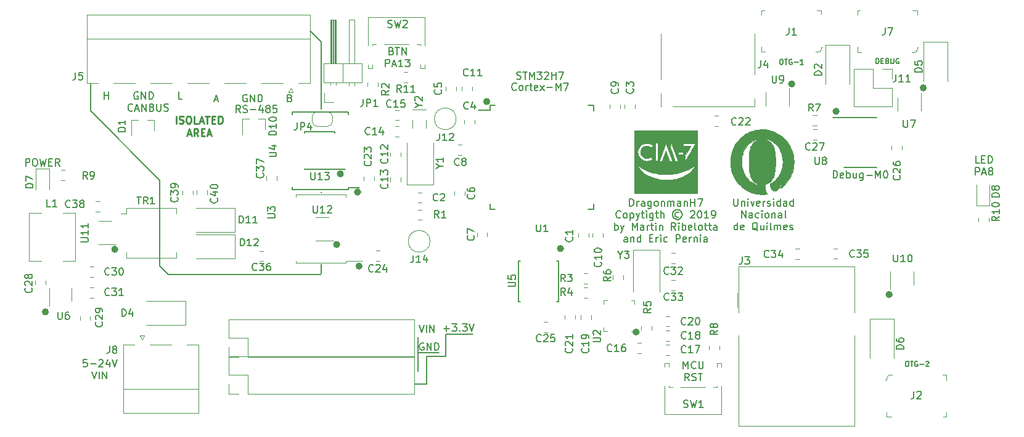
<source format=gbr>
%TF.GenerationSoftware,KiCad,Pcbnew,(5.0.2)-1*%
%TF.CreationDate,2019-05-26T18:44:39-03:00*%
%TF.ProjectId,dragonmanh7,64726167-6f6e-46d6-916e-68372e6b6963,rev?*%
%TF.SameCoordinates,Original*%
%TF.FileFunction,Legend,Top*%
%TF.FilePolarity,Positive*%
%FSLAX46Y46*%
G04 Gerber Fmt 4.6, Leading zero omitted, Abs format (unit mm)*
G04 Created by KiCad (PCBNEW (5.0.2)-1) date 26/05/2019 18:44:39*
%MOMM*%
%LPD*%
G01*
G04 APERTURE LIST*
%ADD10C,0.200000*%
%ADD11C,0.150000*%
%ADD12C,0.500000*%
%ADD13C,0.250000*%
%ADD14C,0.120000*%
%ADD15C,0.010000*%
%ADD16C,0.152400*%
%ADD17C,0.100000*%
G04 APERTURE END LIST*
D10*
X100296980Y-31648400D02*
X98772980Y-30124400D01*
X68580000Y-41148000D02*
X68580000Y-37363400D01*
D11*
X117353080Y-71838820D02*
X121094500Y-71838820D01*
X117353080Y-74879200D02*
X117353080Y-71838820D01*
X114739420Y-74879200D02*
X117353080Y-74879200D01*
X114739420Y-78701900D02*
X114739420Y-74879200D01*
X113101120Y-78701900D02*
X114739420Y-78701900D01*
X113530380Y-74373740D02*
X116415820Y-74373740D01*
X113530380Y-76908660D02*
X113530380Y-72275700D01*
X156922981Y-53202320D02*
X156922981Y-54011844D01*
X156970600Y-54107082D01*
X157018220Y-54154701D01*
X157113458Y-54202320D01*
X157303934Y-54202320D01*
X157399172Y-54154701D01*
X157446791Y-54107082D01*
X157494410Y-54011844D01*
X157494410Y-53202320D01*
X157970600Y-53535654D02*
X157970600Y-54202320D01*
X157970600Y-53630892D02*
X158018220Y-53583273D01*
X158113458Y-53535654D01*
X158256315Y-53535654D01*
X158351553Y-53583273D01*
X158399172Y-53678511D01*
X158399172Y-54202320D01*
X158875362Y-54202320D02*
X158875362Y-53535654D01*
X158875362Y-53202320D02*
X158827743Y-53249940D01*
X158875362Y-53297559D01*
X158922981Y-53249940D01*
X158875362Y-53202320D01*
X158875362Y-53297559D01*
X159256315Y-53535654D02*
X159494410Y-54202320D01*
X159732505Y-53535654D01*
X160494410Y-54154701D02*
X160399172Y-54202320D01*
X160208696Y-54202320D01*
X160113458Y-54154701D01*
X160065839Y-54059463D01*
X160065839Y-53678511D01*
X160113458Y-53583273D01*
X160208696Y-53535654D01*
X160399172Y-53535654D01*
X160494410Y-53583273D01*
X160542029Y-53678511D01*
X160542029Y-53773749D01*
X160065839Y-53868987D01*
X160970600Y-54202320D02*
X160970600Y-53535654D01*
X160970600Y-53726130D02*
X161018220Y-53630892D01*
X161065839Y-53583273D01*
X161161077Y-53535654D01*
X161256315Y-53535654D01*
X161542029Y-54154701D02*
X161637267Y-54202320D01*
X161827743Y-54202320D01*
X161922981Y-54154701D01*
X161970600Y-54059463D01*
X161970600Y-54011844D01*
X161922981Y-53916606D01*
X161827743Y-53868987D01*
X161684886Y-53868987D01*
X161589648Y-53821368D01*
X161542029Y-53726130D01*
X161542029Y-53678511D01*
X161589648Y-53583273D01*
X161684886Y-53535654D01*
X161827743Y-53535654D01*
X161922981Y-53583273D01*
X162399172Y-54202320D02*
X162399172Y-53535654D01*
X162399172Y-53202320D02*
X162351553Y-53249940D01*
X162399172Y-53297559D01*
X162446791Y-53249940D01*
X162399172Y-53202320D01*
X162399172Y-53297559D01*
X163303934Y-54202320D02*
X163303934Y-53202320D01*
X163303934Y-54154701D02*
X163208696Y-54202320D01*
X163018220Y-54202320D01*
X162922981Y-54154701D01*
X162875362Y-54107082D01*
X162827743Y-54011844D01*
X162827743Y-53726130D01*
X162875362Y-53630892D01*
X162922981Y-53583273D01*
X163018220Y-53535654D01*
X163208696Y-53535654D01*
X163303934Y-53583273D01*
X164208696Y-54202320D02*
X164208696Y-53678511D01*
X164161077Y-53583273D01*
X164065839Y-53535654D01*
X163875362Y-53535654D01*
X163780124Y-53583273D01*
X164208696Y-54154701D02*
X164113458Y-54202320D01*
X163875362Y-54202320D01*
X163780124Y-54154701D01*
X163732505Y-54059463D01*
X163732505Y-53964225D01*
X163780124Y-53868987D01*
X163875362Y-53821368D01*
X164113458Y-53821368D01*
X164208696Y-53773749D01*
X165113458Y-54202320D02*
X165113458Y-53202320D01*
X165113458Y-54154701D02*
X165018220Y-54202320D01*
X164827743Y-54202320D01*
X164732505Y-54154701D01*
X164684886Y-54107082D01*
X164637267Y-54011844D01*
X164637267Y-53726130D01*
X164684886Y-53630892D01*
X164732505Y-53583273D01*
X164827743Y-53535654D01*
X165018220Y-53535654D01*
X165113458Y-53583273D01*
X157994410Y-55852320D02*
X157994410Y-54852320D01*
X158565839Y-55852320D01*
X158565839Y-54852320D01*
X159470600Y-55852320D02*
X159470600Y-55328511D01*
X159422981Y-55233273D01*
X159327743Y-55185654D01*
X159137267Y-55185654D01*
X159042029Y-55233273D01*
X159470600Y-55804701D02*
X159375362Y-55852320D01*
X159137267Y-55852320D01*
X159042029Y-55804701D01*
X158994410Y-55709463D01*
X158994410Y-55614225D01*
X159042029Y-55518987D01*
X159137267Y-55471368D01*
X159375362Y-55471368D01*
X159470600Y-55423749D01*
X160375362Y-55804701D02*
X160280124Y-55852320D01*
X160089648Y-55852320D01*
X159994410Y-55804701D01*
X159946791Y-55757082D01*
X159899172Y-55661844D01*
X159899172Y-55376130D01*
X159946791Y-55280892D01*
X159994410Y-55233273D01*
X160089648Y-55185654D01*
X160280124Y-55185654D01*
X160375362Y-55233273D01*
X160803934Y-55852320D02*
X160803934Y-55185654D01*
X160803934Y-54852320D02*
X160756315Y-54899940D01*
X160803934Y-54947559D01*
X160851553Y-54899940D01*
X160803934Y-54852320D01*
X160803934Y-54947559D01*
X161422981Y-55852320D02*
X161327743Y-55804701D01*
X161280124Y-55757082D01*
X161232505Y-55661844D01*
X161232505Y-55376130D01*
X161280124Y-55280892D01*
X161327743Y-55233273D01*
X161422981Y-55185654D01*
X161565839Y-55185654D01*
X161661077Y-55233273D01*
X161708696Y-55280892D01*
X161756315Y-55376130D01*
X161756315Y-55661844D01*
X161708696Y-55757082D01*
X161661077Y-55804701D01*
X161565839Y-55852320D01*
X161422981Y-55852320D01*
X162184886Y-55185654D02*
X162184886Y-55852320D01*
X162184886Y-55280892D02*
X162232505Y-55233273D01*
X162327743Y-55185654D01*
X162470600Y-55185654D01*
X162565839Y-55233273D01*
X162613458Y-55328511D01*
X162613458Y-55852320D01*
X163518220Y-55852320D02*
X163518220Y-55328511D01*
X163470600Y-55233273D01*
X163375362Y-55185654D01*
X163184886Y-55185654D01*
X163089648Y-55233273D01*
X163518220Y-55804701D02*
X163422981Y-55852320D01*
X163184886Y-55852320D01*
X163089648Y-55804701D01*
X163042029Y-55709463D01*
X163042029Y-55614225D01*
X163089648Y-55518987D01*
X163184886Y-55471368D01*
X163422981Y-55471368D01*
X163518220Y-55423749D01*
X164137267Y-55852320D02*
X164042029Y-55804701D01*
X163994410Y-55709463D01*
X163994410Y-54852320D01*
X157446791Y-57502320D02*
X157446791Y-56502320D01*
X157446791Y-57454701D02*
X157351553Y-57502320D01*
X157161077Y-57502320D01*
X157065839Y-57454701D01*
X157018220Y-57407082D01*
X156970600Y-57311844D01*
X156970600Y-57026130D01*
X157018220Y-56930892D01*
X157065839Y-56883273D01*
X157161077Y-56835654D01*
X157351553Y-56835654D01*
X157446791Y-56883273D01*
X158303934Y-57454701D02*
X158208696Y-57502320D01*
X158018220Y-57502320D01*
X157922981Y-57454701D01*
X157875362Y-57359463D01*
X157875362Y-56978511D01*
X157922981Y-56883273D01*
X158018220Y-56835654D01*
X158208696Y-56835654D01*
X158303934Y-56883273D01*
X158351553Y-56978511D01*
X158351553Y-57073749D01*
X157875362Y-57168987D01*
X160208696Y-57597559D02*
X160113458Y-57549940D01*
X160018220Y-57454701D01*
X159875362Y-57311844D01*
X159780124Y-57264225D01*
X159684886Y-57264225D01*
X159732505Y-57502320D02*
X159637267Y-57454701D01*
X159542029Y-57359463D01*
X159494410Y-57168987D01*
X159494410Y-56835654D01*
X159542029Y-56645178D01*
X159637267Y-56549940D01*
X159732505Y-56502320D01*
X159922981Y-56502320D01*
X160018220Y-56549940D01*
X160113458Y-56645178D01*
X160161077Y-56835654D01*
X160161077Y-57168987D01*
X160113458Y-57359463D01*
X160018220Y-57454701D01*
X159922981Y-57502320D01*
X159732505Y-57502320D01*
X161018220Y-56835654D02*
X161018220Y-57502320D01*
X160589648Y-56835654D02*
X160589648Y-57359463D01*
X160637267Y-57454701D01*
X160732505Y-57502320D01*
X160875362Y-57502320D01*
X160970600Y-57454701D01*
X161018220Y-57407082D01*
X161494410Y-57502320D02*
X161494410Y-56835654D01*
X161494410Y-56502320D02*
X161446791Y-56549940D01*
X161494410Y-56597559D01*
X161542029Y-56549940D01*
X161494410Y-56502320D01*
X161494410Y-56597559D01*
X162113458Y-57502320D02*
X162018220Y-57454701D01*
X161970600Y-57359463D01*
X161970600Y-56502320D01*
X162494410Y-57502320D02*
X162494410Y-56835654D01*
X162494410Y-56930892D02*
X162542029Y-56883273D01*
X162637267Y-56835654D01*
X162780124Y-56835654D01*
X162875362Y-56883273D01*
X162922981Y-56978511D01*
X162922981Y-57502320D01*
X162922981Y-56978511D02*
X162970600Y-56883273D01*
X163065839Y-56835654D01*
X163208696Y-56835654D01*
X163303934Y-56883273D01*
X163351553Y-56978511D01*
X163351553Y-57502320D01*
X164208696Y-57454701D02*
X164113458Y-57502320D01*
X163922981Y-57502320D01*
X163827743Y-57454701D01*
X163780124Y-57359463D01*
X163780124Y-56978511D01*
X163827743Y-56883273D01*
X163922981Y-56835654D01*
X164113458Y-56835654D01*
X164208696Y-56883273D01*
X164256315Y-56978511D01*
X164256315Y-57073749D01*
X163780124Y-57168987D01*
X164637267Y-57454701D02*
X164732505Y-57502320D01*
X164922981Y-57502320D01*
X165018220Y-57454701D01*
X165065839Y-57359463D01*
X165065839Y-57311844D01*
X165018220Y-57216606D01*
X164922981Y-57168987D01*
X164780124Y-57168987D01*
X164684886Y-57121368D01*
X164637267Y-57026130D01*
X164637267Y-56978511D01*
X164684886Y-56883273D01*
X164780124Y-56835654D01*
X164922981Y-56835654D01*
X165018220Y-56883273D01*
X170583054Y-50371000D02*
X170583054Y-49371000D01*
X170821149Y-49371000D01*
X170964006Y-49418620D01*
X171059244Y-49513858D01*
X171106863Y-49609096D01*
X171154482Y-49799572D01*
X171154482Y-49942429D01*
X171106863Y-50132905D01*
X171059244Y-50228143D01*
X170964006Y-50323381D01*
X170821149Y-50371000D01*
X170583054Y-50371000D01*
X171964006Y-50323381D02*
X171868768Y-50371000D01*
X171678292Y-50371000D01*
X171583054Y-50323381D01*
X171535435Y-50228143D01*
X171535435Y-49847191D01*
X171583054Y-49751953D01*
X171678292Y-49704334D01*
X171868768Y-49704334D01*
X171964006Y-49751953D01*
X172011625Y-49847191D01*
X172011625Y-49942429D01*
X171535435Y-50037667D01*
X172440197Y-50371000D02*
X172440197Y-49371000D01*
X172440197Y-49751953D02*
X172535435Y-49704334D01*
X172725911Y-49704334D01*
X172821149Y-49751953D01*
X172868768Y-49799572D01*
X172916387Y-49894810D01*
X172916387Y-50180524D01*
X172868768Y-50275762D01*
X172821149Y-50323381D01*
X172725911Y-50371000D01*
X172535435Y-50371000D01*
X172440197Y-50323381D01*
X173773530Y-49704334D02*
X173773530Y-50371000D01*
X173344959Y-49704334D02*
X173344959Y-50228143D01*
X173392578Y-50323381D01*
X173487816Y-50371000D01*
X173630673Y-50371000D01*
X173725911Y-50323381D01*
X173773530Y-50275762D01*
X174678292Y-49704334D02*
X174678292Y-50513858D01*
X174630673Y-50609096D01*
X174583054Y-50656715D01*
X174487816Y-50704334D01*
X174344959Y-50704334D01*
X174249720Y-50656715D01*
X174678292Y-50323381D02*
X174583054Y-50371000D01*
X174392578Y-50371000D01*
X174297340Y-50323381D01*
X174249720Y-50275762D01*
X174202101Y-50180524D01*
X174202101Y-49894810D01*
X174249720Y-49799572D01*
X174297340Y-49751953D01*
X174392578Y-49704334D01*
X174583054Y-49704334D01*
X174678292Y-49751953D01*
X175154482Y-49990048D02*
X175916387Y-49990048D01*
X176392578Y-50371000D02*
X176392578Y-49371000D01*
X176725911Y-50085286D01*
X177059244Y-49371000D01*
X177059244Y-50371000D01*
X177725911Y-49371000D02*
X177821149Y-49371000D01*
X177916387Y-49418620D01*
X177964006Y-49466239D01*
X178011625Y-49561477D01*
X178059244Y-49751953D01*
X178059244Y-49990048D01*
X178011625Y-50180524D01*
X177964006Y-50275762D01*
X177916387Y-50323381D01*
X177821149Y-50371000D01*
X177725911Y-50371000D01*
X177630673Y-50323381D01*
X177583054Y-50275762D01*
X177535435Y-50180524D01*
X177487816Y-49990048D01*
X177487816Y-49751953D01*
X177535435Y-49561477D01*
X177583054Y-49466239D01*
X177630673Y-49418620D01*
X177725911Y-49371000D01*
X142636859Y-54225680D02*
X142636859Y-53225680D01*
X142874954Y-53225680D01*
X143017811Y-53273300D01*
X143113049Y-53368538D01*
X143160668Y-53463776D01*
X143208287Y-53654252D01*
X143208287Y-53797109D01*
X143160668Y-53987585D01*
X143113049Y-54082823D01*
X143017811Y-54178061D01*
X142874954Y-54225680D01*
X142636859Y-54225680D01*
X143636859Y-54225680D02*
X143636859Y-53559014D01*
X143636859Y-53749490D02*
X143684478Y-53654252D01*
X143732097Y-53606633D01*
X143827335Y-53559014D01*
X143922573Y-53559014D01*
X144684478Y-54225680D02*
X144684478Y-53701871D01*
X144636859Y-53606633D01*
X144541620Y-53559014D01*
X144351144Y-53559014D01*
X144255906Y-53606633D01*
X144684478Y-54178061D02*
X144589240Y-54225680D01*
X144351144Y-54225680D01*
X144255906Y-54178061D01*
X144208287Y-54082823D01*
X144208287Y-53987585D01*
X144255906Y-53892347D01*
X144351144Y-53844728D01*
X144589240Y-53844728D01*
X144684478Y-53797109D01*
X145589240Y-53559014D02*
X145589240Y-54368538D01*
X145541620Y-54463776D01*
X145494001Y-54511395D01*
X145398763Y-54559014D01*
X145255906Y-54559014D01*
X145160668Y-54511395D01*
X145589240Y-54178061D02*
X145494001Y-54225680D01*
X145303525Y-54225680D01*
X145208287Y-54178061D01*
X145160668Y-54130442D01*
X145113049Y-54035204D01*
X145113049Y-53749490D01*
X145160668Y-53654252D01*
X145208287Y-53606633D01*
X145303525Y-53559014D01*
X145494001Y-53559014D01*
X145589240Y-53606633D01*
X146208287Y-54225680D02*
X146113049Y-54178061D01*
X146065430Y-54130442D01*
X146017811Y-54035204D01*
X146017811Y-53749490D01*
X146065430Y-53654252D01*
X146113049Y-53606633D01*
X146208287Y-53559014D01*
X146351144Y-53559014D01*
X146446382Y-53606633D01*
X146494001Y-53654252D01*
X146541620Y-53749490D01*
X146541620Y-54035204D01*
X146494001Y-54130442D01*
X146446382Y-54178061D01*
X146351144Y-54225680D01*
X146208287Y-54225680D01*
X146970192Y-53559014D02*
X146970192Y-54225680D01*
X146970192Y-53654252D02*
X147017811Y-53606633D01*
X147113049Y-53559014D01*
X147255906Y-53559014D01*
X147351144Y-53606633D01*
X147398763Y-53701871D01*
X147398763Y-54225680D01*
X147874954Y-54225680D02*
X147874954Y-53559014D01*
X147874954Y-53654252D02*
X147922573Y-53606633D01*
X148017811Y-53559014D01*
X148160668Y-53559014D01*
X148255906Y-53606633D01*
X148303525Y-53701871D01*
X148303525Y-54225680D01*
X148303525Y-53701871D02*
X148351144Y-53606633D01*
X148446382Y-53559014D01*
X148589240Y-53559014D01*
X148684478Y-53606633D01*
X148732097Y-53701871D01*
X148732097Y-54225680D01*
X149636859Y-54225680D02*
X149636859Y-53701871D01*
X149589240Y-53606633D01*
X149494001Y-53559014D01*
X149303525Y-53559014D01*
X149208287Y-53606633D01*
X149636859Y-54178061D02*
X149541620Y-54225680D01*
X149303525Y-54225680D01*
X149208287Y-54178061D01*
X149160668Y-54082823D01*
X149160668Y-53987585D01*
X149208287Y-53892347D01*
X149303525Y-53844728D01*
X149541620Y-53844728D01*
X149636859Y-53797109D01*
X150113049Y-53559014D02*
X150113049Y-54225680D01*
X150113049Y-53654252D02*
X150160668Y-53606633D01*
X150255906Y-53559014D01*
X150398763Y-53559014D01*
X150494001Y-53606633D01*
X150541620Y-53701871D01*
X150541620Y-54225680D01*
X151017811Y-54225680D02*
X151017811Y-53225680D01*
X151017811Y-53701871D02*
X151589240Y-53701871D01*
X151589240Y-54225680D02*
X151589240Y-53225680D01*
X151970192Y-53225680D02*
X152636859Y-53225680D01*
X152208287Y-54225680D01*
X141374954Y-55780442D02*
X141327335Y-55828061D01*
X141184478Y-55875680D01*
X141089240Y-55875680D01*
X140946382Y-55828061D01*
X140851144Y-55732823D01*
X140803525Y-55637585D01*
X140755906Y-55447109D01*
X140755906Y-55304252D01*
X140803525Y-55113776D01*
X140851144Y-55018538D01*
X140946382Y-54923300D01*
X141089240Y-54875680D01*
X141184478Y-54875680D01*
X141327335Y-54923300D01*
X141374954Y-54970919D01*
X141946382Y-55875680D02*
X141851144Y-55828061D01*
X141803525Y-55780442D01*
X141755906Y-55685204D01*
X141755906Y-55399490D01*
X141803525Y-55304252D01*
X141851144Y-55256633D01*
X141946382Y-55209014D01*
X142089240Y-55209014D01*
X142184478Y-55256633D01*
X142232097Y-55304252D01*
X142279716Y-55399490D01*
X142279716Y-55685204D01*
X142232097Y-55780442D01*
X142184478Y-55828061D01*
X142089240Y-55875680D01*
X141946382Y-55875680D01*
X142708287Y-55209014D02*
X142708287Y-56209014D01*
X142708287Y-55256633D02*
X142803525Y-55209014D01*
X142994001Y-55209014D01*
X143089240Y-55256633D01*
X143136859Y-55304252D01*
X143184478Y-55399490D01*
X143184478Y-55685204D01*
X143136859Y-55780442D01*
X143089240Y-55828061D01*
X142994001Y-55875680D01*
X142803525Y-55875680D01*
X142708287Y-55828061D01*
X143517811Y-55209014D02*
X143755906Y-55875680D01*
X143994001Y-55209014D02*
X143755906Y-55875680D01*
X143660668Y-56113776D01*
X143613049Y-56161395D01*
X143517811Y-56209014D01*
X144232097Y-55209014D02*
X144613049Y-55209014D01*
X144374954Y-54875680D02*
X144374954Y-55732823D01*
X144422573Y-55828061D01*
X144517811Y-55875680D01*
X144613049Y-55875680D01*
X144946382Y-55875680D02*
X144946382Y-55209014D01*
X144946382Y-54875680D02*
X144898763Y-54923300D01*
X144946382Y-54970919D01*
X144994001Y-54923300D01*
X144946382Y-54875680D01*
X144946382Y-54970919D01*
X145851144Y-55209014D02*
X145851144Y-56018538D01*
X145803525Y-56113776D01*
X145755906Y-56161395D01*
X145660668Y-56209014D01*
X145517811Y-56209014D01*
X145422573Y-56161395D01*
X145851144Y-55828061D02*
X145755906Y-55875680D01*
X145565430Y-55875680D01*
X145470192Y-55828061D01*
X145422573Y-55780442D01*
X145374954Y-55685204D01*
X145374954Y-55399490D01*
X145422573Y-55304252D01*
X145470192Y-55256633D01*
X145565430Y-55209014D01*
X145755906Y-55209014D01*
X145851144Y-55256633D01*
X146184478Y-55209014D02*
X146565430Y-55209014D01*
X146327335Y-54875680D02*
X146327335Y-55732823D01*
X146374954Y-55828061D01*
X146470192Y-55875680D01*
X146565430Y-55875680D01*
X146898763Y-55875680D02*
X146898763Y-54875680D01*
X147327335Y-55875680D02*
X147327335Y-55351871D01*
X147279716Y-55256633D01*
X147184478Y-55209014D01*
X147041620Y-55209014D01*
X146946382Y-55256633D01*
X146898763Y-55304252D01*
X149374954Y-55113776D02*
X149279716Y-55066157D01*
X149089240Y-55066157D01*
X148994001Y-55113776D01*
X148898763Y-55209014D01*
X148851144Y-55304252D01*
X148851144Y-55494728D01*
X148898763Y-55589966D01*
X148994001Y-55685204D01*
X149089240Y-55732823D01*
X149279716Y-55732823D01*
X149374954Y-55685204D01*
X149184478Y-54732823D02*
X148946382Y-54780442D01*
X148708287Y-54923300D01*
X148565430Y-55161395D01*
X148517811Y-55399490D01*
X148565430Y-55637585D01*
X148708287Y-55875680D01*
X148946382Y-56018538D01*
X149184478Y-56066157D01*
X149422573Y-56018538D01*
X149660668Y-55875680D01*
X149803525Y-55637585D01*
X149851144Y-55399490D01*
X149803525Y-55161395D01*
X149660668Y-54923300D01*
X149422573Y-54780442D01*
X149184478Y-54732823D01*
X150994001Y-54970919D02*
X151041620Y-54923300D01*
X151136859Y-54875680D01*
X151374954Y-54875680D01*
X151470192Y-54923300D01*
X151517811Y-54970919D01*
X151565430Y-55066157D01*
X151565430Y-55161395D01*
X151517811Y-55304252D01*
X150946382Y-55875680D01*
X151565430Y-55875680D01*
X152184478Y-54875680D02*
X152279716Y-54875680D01*
X152374954Y-54923300D01*
X152422573Y-54970919D01*
X152470192Y-55066157D01*
X152517811Y-55256633D01*
X152517811Y-55494728D01*
X152470192Y-55685204D01*
X152422573Y-55780442D01*
X152374954Y-55828061D01*
X152279716Y-55875680D01*
X152184478Y-55875680D01*
X152089240Y-55828061D01*
X152041620Y-55780442D01*
X151994001Y-55685204D01*
X151946382Y-55494728D01*
X151946382Y-55256633D01*
X151994001Y-55066157D01*
X152041620Y-54970919D01*
X152089240Y-54923300D01*
X152184478Y-54875680D01*
X153470192Y-55875680D02*
X152898763Y-55875680D01*
X153184478Y-55875680D02*
X153184478Y-54875680D01*
X153089240Y-55018538D01*
X152994001Y-55113776D01*
X152898763Y-55161395D01*
X153946382Y-55875680D02*
X154136859Y-55875680D01*
X154232097Y-55828061D01*
X154279716Y-55780442D01*
X154374954Y-55637585D01*
X154422573Y-55447109D01*
X154422573Y-55066157D01*
X154374954Y-54970919D01*
X154327335Y-54923300D01*
X154232097Y-54875680D01*
X154041620Y-54875680D01*
X153946382Y-54923300D01*
X153898763Y-54970919D01*
X153851144Y-55066157D01*
X153851144Y-55304252D01*
X153898763Y-55399490D01*
X153946382Y-55447109D01*
X154041620Y-55494728D01*
X154232097Y-55494728D01*
X154327335Y-55447109D01*
X154374954Y-55399490D01*
X154422573Y-55304252D01*
X140565430Y-57525680D02*
X140565430Y-56525680D01*
X140565430Y-56906633D02*
X140660668Y-56859014D01*
X140851144Y-56859014D01*
X140946382Y-56906633D01*
X140994001Y-56954252D01*
X141041620Y-57049490D01*
X141041620Y-57335204D01*
X140994001Y-57430442D01*
X140946382Y-57478061D01*
X140851144Y-57525680D01*
X140660668Y-57525680D01*
X140565430Y-57478061D01*
X141374954Y-56859014D02*
X141613049Y-57525680D01*
X141851144Y-56859014D02*
X141613049Y-57525680D01*
X141517811Y-57763776D01*
X141470192Y-57811395D01*
X141374954Y-57859014D01*
X142994001Y-57525680D02*
X142994001Y-56525680D01*
X143327335Y-57239966D01*
X143660668Y-56525680D01*
X143660668Y-57525680D01*
X144565430Y-57525680D02*
X144565430Y-57001871D01*
X144517811Y-56906633D01*
X144422573Y-56859014D01*
X144232097Y-56859014D01*
X144136859Y-56906633D01*
X144565430Y-57478061D02*
X144470192Y-57525680D01*
X144232097Y-57525680D01*
X144136859Y-57478061D01*
X144089240Y-57382823D01*
X144089240Y-57287585D01*
X144136859Y-57192347D01*
X144232097Y-57144728D01*
X144470192Y-57144728D01*
X144565430Y-57097109D01*
X145041620Y-57525680D02*
X145041620Y-56859014D01*
X145041620Y-57049490D02*
X145089240Y-56954252D01*
X145136859Y-56906633D01*
X145232097Y-56859014D01*
X145327335Y-56859014D01*
X145517811Y-56859014D02*
X145898763Y-56859014D01*
X145660668Y-56525680D02*
X145660668Y-57382823D01*
X145708287Y-57478061D01*
X145803525Y-57525680D01*
X145898763Y-57525680D01*
X146232097Y-57525680D02*
X146232097Y-56859014D01*
X146232097Y-56525680D02*
X146184478Y-56573300D01*
X146232097Y-56620919D01*
X146279716Y-56573300D01*
X146232097Y-56525680D01*
X146232097Y-56620919D01*
X146708287Y-56859014D02*
X146708287Y-57525680D01*
X146708287Y-56954252D02*
X146755906Y-56906633D01*
X146851144Y-56859014D01*
X146994001Y-56859014D01*
X147089240Y-56906633D01*
X147136859Y-57001871D01*
X147136859Y-57525680D01*
X148946382Y-57525680D02*
X148613049Y-57049490D01*
X148374954Y-57525680D02*
X148374954Y-56525680D01*
X148755906Y-56525680D01*
X148851144Y-56573300D01*
X148898763Y-56620919D01*
X148946382Y-56716157D01*
X148946382Y-56859014D01*
X148898763Y-56954252D01*
X148851144Y-57001871D01*
X148755906Y-57049490D01*
X148374954Y-57049490D01*
X149374954Y-57525680D02*
X149374954Y-56859014D01*
X149374954Y-56525680D02*
X149327335Y-56573300D01*
X149374954Y-56620919D01*
X149422573Y-56573300D01*
X149374954Y-56525680D01*
X149374954Y-56620919D01*
X149851144Y-57525680D02*
X149851144Y-56525680D01*
X149851144Y-56906633D02*
X149946382Y-56859014D01*
X150136859Y-56859014D01*
X150232097Y-56906633D01*
X150279716Y-56954252D01*
X150327335Y-57049490D01*
X150327335Y-57335204D01*
X150279716Y-57430442D01*
X150232097Y-57478061D01*
X150136859Y-57525680D01*
X149946382Y-57525680D01*
X149851144Y-57478061D01*
X151136859Y-57478061D02*
X151041620Y-57525680D01*
X150851144Y-57525680D01*
X150755906Y-57478061D01*
X150708287Y-57382823D01*
X150708287Y-57001871D01*
X150755906Y-56906633D01*
X150851144Y-56859014D01*
X151041620Y-56859014D01*
X151136859Y-56906633D01*
X151184478Y-57001871D01*
X151184478Y-57097109D01*
X150708287Y-57192347D01*
X151755906Y-57525680D02*
X151660668Y-57478061D01*
X151613049Y-57382823D01*
X151613049Y-56525680D01*
X152279716Y-57525680D02*
X152184478Y-57478061D01*
X152136859Y-57430442D01*
X152089239Y-57335204D01*
X152089239Y-57049490D01*
X152136859Y-56954252D01*
X152184478Y-56906633D01*
X152279716Y-56859014D01*
X152422573Y-56859014D01*
X152517811Y-56906633D01*
X152565430Y-56954252D01*
X152613049Y-57049490D01*
X152613049Y-57335204D01*
X152565430Y-57430442D01*
X152517811Y-57478061D01*
X152422573Y-57525680D01*
X152279716Y-57525680D01*
X152898763Y-56859014D02*
X153279716Y-56859014D01*
X153041620Y-56525680D02*
X153041620Y-57382823D01*
X153089239Y-57478061D01*
X153184478Y-57525680D01*
X153279716Y-57525680D01*
X153470192Y-56859014D02*
X153851144Y-56859014D01*
X153613049Y-56525680D02*
X153613049Y-57382823D01*
X153660668Y-57478061D01*
X153755906Y-57525680D01*
X153851144Y-57525680D01*
X154613049Y-57525680D02*
X154613049Y-57001871D01*
X154565430Y-56906633D01*
X154470192Y-56859014D01*
X154279716Y-56859014D01*
X154184478Y-56906633D01*
X154613049Y-57478061D02*
X154517811Y-57525680D01*
X154279716Y-57525680D01*
X154184478Y-57478061D01*
X154136859Y-57382823D01*
X154136859Y-57287585D01*
X154184478Y-57192347D01*
X154279716Y-57144728D01*
X154517811Y-57144728D01*
X154613049Y-57097109D01*
X142327335Y-59175680D02*
X142327335Y-58651871D01*
X142279716Y-58556633D01*
X142184478Y-58509014D01*
X141994001Y-58509014D01*
X141898763Y-58556633D01*
X142327335Y-59128061D02*
X142232097Y-59175680D01*
X141994001Y-59175680D01*
X141898763Y-59128061D01*
X141851144Y-59032823D01*
X141851144Y-58937585D01*
X141898763Y-58842347D01*
X141994001Y-58794728D01*
X142232097Y-58794728D01*
X142327335Y-58747109D01*
X142803525Y-58509014D02*
X142803525Y-59175680D01*
X142803525Y-58604252D02*
X142851144Y-58556633D01*
X142946382Y-58509014D01*
X143089240Y-58509014D01*
X143184478Y-58556633D01*
X143232097Y-58651871D01*
X143232097Y-59175680D01*
X144136859Y-59175680D02*
X144136859Y-58175680D01*
X144136859Y-59128061D02*
X144041620Y-59175680D01*
X143851144Y-59175680D01*
X143755906Y-59128061D01*
X143708287Y-59080442D01*
X143660668Y-58985204D01*
X143660668Y-58699490D01*
X143708287Y-58604252D01*
X143755906Y-58556633D01*
X143851144Y-58509014D01*
X144041620Y-58509014D01*
X144136859Y-58556633D01*
X145374954Y-58651871D02*
X145708287Y-58651871D01*
X145851144Y-59175680D02*
X145374954Y-59175680D01*
X145374954Y-58175680D01*
X145851144Y-58175680D01*
X146279716Y-59175680D02*
X146279716Y-58509014D01*
X146279716Y-58699490D02*
X146327335Y-58604252D01*
X146374954Y-58556633D01*
X146470192Y-58509014D01*
X146565430Y-58509014D01*
X146898763Y-59175680D02*
X146898763Y-58509014D01*
X146898763Y-58175680D02*
X146851144Y-58223300D01*
X146898763Y-58270919D01*
X146946382Y-58223300D01*
X146898763Y-58175680D01*
X146898763Y-58270919D01*
X147803525Y-59128061D02*
X147708287Y-59175680D01*
X147517811Y-59175680D01*
X147422573Y-59128061D01*
X147374954Y-59080442D01*
X147327335Y-58985204D01*
X147327335Y-58699490D01*
X147374954Y-58604252D01*
X147422573Y-58556633D01*
X147517811Y-58509014D01*
X147708287Y-58509014D01*
X147803525Y-58556633D01*
X148994001Y-59175680D02*
X148994001Y-58175680D01*
X149374954Y-58175680D01*
X149470192Y-58223300D01*
X149517811Y-58270919D01*
X149565430Y-58366157D01*
X149565430Y-58509014D01*
X149517811Y-58604252D01*
X149470192Y-58651871D01*
X149374954Y-58699490D01*
X148994001Y-58699490D01*
X150374954Y-59128061D02*
X150279716Y-59175680D01*
X150089240Y-59175680D01*
X149994001Y-59128061D01*
X149946382Y-59032823D01*
X149946382Y-58651871D01*
X149994001Y-58556633D01*
X150089240Y-58509014D01*
X150279716Y-58509014D01*
X150374954Y-58556633D01*
X150422573Y-58651871D01*
X150422573Y-58747109D01*
X149946382Y-58842347D01*
X150851144Y-59175680D02*
X150851144Y-58509014D01*
X150851144Y-58699490D02*
X150898763Y-58604252D01*
X150946382Y-58556633D01*
X151041620Y-58509014D01*
X151136859Y-58509014D01*
X151470192Y-58509014D02*
X151470192Y-59175680D01*
X151470192Y-58604252D02*
X151517811Y-58556633D01*
X151613049Y-58509014D01*
X151755906Y-58509014D01*
X151851144Y-58556633D01*
X151898763Y-58651871D01*
X151898763Y-59175680D01*
X152374954Y-59175680D02*
X152374954Y-58509014D01*
X152374954Y-58175680D02*
X152327335Y-58223300D01*
X152374954Y-58270919D01*
X152422573Y-58223300D01*
X152374954Y-58175680D01*
X152374954Y-58270919D01*
X153279716Y-59175680D02*
X153279716Y-58651871D01*
X153232097Y-58556633D01*
X153136859Y-58509014D01*
X152946382Y-58509014D01*
X152851144Y-58556633D01*
X153279716Y-59128061D02*
X153184478Y-59175680D01*
X152946382Y-59175680D01*
X152851144Y-59128061D01*
X152803525Y-59032823D01*
X152803525Y-58937585D01*
X152851144Y-58842347D01*
X152946382Y-58794728D01*
X153184478Y-58794728D01*
X153279716Y-58747109D01*
D12*
X178491376Y-66395600D02*
G75*
G03X178491376Y-66395600I-234176J0D01*
G01*
X183190376Y-37973000D02*
G75*
G03X183190376Y-37973000I-234176J0D01*
G01*
X165105576Y-37419776D02*
G75*
G03X165105576Y-37419776I-234176J0D01*
G01*
X133355576Y-60071000D02*
G75*
G03X133355576Y-60071000I-234176J0D01*
G01*
X62616576Y-68783200D02*
G75*
G03X62616576Y-68783200I-234176J0D01*
G01*
X72141576Y-60172600D02*
G75*
G03X72141576Y-60172600I-234176J0D01*
G01*
X105491776Y-52298600D02*
G75*
G03X105491776Y-52298600I-234176J0D01*
G01*
X105694976Y-62484000D02*
G75*
G03X105694976Y-62484000I-234176J0D01*
G01*
X102621576Y-59512200D02*
G75*
G03X102621576Y-59512200I-234176J0D01*
G01*
X103129576Y-49784000D02*
G75*
G03X103129576Y-49784000I-234176J0D01*
G01*
X143744176Y-71551800D02*
G75*
G03X143744176Y-71551800I-234176J0D01*
G01*
X123220976Y-39852600D02*
G75*
G03X123220976Y-39852600I-234176J0D01*
G01*
X171201576Y-41198800D02*
G75*
G03X171201576Y-41198800I-234176J0D01*
G01*
D10*
X68580000Y-41148000D02*
X78105000Y-50673000D01*
D11*
X68088095Y-75335380D02*
X67611904Y-75335380D01*
X67564285Y-75811571D01*
X67611904Y-75763952D01*
X67707142Y-75716333D01*
X67945238Y-75716333D01*
X68040476Y-75763952D01*
X68088095Y-75811571D01*
X68135714Y-75906809D01*
X68135714Y-76144904D01*
X68088095Y-76240142D01*
X68040476Y-76287761D01*
X67945238Y-76335380D01*
X67707142Y-76335380D01*
X67611904Y-76287761D01*
X67564285Y-76240142D01*
X68564285Y-75954428D02*
X69326190Y-75954428D01*
X69754761Y-75430619D02*
X69802380Y-75383000D01*
X69897619Y-75335380D01*
X70135714Y-75335380D01*
X70230952Y-75383000D01*
X70278571Y-75430619D01*
X70326190Y-75525857D01*
X70326190Y-75621095D01*
X70278571Y-75763952D01*
X69707142Y-76335380D01*
X70326190Y-76335380D01*
X71183333Y-75668714D02*
X71183333Y-76335380D01*
X70945238Y-75287761D02*
X70707142Y-76002047D01*
X71326190Y-76002047D01*
X71564285Y-75335380D02*
X71897619Y-76335380D01*
X72230952Y-75335380D01*
X68754761Y-76985380D02*
X69088095Y-77985380D01*
X69421428Y-76985380D01*
X69754761Y-77985380D02*
X69754761Y-76985380D01*
X70230952Y-77985380D02*
X70230952Y-76985380D01*
X70802380Y-77985380D01*
X70802380Y-76985380D01*
X59666476Y-48712380D02*
X59666476Y-47712380D01*
X60047428Y-47712380D01*
X60142666Y-47760000D01*
X60190285Y-47807619D01*
X60237904Y-47902857D01*
X60237904Y-48045714D01*
X60190285Y-48140952D01*
X60142666Y-48188571D01*
X60047428Y-48236190D01*
X59666476Y-48236190D01*
X60856952Y-47712380D02*
X61047428Y-47712380D01*
X61142666Y-47760000D01*
X61237904Y-47855238D01*
X61285523Y-48045714D01*
X61285523Y-48379047D01*
X61237904Y-48569523D01*
X61142666Y-48664761D01*
X61047428Y-48712380D01*
X60856952Y-48712380D01*
X60761714Y-48664761D01*
X60666476Y-48569523D01*
X60618857Y-48379047D01*
X60618857Y-48045714D01*
X60666476Y-47855238D01*
X60761714Y-47760000D01*
X60856952Y-47712380D01*
X61618857Y-47712380D02*
X61856952Y-48712380D01*
X62047428Y-47998095D01*
X62237904Y-48712380D01*
X62476000Y-47712380D01*
X62856952Y-48188571D02*
X63190285Y-48188571D01*
X63333142Y-48712380D02*
X62856952Y-48712380D01*
X62856952Y-47712380D01*
X63333142Y-47712380D01*
X64333142Y-48712380D02*
X63999809Y-48236190D01*
X63761714Y-48712380D02*
X63761714Y-47712380D01*
X64142666Y-47712380D01*
X64237904Y-47760000D01*
X64285523Y-47807619D01*
X64333142Y-47902857D01*
X64333142Y-48045714D01*
X64285523Y-48140952D01*
X64237904Y-48188571D01*
X64142666Y-48236190D01*
X63761714Y-48236190D01*
X127111523Y-36726761D02*
X127254380Y-36774380D01*
X127492476Y-36774380D01*
X127587714Y-36726761D01*
X127635333Y-36679142D01*
X127682952Y-36583904D01*
X127682952Y-36488666D01*
X127635333Y-36393428D01*
X127587714Y-36345809D01*
X127492476Y-36298190D01*
X127302000Y-36250571D01*
X127206761Y-36202952D01*
X127159142Y-36155333D01*
X127111523Y-36060095D01*
X127111523Y-35964857D01*
X127159142Y-35869619D01*
X127206761Y-35822000D01*
X127302000Y-35774380D01*
X127540095Y-35774380D01*
X127682952Y-35822000D01*
X127968666Y-35774380D02*
X128540095Y-35774380D01*
X128254380Y-36774380D02*
X128254380Y-35774380D01*
X128873428Y-36774380D02*
X128873428Y-35774380D01*
X129206761Y-36488666D01*
X129540095Y-35774380D01*
X129540095Y-36774380D01*
X129921047Y-35774380D02*
X130540095Y-35774380D01*
X130206761Y-36155333D01*
X130349619Y-36155333D01*
X130444857Y-36202952D01*
X130492476Y-36250571D01*
X130540095Y-36345809D01*
X130540095Y-36583904D01*
X130492476Y-36679142D01*
X130444857Y-36726761D01*
X130349619Y-36774380D01*
X130063904Y-36774380D01*
X129968666Y-36726761D01*
X129921047Y-36679142D01*
X130921047Y-35869619D02*
X130968666Y-35822000D01*
X131063904Y-35774380D01*
X131302000Y-35774380D01*
X131397238Y-35822000D01*
X131444857Y-35869619D01*
X131492476Y-35964857D01*
X131492476Y-36060095D01*
X131444857Y-36202952D01*
X130873428Y-36774380D01*
X131492476Y-36774380D01*
X131921047Y-36774380D02*
X131921047Y-35774380D01*
X131921047Y-36250571D02*
X132492476Y-36250571D01*
X132492476Y-36774380D02*
X132492476Y-35774380D01*
X132873428Y-35774380D02*
X133540095Y-35774380D01*
X133111523Y-36774380D01*
X70478355Y-39530280D02*
X70478355Y-38530280D01*
X70478355Y-39006471D02*
X71049783Y-39006471D01*
X71049783Y-39530280D02*
X71049783Y-38530280D01*
X75097402Y-38577900D02*
X75002164Y-38530280D01*
X74859307Y-38530280D01*
X74716450Y-38577900D01*
X74621212Y-38673138D01*
X74573593Y-38768376D01*
X74525974Y-38958852D01*
X74525974Y-39101709D01*
X74573593Y-39292185D01*
X74621212Y-39387423D01*
X74716450Y-39482661D01*
X74859307Y-39530280D01*
X74954545Y-39530280D01*
X75097402Y-39482661D01*
X75145021Y-39435042D01*
X75145021Y-39101709D01*
X74954545Y-39101709D01*
X75573593Y-39530280D02*
X75573593Y-38530280D01*
X76145021Y-39530280D01*
X76145021Y-38530280D01*
X76621212Y-39530280D02*
X76621212Y-38530280D01*
X76859307Y-38530280D01*
X77002164Y-38577900D01*
X77097402Y-38673138D01*
X77145021Y-38768376D01*
X77192640Y-38958852D01*
X77192640Y-39101709D01*
X77145021Y-39292185D01*
X77097402Y-39387423D01*
X77002164Y-39482661D01*
X76859307Y-39530280D01*
X76621212Y-39530280D01*
X81145021Y-39530280D02*
X80668831Y-39530280D01*
X80668831Y-38530280D01*
X85594536Y-39597626D02*
X86070726Y-39597626D01*
X85499298Y-39883340D02*
X85832631Y-38883340D01*
X86165964Y-39883340D01*
X90070726Y-38930960D02*
X89975488Y-38883340D01*
X89832631Y-38883340D01*
X89689774Y-38930960D01*
X89594536Y-39026198D01*
X89546917Y-39121436D01*
X89499298Y-39311912D01*
X89499298Y-39454769D01*
X89546917Y-39645245D01*
X89594536Y-39740483D01*
X89689774Y-39835721D01*
X89832631Y-39883340D01*
X89927869Y-39883340D01*
X90070726Y-39835721D01*
X90118345Y-39788102D01*
X90118345Y-39454769D01*
X89927869Y-39454769D01*
X90546917Y-39883340D02*
X90546917Y-38883340D01*
X91118345Y-39883340D01*
X91118345Y-38883340D01*
X91594536Y-39883340D02*
X91594536Y-38883340D01*
X91832631Y-38883340D01*
X91975488Y-38930960D01*
X92070726Y-39026198D01*
X92118345Y-39121436D01*
X92165964Y-39311912D01*
X92165964Y-39454769D01*
X92118345Y-39645245D01*
X92070726Y-39740483D01*
X91975488Y-39835721D01*
X91832631Y-39883340D01*
X91594536Y-39883340D01*
X95975488Y-39359531D02*
X96118345Y-39407150D01*
X96165964Y-39454769D01*
X96213583Y-39550007D01*
X96213583Y-39692864D01*
X96165964Y-39788102D01*
X96118345Y-39835721D01*
X96023107Y-39883340D01*
X95642155Y-39883340D01*
X95642155Y-38883340D01*
X95975488Y-38883340D01*
X96070726Y-38930960D01*
X96118345Y-38978579D01*
X96165964Y-39073817D01*
X96165964Y-39169055D01*
X96118345Y-39264293D01*
X96070726Y-39311912D01*
X95975488Y-39359531D01*
X95642155Y-39359531D01*
X109910666Y-32885571D02*
X110053523Y-32933190D01*
X110101142Y-32980809D01*
X110148761Y-33076047D01*
X110148761Y-33218904D01*
X110101142Y-33314142D01*
X110053523Y-33361761D01*
X109958285Y-33409380D01*
X109577333Y-33409380D01*
X109577333Y-32409380D01*
X109910666Y-32409380D01*
X110005904Y-32457000D01*
X110053523Y-32504619D01*
X110101142Y-32599857D01*
X110101142Y-32695095D01*
X110053523Y-32790333D01*
X110005904Y-32837952D01*
X109910666Y-32885571D01*
X109577333Y-32885571D01*
X110434476Y-32409380D02*
X111005904Y-32409380D01*
X110720190Y-33409380D02*
X110720190Y-32409380D01*
X111339238Y-33409380D02*
X111339238Y-32409380D01*
X111910666Y-33409380D01*
X111910666Y-32409380D01*
X109101142Y-35059380D02*
X109101142Y-34059380D01*
X109482095Y-34059380D01*
X109577333Y-34107000D01*
X109624952Y-34154619D01*
X109672571Y-34249857D01*
X109672571Y-34392714D01*
X109624952Y-34487952D01*
X109577333Y-34535571D01*
X109482095Y-34583190D01*
X109101142Y-34583190D01*
X110053523Y-34773666D02*
X110529714Y-34773666D01*
X109958285Y-35059380D02*
X110291619Y-34059380D01*
X110624952Y-35059380D01*
X111482095Y-35059380D02*
X110910666Y-35059380D01*
X111196380Y-35059380D02*
X111196380Y-34059380D01*
X111101142Y-34202238D01*
X111005904Y-34297476D01*
X110910666Y-34345095D01*
X111815428Y-34059380D02*
X112434476Y-34059380D01*
X112101142Y-34440333D01*
X112244000Y-34440333D01*
X112339238Y-34487952D01*
X112386857Y-34535571D01*
X112434476Y-34630809D01*
X112434476Y-34868904D01*
X112386857Y-34964142D01*
X112339238Y-35011761D01*
X112244000Y-35059380D01*
X111958285Y-35059380D01*
X111863047Y-35011761D01*
X111815428Y-34964142D01*
X74354322Y-41075882D02*
X74306703Y-41123501D01*
X74163846Y-41171120D01*
X74068608Y-41171120D01*
X73925751Y-41123501D01*
X73830513Y-41028263D01*
X73782894Y-40933025D01*
X73735275Y-40742549D01*
X73735275Y-40599692D01*
X73782894Y-40409216D01*
X73830513Y-40313978D01*
X73925751Y-40218740D01*
X74068608Y-40171120D01*
X74163846Y-40171120D01*
X74306703Y-40218740D01*
X74354322Y-40266359D01*
X74735275Y-40885406D02*
X75211465Y-40885406D01*
X74640037Y-41171120D02*
X74973370Y-40171120D01*
X75306703Y-41171120D01*
X75640037Y-41171120D02*
X75640037Y-40171120D01*
X76211465Y-41171120D01*
X76211465Y-40171120D01*
X77020989Y-40647311D02*
X77163846Y-40694930D01*
X77211465Y-40742549D01*
X77259084Y-40837787D01*
X77259084Y-40980644D01*
X77211465Y-41075882D01*
X77163846Y-41123501D01*
X77068608Y-41171120D01*
X76687656Y-41171120D01*
X76687656Y-40171120D01*
X77020989Y-40171120D01*
X77116227Y-40218740D01*
X77163846Y-40266359D01*
X77211465Y-40361597D01*
X77211465Y-40456835D01*
X77163846Y-40552073D01*
X77116227Y-40599692D01*
X77020989Y-40647311D01*
X76687656Y-40647311D01*
X77687656Y-40171120D02*
X77687656Y-40980644D01*
X77735275Y-41075882D01*
X77782894Y-41123501D01*
X77878132Y-41171120D01*
X78068608Y-41171120D01*
X78163846Y-41123501D01*
X78211465Y-41075882D01*
X78259084Y-40980644D01*
X78259084Y-40171120D01*
X78687656Y-41123501D02*
X78830513Y-41171120D01*
X79068608Y-41171120D01*
X79163846Y-41123501D01*
X79211465Y-41075882D01*
X79259084Y-40980644D01*
X79259084Y-40885406D01*
X79211465Y-40790168D01*
X79163846Y-40742549D01*
X79068608Y-40694930D01*
X78878132Y-40647311D01*
X78782894Y-40599692D01*
X78735275Y-40552073D01*
X78687656Y-40456835D01*
X78687656Y-40361597D01*
X78735275Y-40266359D01*
X78782894Y-40218740D01*
X78878132Y-40171120D01*
X79116227Y-40171120D01*
X79259084Y-40218740D01*
X89157134Y-41359080D02*
X88823800Y-40882890D01*
X88585705Y-41359080D02*
X88585705Y-40359080D01*
X88966658Y-40359080D01*
X89061896Y-40406700D01*
X89109515Y-40454319D01*
X89157134Y-40549557D01*
X89157134Y-40692414D01*
X89109515Y-40787652D01*
X89061896Y-40835271D01*
X88966658Y-40882890D01*
X88585705Y-40882890D01*
X89538086Y-41311461D02*
X89680943Y-41359080D01*
X89919039Y-41359080D01*
X90014277Y-41311461D01*
X90061896Y-41263842D01*
X90109515Y-41168604D01*
X90109515Y-41073366D01*
X90061896Y-40978128D01*
X90014277Y-40930509D01*
X89919039Y-40882890D01*
X89728562Y-40835271D01*
X89633324Y-40787652D01*
X89585705Y-40740033D01*
X89538086Y-40644795D01*
X89538086Y-40549557D01*
X89585705Y-40454319D01*
X89633324Y-40406700D01*
X89728562Y-40359080D01*
X89966658Y-40359080D01*
X90109515Y-40406700D01*
X90538086Y-40978128D02*
X91299991Y-40978128D01*
X92204753Y-40692414D02*
X92204753Y-41359080D01*
X91966658Y-40311461D02*
X91728562Y-41025747D01*
X92347610Y-41025747D01*
X92871420Y-40787652D02*
X92776181Y-40740033D01*
X92728562Y-40692414D01*
X92680943Y-40597176D01*
X92680943Y-40549557D01*
X92728562Y-40454319D01*
X92776181Y-40406700D01*
X92871420Y-40359080D01*
X93061896Y-40359080D01*
X93157134Y-40406700D01*
X93204753Y-40454319D01*
X93252372Y-40549557D01*
X93252372Y-40597176D01*
X93204753Y-40692414D01*
X93157134Y-40740033D01*
X93061896Y-40787652D01*
X92871420Y-40787652D01*
X92776181Y-40835271D01*
X92728562Y-40882890D01*
X92680943Y-40978128D01*
X92680943Y-41168604D01*
X92728562Y-41263842D01*
X92776181Y-41311461D01*
X92871420Y-41359080D01*
X93061896Y-41359080D01*
X93157134Y-41311461D01*
X93204753Y-41263842D01*
X93252372Y-41168604D01*
X93252372Y-40978128D01*
X93204753Y-40882890D01*
X93157134Y-40835271D01*
X93061896Y-40787652D01*
X94157134Y-40359080D02*
X93680943Y-40359080D01*
X93633324Y-40835271D01*
X93680943Y-40787652D01*
X93776181Y-40740033D01*
X94014277Y-40740033D01*
X94109515Y-40787652D01*
X94157134Y-40835271D01*
X94204753Y-40930509D01*
X94204753Y-41168604D01*
X94157134Y-41263842D01*
X94109515Y-41311461D01*
X94014277Y-41359080D01*
X93776181Y-41359080D01*
X93680943Y-41311461D01*
X93633324Y-41263842D01*
X180668000Y-75562666D02*
X180801333Y-75562666D01*
X180868000Y-75596000D01*
X180934666Y-75662666D01*
X180968000Y-75796000D01*
X180968000Y-76029333D01*
X180934666Y-76162666D01*
X180868000Y-76229333D01*
X180801333Y-76262666D01*
X180668000Y-76262666D01*
X180601333Y-76229333D01*
X180534666Y-76162666D01*
X180501333Y-76029333D01*
X180501333Y-75796000D01*
X180534666Y-75662666D01*
X180601333Y-75596000D01*
X180668000Y-75562666D01*
X181168000Y-75562666D02*
X181568000Y-75562666D01*
X181368000Y-76262666D02*
X181368000Y-75562666D01*
X182168000Y-75596000D02*
X182101333Y-75562666D01*
X182001333Y-75562666D01*
X181901333Y-75596000D01*
X181834666Y-75662666D01*
X181801333Y-75729333D01*
X181768000Y-75862666D01*
X181768000Y-75962666D01*
X181801333Y-76096000D01*
X181834666Y-76162666D01*
X181901333Y-76229333D01*
X182001333Y-76262666D01*
X182068000Y-76262666D01*
X182168000Y-76229333D01*
X182201333Y-76196000D01*
X182201333Y-75962666D01*
X182068000Y-75962666D01*
X182501333Y-75996000D02*
X183034666Y-75996000D01*
X183334666Y-75629333D02*
X183368000Y-75596000D01*
X183434666Y-75562666D01*
X183601333Y-75562666D01*
X183668000Y-75596000D01*
X183701333Y-75629333D01*
X183734666Y-75696000D01*
X183734666Y-75762666D01*
X183701333Y-75862666D01*
X183301333Y-76262666D01*
X183734666Y-76262666D01*
X163396000Y-34033666D02*
X163529333Y-34033666D01*
X163596000Y-34067000D01*
X163662666Y-34133666D01*
X163696000Y-34267000D01*
X163696000Y-34500333D01*
X163662666Y-34633666D01*
X163596000Y-34700333D01*
X163529333Y-34733666D01*
X163396000Y-34733666D01*
X163329333Y-34700333D01*
X163262666Y-34633666D01*
X163229333Y-34500333D01*
X163229333Y-34267000D01*
X163262666Y-34133666D01*
X163329333Y-34067000D01*
X163396000Y-34033666D01*
X163896000Y-34033666D02*
X164296000Y-34033666D01*
X164096000Y-34733666D02*
X164096000Y-34033666D01*
X164896000Y-34067000D02*
X164829333Y-34033666D01*
X164729333Y-34033666D01*
X164629333Y-34067000D01*
X164562666Y-34133666D01*
X164529333Y-34200333D01*
X164496000Y-34333666D01*
X164496000Y-34433666D01*
X164529333Y-34567000D01*
X164562666Y-34633666D01*
X164629333Y-34700333D01*
X164729333Y-34733666D01*
X164796000Y-34733666D01*
X164896000Y-34700333D01*
X164929333Y-34667000D01*
X164929333Y-34433666D01*
X164796000Y-34433666D01*
X165229333Y-34467000D02*
X165762666Y-34467000D01*
X166462666Y-34733666D02*
X166062666Y-34733666D01*
X166262666Y-34733666D02*
X166262666Y-34033666D01*
X166196000Y-34133666D01*
X166129333Y-34200333D01*
X166062666Y-34233666D01*
X176461933Y-34632066D02*
X176461933Y-33932066D01*
X176628600Y-33932066D01*
X176728600Y-33965400D01*
X176795266Y-34032066D01*
X176828600Y-34098733D01*
X176861933Y-34232066D01*
X176861933Y-34332066D01*
X176828600Y-34465400D01*
X176795266Y-34532066D01*
X176728600Y-34598733D01*
X176628600Y-34632066D01*
X176461933Y-34632066D01*
X177161933Y-34265400D02*
X177395266Y-34265400D01*
X177495266Y-34632066D02*
X177161933Y-34632066D01*
X177161933Y-33932066D01*
X177495266Y-33932066D01*
X178028600Y-34265400D02*
X178128600Y-34298733D01*
X178161933Y-34332066D01*
X178195266Y-34398733D01*
X178195266Y-34498733D01*
X178161933Y-34565400D01*
X178128600Y-34598733D01*
X178061933Y-34632066D01*
X177795266Y-34632066D01*
X177795266Y-33932066D01*
X178028600Y-33932066D01*
X178095266Y-33965400D01*
X178128600Y-33998733D01*
X178161933Y-34065400D01*
X178161933Y-34132066D01*
X178128600Y-34198733D01*
X178095266Y-34232066D01*
X178028600Y-34265400D01*
X177795266Y-34265400D01*
X178495266Y-33932066D02*
X178495266Y-34498733D01*
X178528600Y-34565400D01*
X178561933Y-34598733D01*
X178628600Y-34632066D01*
X178761933Y-34632066D01*
X178828600Y-34598733D01*
X178861933Y-34565400D01*
X178895266Y-34498733D01*
X178895266Y-33932066D01*
X179595266Y-33965400D02*
X179528600Y-33932066D01*
X179428600Y-33932066D01*
X179328600Y-33965400D01*
X179261933Y-34032066D01*
X179228600Y-34098733D01*
X179195266Y-34232066D01*
X179195266Y-34332066D01*
X179228600Y-34465400D01*
X179261933Y-34532066D01*
X179328600Y-34598733D01*
X179428600Y-34632066D01*
X179495266Y-34632066D01*
X179595266Y-34598733D01*
X179628600Y-34565400D01*
X179628600Y-34332066D01*
X179495266Y-34332066D01*
X190649622Y-48298860D02*
X190173432Y-48298860D01*
X190173432Y-47298860D01*
X190982956Y-47775051D02*
X191316289Y-47775051D01*
X191459146Y-48298860D02*
X190982956Y-48298860D01*
X190982956Y-47298860D01*
X191459146Y-47298860D01*
X191887718Y-48298860D02*
X191887718Y-47298860D01*
X192125813Y-47298860D01*
X192268670Y-47346480D01*
X192363908Y-47441718D01*
X192411527Y-47536956D01*
X192459146Y-47727432D01*
X192459146Y-47870289D01*
X192411527Y-48060765D01*
X192363908Y-48156003D01*
X192268670Y-48251241D01*
X192125813Y-48298860D01*
X191887718Y-48298860D01*
X190125813Y-49948860D02*
X190125813Y-48948860D01*
X190506765Y-48948860D01*
X190602003Y-48996480D01*
X190649622Y-49044099D01*
X190697241Y-49139337D01*
X190697241Y-49282194D01*
X190649622Y-49377432D01*
X190602003Y-49425051D01*
X190506765Y-49472670D01*
X190125813Y-49472670D01*
X191078194Y-49663146D02*
X191554384Y-49663146D01*
X190982956Y-49948860D02*
X191316289Y-48948860D01*
X191649622Y-49948860D01*
X192125813Y-49377432D02*
X192030575Y-49329813D01*
X191982956Y-49282194D01*
X191935337Y-49186956D01*
X191935337Y-49139337D01*
X191982956Y-49044099D01*
X192030575Y-48996480D01*
X192125813Y-48948860D01*
X192316289Y-48948860D01*
X192411527Y-48996480D01*
X192459146Y-49044099D01*
X192506765Y-49139337D01*
X192506765Y-49186956D01*
X192459146Y-49282194D01*
X192411527Y-49329813D01*
X192316289Y-49377432D01*
X192125813Y-49377432D01*
X192030575Y-49425051D01*
X191982956Y-49472670D01*
X191935337Y-49567908D01*
X191935337Y-49758384D01*
X191982956Y-49853622D01*
X192030575Y-49901241D01*
X192125813Y-49948860D01*
X192316289Y-49948860D01*
X192411527Y-49901241D01*
X192459146Y-49853622D01*
X192506765Y-49758384D01*
X192506765Y-49567908D01*
X192459146Y-49472670D01*
X192411527Y-49425051D01*
X192316289Y-49377432D01*
X149991297Y-76584300D02*
X149991297Y-75584300D01*
X150324630Y-76298586D01*
X150657963Y-75584300D01*
X150657963Y-76584300D01*
X151705582Y-76489062D02*
X151657963Y-76536681D01*
X151515106Y-76584300D01*
X151419868Y-76584300D01*
X151277011Y-76536681D01*
X151181773Y-76441443D01*
X151134154Y-76346205D01*
X151086535Y-76155729D01*
X151086535Y-76012872D01*
X151134154Y-75822396D01*
X151181773Y-75727158D01*
X151277011Y-75631920D01*
X151419868Y-75584300D01*
X151515106Y-75584300D01*
X151657963Y-75631920D01*
X151705582Y-75679539D01*
X152134154Y-75584300D02*
X152134154Y-76393824D01*
X152181773Y-76489062D01*
X152229392Y-76536681D01*
X152324630Y-76584300D01*
X152515106Y-76584300D01*
X152610344Y-76536681D01*
X152657963Y-76489062D01*
X152705582Y-76393824D01*
X152705582Y-75584300D01*
X150800820Y-78234300D02*
X150467487Y-77758110D01*
X150229392Y-78234300D02*
X150229392Y-77234300D01*
X150610344Y-77234300D01*
X150705582Y-77281920D01*
X150753201Y-77329539D01*
X150800820Y-77424777D01*
X150800820Y-77567634D01*
X150753201Y-77662872D01*
X150705582Y-77710491D01*
X150610344Y-77758110D01*
X150229392Y-77758110D01*
X151181773Y-78186681D02*
X151324630Y-78234300D01*
X151562725Y-78234300D01*
X151657963Y-78186681D01*
X151705582Y-78139062D01*
X151753201Y-78043824D01*
X151753201Y-77948586D01*
X151705582Y-77853348D01*
X151657963Y-77805729D01*
X151562725Y-77758110D01*
X151372249Y-77710491D01*
X151277011Y-77662872D01*
X151229392Y-77615253D01*
X151181773Y-77520015D01*
X151181773Y-77424777D01*
X151229392Y-77329539D01*
X151277011Y-77281920D01*
X151372249Y-77234300D01*
X151610344Y-77234300D01*
X151753201Y-77281920D01*
X152038916Y-77234300D02*
X152610344Y-77234300D01*
X152324630Y-78234300D02*
X152324630Y-77234300D01*
X127063904Y-38203142D02*
X127016285Y-38250761D01*
X126873428Y-38298380D01*
X126778190Y-38298380D01*
X126635333Y-38250761D01*
X126540095Y-38155523D01*
X126492476Y-38060285D01*
X126444857Y-37869809D01*
X126444857Y-37726952D01*
X126492476Y-37536476D01*
X126540095Y-37441238D01*
X126635333Y-37346000D01*
X126778190Y-37298380D01*
X126873428Y-37298380D01*
X127016285Y-37346000D01*
X127063904Y-37393619D01*
X127635333Y-38298380D02*
X127540095Y-38250761D01*
X127492476Y-38203142D01*
X127444857Y-38107904D01*
X127444857Y-37822190D01*
X127492476Y-37726952D01*
X127540095Y-37679333D01*
X127635333Y-37631714D01*
X127778190Y-37631714D01*
X127873428Y-37679333D01*
X127921047Y-37726952D01*
X127968666Y-37822190D01*
X127968666Y-38107904D01*
X127921047Y-38203142D01*
X127873428Y-38250761D01*
X127778190Y-38298380D01*
X127635333Y-38298380D01*
X128397238Y-38298380D02*
X128397238Y-37631714D01*
X128397238Y-37822190D02*
X128444857Y-37726952D01*
X128492476Y-37679333D01*
X128587714Y-37631714D01*
X128682952Y-37631714D01*
X128873428Y-37631714D02*
X129254380Y-37631714D01*
X129016285Y-37298380D02*
X129016285Y-38155523D01*
X129063904Y-38250761D01*
X129159142Y-38298380D01*
X129254380Y-38298380D01*
X129968666Y-38250761D02*
X129873428Y-38298380D01*
X129682952Y-38298380D01*
X129587714Y-38250761D01*
X129540095Y-38155523D01*
X129540095Y-37774571D01*
X129587714Y-37679333D01*
X129682952Y-37631714D01*
X129873428Y-37631714D01*
X129968666Y-37679333D01*
X130016285Y-37774571D01*
X130016285Y-37869809D01*
X129540095Y-37965047D01*
X130349619Y-38298380D02*
X130873428Y-37631714D01*
X130349619Y-37631714D02*
X130873428Y-38298380D01*
X131254380Y-37917428D02*
X132016285Y-37917428D01*
X132492476Y-38298380D02*
X132492476Y-37298380D01*
X132825809Y-38012666D01*
X133159142Y-37298380D01*
X133159142Y-38298380D01*
X133540095Y-37298380D02*
X134206761Y-37298380D01*
X133778190Y-38298380D01*
D10*
X78105000Y-62484000D02*
X78105000Y-50673000D01*
X79248000Y-63627000D02*
X78105000Y-62484000D01*
X100175060Y-63627000D02*
X79248000Y-63627000D01*
X100289360Y-63512700D02*
X100175060Y-63627000D01*
X100289360Y-62202060D02*
X100289360Y-63512700D01*
X100271580Y-52257960D02*
X100271580Y-52349400D01*
X100296980Y-31648400D02*
X100296980Y-40881300D01*
D13*
X80348533Y-42858980D02*
X80348533Y-41858980D01*
X80777104Y-42811361D02*
X80919961Y-42858980D01*
X81158057Y-42858980D01*
X81253295Y-42811361D01*
X81300914Y-42763742D01*
X81348533Y-42668504D01*
X81348533Y-42573266D01*
X81300914Y-42478028D01*
X81253295Y-42430409D01*
X81158057Y-42382790D01*
X80967580Y-42335171D01*
X80872342Y-42287552D01*
X80824723Y-42239933D01*
X80777104Y-42144695D01*
X80777104Y-42049457D01*
X80824723Y-41954219D01*
X80872342Y-41906600D01*
X80967580Y-41858980D01*
X81205676Y-41858980D01*
X81348533Y-41906600D01*
X81967580Y-41858980D02*
X82158057Y-41858980D01*
X82253295Y-41906600D01*
X82348533Y-42001838D01*
X82396152Y-42192314D01*
X82396152Y-42525647D01*
X82348533Y-42716123D01*
X82253295Y-42811361D01*
X82158057Y-42858980D01*
X81967580Y-42858980D01*
X81872342Y-42811361D01*
X81777104Y-42716123D01*
X81729485Y-42525647D01*
X81729485Y-42192314D01*
X81777104Y-42001838D01*
X81872342Y-41906600D01*
X81967580Y-41858980D01*
X83300914Y-42858980D02*
X82824723Y-42858980D01*
X82824723Y-41858980D01*
X83586628Y-42573266D02*
X84062819Y-42573266D01*
X83491390Y-42858980D02*
X83824723Y-41858980D01*
X84158057Y-42858980D01*
X84348533Y-41858980D02*
X84919961Y-41858980D01*
X84634247Y-42858980D02*
X84634247Y-41858980D01*
X85253295Y-42335171D02*
X85586628Y-42335171D01*
X85729485Y-42858980D02*
X85253295Y-42858980D01*
X85253295Y-41858980D01*
X85729485Y-41858980D01*
X86158057Y-42858980D02*
X86158057Y-41858980D01*
X86396152Y-41858980D01*
X86539009Y-41906600D01*
X86634247Y-42001838D01*
X86681866Y-42097076D01*
X86729485Y-42287552D01*
X86729485Y-42430409D01*
X86681866Y-42620885D01*
X86634247Y-42716123D01*
X86539009Y-42811361D01*
X86396152Y-42858980D01*
X86158057Y-42858980D01*
X81896152Y-44323266D02*
X82372342Y-44323266D01*
X81800914Y-44608980D02*
X82134247Y-43608980D01*
X82467580Y-44608980D01*
X83372342Y-44608980D02*
X83039009Y-44132790D01*
X82800914Y-44608980D02*
X82800914Y-43608980D01*
X83181866Y-43608980D01*
X83277104Y-43656600D01*
X83324723Y-43704219D01*
X83372342Y-43799457D01*
X83372342Y-43942314D01*
X83324723Y-44037552D01*
X83277104Y-44085171D01*
X83181866Y-44132790D01*
X82800914Y-44132790D01*
X83800914Y-44085171D02*
X84134247Y-44085171D01*
X84277104Y-44608980D02*
X83800914Y-44608980D01*
X83800914Y-43608980D01*
X84277104Y-43608980D01*
X84658057Y-44323266D02*
X85134247Y-44323266D01*
X84562819Y-44608980D02*
X84896152Y-43608980D01*
X85229485Y-44608980D01*
D11*
X113722921Y-70620640D02*
X114056255Y-71620640D01*
X114389588Y-70620640D01*
X114722921Y-71620640D02*
X114722921Y-70620640D01*
X115199112Y-71620640D02*
X115199112Y-70620640D01*
X115770540Y-71620640D01*
X115770540Y-70620640D01*
X117108220Y-71051728D02*
X117870124Y-71051728D01*
X117489172Y-71432680D02*
X117489172Y-70670776D01*
X118251077Y-70432680D02*
X118870124Y-70432680D01*
X118536791Y-70813633D01*
X118679648Y-70813633D01*
X118774886Y-70861252D01*
X118822505Y-70908871D01*
X118870124Y-71004109D01*
X118870124Y-71242204D01*
X118822505Y-71337442D01*
X118774886Y-71385061D01*
X118679648Y-71432680D01*
X118393934Y-71432680D01*
X118298696Y-71385061D01*
X118251077Y-71337442D01*
X119298696Y-71337442D02*
X119346315Y-71385061D01*
X119298696Y-71432680D01*
X119251077Y-71385061D01*
X119298696Y-71337442D01*
X119298696Y-71432680D01*
X119679648Y-70432680D02*
X120298696Y-70432680D01*
X119965362Y-70813633D01*
X120108220Y-70813633D01*
X120203458Y-70861252D01*
X120251077Y-70908871D01*
X120298696Y-71004109D01*
X120298696Y-71242204D01*
X120251077Y-71337442D01*
X120203458Y-71385061D01*
X120108220Y-71432680D01*
X119822505Y-71432680D01*
X119727267Y-71385061D01*
X119679648Y-71337442D01*
X120584410Y-70432680D02*
X120917743Y-71432680D01*
X121251077Y-70432680D01*
X114328035Y-73093960D02*
X114232797Y-73046340D01*
X114089940Y-73046340D01*
X113947082Y-73093960D01*
X113851844Y-73189198D01*
X113804225Y-73284436D01*
X113756606Y-73474912D01*
X113756606Y-73617769D01*
X113804225Y-73808245D01*
X113851844Y-73903483D01*
X113947082Y-73998721D01*
X114089940Y-74046340D01*
X114185178Y-74046340D01*
X114328035Y-73998721D01*
X114375654Y-73951102D01*
X114375654Y-73617769D01*
X114185178Y-73617769D01*
X114804225Y-74046340D02*
X114804225Y-73046340D01*
X115375654Y-74046340D01*
X115375654Y-73046340D01*
X115851844Y-74046340D02*
X115851844Y-73046340D01*
X116089940Y-73046340D01*
X116232797Y-73093960D01*
X116328035Y-73189198D01*
X116375654Y-73284436D01*
X116423273Y-73474912D01*
X116423273Y-73617769D01*
X116375654Y-73808245D01*
X116328035Y-73903483D01*
X116232797Y-73998721D01*
X116089940Y-74046340D01*
X115851844Y-74046340D01*
D14*
X69829178Y-53569800D02*
X69312022Y-53569800D01*
X69829178Y-54989800D02*
X69312022Y-54989800D01*
X60122200Y-55170800D02*
X61822200Y-55170800D01*
X60122200Y-61770800D02*
X60122200Y-55170800D01*
X61822200Y-61770800D02*
X60122200Y-61770800D01*
X66522200Y-61770800D02*
X64822200Y-61770800D01*
X66522200Y-55170800D02*
X66522200Y-61770800D01*
X64822200Y-55170800D02*
X66522200Y-55170800D01*
X73061840Y-73311820D02*
X73061840Y-82671820D01*
X73061840Y-82671820D02*
X83381840Y-82671820D01*
X83381840Y-82671820D02*
X83381840Y-73311820D01*
X73061840Y-73311820D02*
X74631840Y-73311820D01*
X83381840Y-73311820D02*
X81811840Y-73311820D01*
X76731840Y-73311820D02*
X79711840Y-73311820D01*
X73061840Y-79391820D02*
X83381840Y-79391820D01*
X75981840Y-71991820D02*
X75681840Y-72591820D01*
X75681840Y-72591820D02*
X75381840Y-71991820D01*
X75381840Y-71991820D02*
X75981840Y-71991820D01*
X98725980Y-37299740D02*
X98725980Y-27939740D01*
X98725980Y-27939740D02*
X68085980Y-27939740D01*
X68085980Y-27939740D02*
X68085980Y-37299740D01*
X98725980Y-37299740D02*
X97155980Y-37299740D01*
X68085980Y-37299740D02*
X69655980Y-37299740D01*
X95055980Y-37299740D02*
X92075980Y-37299740D01*
X89975980Y-37299740D02*
X86995980Y-37299740D01*
X84895980Y-37299740D02*
X81915980Y-37299740D01*
X79815980Y-37299740D02*
X76835980Y-37299740D01*
X74735980Y-37299740D02*
X71755980Y-37299740D01*
X98725980Y-31219740D02*
X68085980Y-31219740D01*
X95805980Y-38619740D02*
X96105980Y-38019740D01*
X96105980Y-38019740D02*
X96405980Y-38619740D01*
X96405980Y-38619740D02*
X95805980Y-38619740D01*
D15*
G36*
X160966422Y-45014919D02*
X161152572Y-45038879D01*
X161332641Y-45081107D01*
X161503247Y-45141611D01*
X161555070Y-45164731D01*
X161707719Y-45249214D01*
X161849754Y-45353856D01*
X161980781Y-45478106D01*
X162100403Y-45621417D01*
X162208226Y-45783238D01*
X162303854Y-45963021D01*
X162386892Y-46160217D01*
X162456945Y-46374277D01*
X162475838Y-46443495D01*
X162503676Y-46554562D01*
X162527830Y-46661268D01*
X162548642Y-46766540D01*
X162566452Y-46873308D01*
X162581604Y-46984499D01*
X162594438Y-47103041D01*
X162605296Y-47231863D01*
X162614520Y-47373892D01*
X162622451Y-47532058D01*
X162629431Y-47709287D01*
X162631863Y-47780951D01*
X162635611Y-47942939D01*
X162636929Y-48119083D01*
X162635928Y-48303501D01*
X162632720Y-48490314D01*
X162627417Y-48673642D01*
X162620132Y-48847604D01*
X162610975Y-49006322D01*
X162607633Y-49053404D01*
X162590204Y-49235322D01*
X162565343Y-49419825D01*
X162534127Y-49600765D01*
X162497635Y-49771993D01*
X162456943Y-49927360D01*
X162450768Y-49948177D01*
X162376126Y-50166230D01*
X162289622Y-50364537D01*
X162191099Y-50543258D01*
X162080399Y-50702553D01*
X161957364Y-50842580D01*
X161821837Y-50963500D01*
X161673659Y-51065471D01*
X161512673Y-51148653D01*
X161338721Y-51213206D01*
X161153763Y-51258884D01*
X161108928Y-51265283D01*
X161047094Y-51271107D01*
X160973811Y-51276131D01*
X160894628Y-51280128D01*
X160815094Y-51282870D01*
X160740757Y-51284132D01*
X160677166Y-51283687D01*
X160629871Y-51281309D01*
X160622672Y-51280560D01*
X160506594Y-51263195D01*
X160388011Y-51238970D01*
X160277757Y-51210204D01*
X160242292Y-51199215D01*
X160074300Y-51132578D01*
X159917369Y-51045954D01*
X159771845Y-50939814D01*
X159638078Y-50814626D01*
X159516416Y-50670861D01*
X159407206Y-50508988D01*
X159310797Y-50329476D01*
X159227537Y-50132796D01*
X159157774Y-49919417D01*
X159101856Y-49689808D01*
X159093959Y-49650265D01*
X159075261Y-49546622D01*
X159058882Y-49439727D01*
X159044583Y-49326872D01*
X159032123Y-49205345D01*
X159021264Y-49072436D01*
X159011766Y-48925436D01*
X159003390Y-48761634D01*
X158995895Y-48578320D01*
X158993658Y-48515493D01*
X158989455Y-48344711D01*
X158988118Y-48164315D01*
X158989501Y-47978026D01*
X158993458Y-47789570D01*
X158999841Y-47602668D01*
X159008505Y-47421045D01*
X159019304Y-47248423D01*
X159032091Y-47088526D01*
X159046720Y-46945077D01*
X159059141Y-46848222D01*
X159102316Y-46602709D01*
X159159302Y-46372954D01*
X159229798Y-46159458D01*
X159313506Y-45962722D01*
X159410126Y-45783248D01*
X159519358Y-45621536D01*
X159640904Y-45478088D01*
X159774462Y-45353405D01*
X159919735Y-45247987D01*
X160062718Y-45168812D01*
X160228587Y-45101572D01*
X160405271Y-45052553D01*
X160589391Y-45021765D01*
X160777568Y-45009218D01*
X160966422Y-45014919D01*
X160966422Y-45014919D01*
G37*
X160966422Y-45014919D02*
X161152572Y-45038879D01*
X161332641Y-45081107D01*
X161503247Y-45141611D01*
X161555070Y-45164731D01*
X161707719Y-45249214D01*
X161849754Y-45353856D01*
X161980781Y-45478106D01*
X162100403Y-45621417D01*
X162208226Y-45783238D01*
X162303854Y-45963021D01*
X162386892Y-46160217D01*
X162456945Y-46374277D01*
X162475838Y-46443495D01*
X162503676Y-46554562D01*
X162527830Y-46661268D01*
X162548642Y-46766540D01*
X162566452Y-46873308D01*
X162581604Y-46984499D01*
X162594438Y-47103041D01*
X162605296Y-47231863D01*
X162614520Y-47373892D01*
X162622451Y-47532058D01*
X162629431Y-47709287D01*
X162631863Y-47780951D01*
X162635611Y-47942939D01*
X162636929Y-48119083D01*
X162635928Y-48303501D01*
X162632720Y-48490314D01*
X162627417Y-48673642D01*
X162620132Y-48847604D01*
X162610975Y-49006322D01*
X162607633Y-49053404D01*
X162590204Y-49235322D01*
X162565343Y-49419825D01*
X162534127Y-49600765D01*
X162497635Y-49771993D01*
X162456943Y-49927360D01*
X162450768Y-49948177D01*
X162376126Y-50166230D01*
X162289622Y-50364537D01*
X162191099Y-50543258D01*
X162080399Y-50702553D01*
X161957364Y-50842580D01*
X161821837Y-50963500D01*
X161673659Y-51065471D01*
X161512673Y-51148653D01*
X161338721Y-51213206D01*
X161153763Y-51258884D01*
X161108928Y-51265283D01*
X161047094Y-51271107D01*
X160973811Y-51276131D01*
X160894628Y-51280128D01*
X160815094Y-51282870D01*
X160740757Y-51284132D01*
X160677166Y-51283687D01*
X160629871Y-51281309D01*
X160622672Y-51280560D01*
X160506594Y-51263195D01*
X160388011Y-51238970D01*
X160277757Y-51210204D01*
X160242292Y-51199215D01*
X160074300Y-51132578D01*
X159917369Y-51045954D01*
X159771845Y-50939814D01*
X159638078Y-50814626D01*
X159516416Y-50670861D01*
X159407206Y-50508988D01*
X159310797Y-50329476D01*
X159227537Y-50132796D01*
X159157774Y-49919417D01*
X159101856Y-49689808D01*
X159093959Y-49650265D01*
X159075261Y-49546622D01*
X159058882Y-49439727D01*
X159044583Y-49326872D01*
X159032123Y-49205345D01*
X159021264Y-49072436D01*
X159011766Y-48925436D01*
X159003390Y-48761634D01*
X158995895Y-48578320D01*
X158993658Y-48515493D01*
X158989455Y-48344711D01*
X158988118Y-48164315D01*
X158989501Y-47978026D01*
X158993458Y-47789570D01*
X158999841Y-47602668D01*
X159008505Y-47421045D01*
X159019304Y-47248423D01*
X159032091Y-47088526D01*
X159046720Y-46945077D01*
X159059141Y-46848222D01*
X159102316Y-46602709D01*
X159159302Y-46372954D01*
X159229798Y-46159458D01*
X159313506Y-45962722D01*
X159410126Y-45783248D01*
X159519358Y-45621536D01*
X159640904Y-45478088D01*
X159774462Y-45353405D01*
X159919735Y-45247987D01*
X160062718Y-45168812D01*
X160228587Y-45101572D01*
X160405271Y-45052553D01*
X160589391Y-45021765D01*
X160777568Y-45009218D01*
X160966422Y-45014919D01*
G36*
X161240653Y-43695968D02*
X161537722Y-43735852D01*
X161579136Y-43743213D01*
X161886423Y-43811077D01*
X162185470Y-43900511D01*
X162476278Y-44011515D01*
X162758847Y-44144090D01*
X163033179Y-44298237D01*
X163299274Y-44473955D01*
X163557134Y-44671246D01*
X163584081Y-44693504D01*
X163653238Y-44753865D01*
X163732641Y-44827870D01*
X163818048Y-44911181D01*
X163905214Y-44999465D01*
X163989897Y-45088386D01*
X164067852Y-45173609D01*
X164134836Y-45250798D01*
X164161917Y-45283813D01*
X164358710Y-45546790D01*
X164533921Y-45817458D01*
X164687796Y-46096398D01*
X164820576Y-46384191D01*
X164932507Y-46681417D01*
X165023831Y-46988659D01*
X165094793Y-47306497D01*
X165144657Y-47627540D01*
X165154011Y-47724137D01*
X165160823Y-47838465D01*
X165165121Y-47965458D01*
X165166928Y-48100052D01*
X165166272Y-48237181D01*
X165163179Y-48371779D01*
X165157673Y-48498782D01*
X165149782Y-48613125D01*
X165139530Y-48709742D01*
X165139119Y-48712813D01*
X165084896Y-49038476D01*
X165011662Y-49351566D01*
X164918994Y-49653212D01*
X164806464Y-49944544D01*
X164673649Y-50226692D01*
X164520122Y-50500788D01*
X164389865Y-50703619D01*
X164213566Y-50944998D01*
X164019461Y-51176525D01*
X163810645Y-51394913D01*
X163590219Y-51596872D01*
X163412988Y-51740294D01*
X163374351Y-51769046D01*
X163342994Y-51790950D01*
X163323041Y-51803207D01*
X163318157Y-51804692D01*
X163318879Y-51792194D01*
X163325148Y-51763805D01*
X163335608Y-51725669D01*
X163335618Y-51725634D01*
X163365430Y-51607466D01*
X163391321Y-51468925D01*
X163412981Y-51312445D01*
X163430103Y-51140459D01*
X163442378Y-50955400D01*
X163447059Y-50845836D01*
X163454935Y-50617813D01*
X163385549Y-50617813D01*
X163377741Y-50773383D01*
X163365490Y-50947438D01*
X163346905Y-51112629D01*
X163322540Y-51265448D01*
X163292951Y-51402389D01*
X163260522Y-51514534D01*
X163218201Y-51625029D01*
X163169576Y-51719434D01*
X163110458Y-51804651D01*
X163036655Y-51887585D01*
X163030050Y-51894269D01*
X162936569Y-51980348D01*
X162847236Y-52045580D01*
X162759449Y-52091198D01*
X162670606Y-52118438D01*
X162578108Y-52128534D01*
X162537753Y-52127969D01*
X162481303Y-52123828D01*
X162438084Y-52116075D01*
X162398270Y-52102369D01*
X162364572Y-52086692D01*
X162267467Y-52025826D01*
X162178227Y-51944433D01*
X162097794Y-51844012D01*
X162027108Y-51726066D01*
X161967110Y-51592093D01*
X161918739Y-51443595D01*
X161892746Y-51333993D01*
X161879411Y-51268304D01*
X161871642Y-51220880D01*
X161871136Y-51187222D01*
X161879591Y-51162831D01*
X161898703Y-51143207D01*
X161930169Y-51123850D01*
X161975685Y-51100262D01*
X161982140Y-51096949D01*
X162062576Y-51052607D01*
X162153800Y-50997377D01*
X162249231Y-50935590D01*
X162342289Y-50871576D01*
X162426395Y-50809665D01*
X162465384Y-50778947D01*
X162539037Y-50715547D01*
X162620900Y-50638991D01*
X162705561Y-50554766D01*
X162787607Y-50468360D01*
X162861625Y-50385262D01*
X162903902Y-50334330D01*
X163064444Y-50115352D01*
X163206347Y-49883699D01*
X163329255Y-49640802D01*
X163432810Y-49388096D01*
X163516653Y-49127012D01*
X163580427Y-48858983D01*
X163623774Y-48585441D01*
X163646336Y-48307820D01*
X163647755Y-48027551D01*
X163627674Y-47746068D01*
X163600244Y-47546722D01*
X163544505Y-47275075D01*
X163468963Y-47011921D01*
X163374328Y-46758404D01*
X163261312Y-46515668D01*
X163130626Y-46284859D01*
X162982981Y-46067119D01*
X162819088Y-45863594D01*
X162639659Y-45675428D01*
X162445405Y-45503765D01*
X162237036Y-45349750D01*
X162233263Y-45347215D01*
X162151546Y-45296316D01*
X162054106Y-45241907D01*
X161947341Y-45187108D01*
X161837646Y-45135037D01*
X161731418Y-45088815D01*
X161635054Y-45051561D01*
X161607931Y-45042238D01*
X161381965Y-44979370D01*
X161149658Y-44937845D01*
X160913658Y-44917735D01*
X160676610Y-44919114D01*
X160441162Y-44942053D01*
X160209960Y-44986626D01*
X160149309Y-45002189D01*
X159931965Y-45072433D01*
X159717718Y-45164113D01*
X159509220Y-45275578D01*
X159309125Y-45405175D01*
X159120086Y-45551254D01*
X158944756Y-45712164D01*
X158852651Y-45809131D01*
X158674636Y-46023319D01*
X158516263Y-46249368D01*
X158377787Y-46486600D01*
X158259461Y-46734336D01*
X158161539Y-46991896D01*
X158084275Y-47258601D01*
X158027922Y-47533773D01*
X157992735Y-47816733D01*
X157978967Y-48106801D01*
X157978763Y-48147086D01*
X157988309Y-48429837D01*
X158017302Y-48701670D01*
X158066276Y-48964911D01*
X158135763Y-49221886D01*
X158226296Y-49474922D01*
X158338408Y-49726345D01*
X158342454Y-49734586D01*
X158465446Y-49962952D01*
X158601457Y-50174037D01*
X158752706Y-50370967D01*
X158921411Y-50556870D01*
X158936842Y-50572480D01*
X159125531Y-50746691D01*
X159324704Y-50900829D01*
X159533704Y-51034537D01*
X159751874Y-51147461D01*
X159978554Y-51239245D01*
X160213088Y-51309532D01*
X160359531Y-51341662D01*
X160418216Y-51352378D01*
X160469161Y-51360375D01*
X160517619Y-51366051D01*
X160568841Y-51369807D01*
X160628079Y-51372040D01*
X160700585Y-51373151D01*
X160778536Y-51373515D01*
X160858935Y-51373266D01*
X160937098Y-51372267D01*
X161008113Y-51370639D01*
X161067071Y-51368500D01*
X161109060Y-51365970D01*
X161116241Y-51365300D01*
X161199945Y-51356561D01*
X161199955Y-51428800D01*
X161203946Y-51540796D01*
X161215118Y-51665600D01*
X161232305Y-51794790D01*
X161254343Y-51919946D01*
X161280067Y-52032650D01*
X161286953Y-52057944D01*
X161313884Y-52138825D01*
X161349394Y-52224546D01*
X161390460Y-52309140D01*
X161434061Y-52386638D01*
X161477173Y-52451073D01*
X161500709Y-52480047D01*
X161528124Y-52512311D01*
X161547118Y-52537907D01*
X161554395Y-52552294D01*
X161554034Y-52553572D01*
X161538361Y-52559205D01*
X161503350Y-52566240D01*
X161452680Y-52574223D01*
X161390029Y-52582698D01*
X161319076Y-52591209D01*
X161243500Y-52599299D01*
X161166978Y-52606512D01*
X161093189Y-52612394D01*
X161063341Y-52614392D01*
X160952337Y-52620486D01*
X160856439Y-52623680D01*
X160767857Y-52624059D01*
X160678797Y-52621703D01*
X160622672Y-52619054D01*
X160301192Y-52590727D01*
X159987231Y-52540622D01*
X159681139Y-52468879D01*
X159383263Y-52375637D01*
X159093952Y-52261036D01*
X158813554Y-52125217D01*
X158542417Y-51968320D01*
X158280890Y-51790483D01*
X158029321Y-51591849D01*
X157996526Y-51563780D01*
X157911256Y-51486776D01*
X157817497Y-51396358D01*
X157720323Y-51297804D01*
X157624809Y-51196389D01*
X157536027Y-51097389D01*
X157459052Y-51006079D01*
X157453107Y-50998705D01*
X157258459Y-50738119D01*
X157084123Y-50466617D01*
X156930312Y-50184656D01*
X156797242Y-49892692D01*
X156685129Y-49591183D01*
X156594187Y-49280585D01*
X156546180Y-49072347D01*
X156495623Y-48773661D01*
X156465288Y-48467075D01*
X156455172Y-48155837D01*
X156465276Y-47843194D01*
X156495598Y-47532391D01*
X156546137Y-47226677D01*
X156546797Y-47223396D01*
X156619748Y-46917897D01*
X156713377Y-46620534D01*
X156826845Y-46332205D01*
X156959313Y-46053808D01*
X157109941Y-45786243D01*
X157277889Y-45530407D01*
X157462319Y-45287200D01*
X157662390Y-45057518D01*
X157877264Y-44842262D01*
X158106100Y-44642329D01*
X158348059Y-44458617D01*
X158602302Y-44292026D01*
X158867990Y-44143454D01*
X159144282Y-44013798D01*
X159430340Y-43903958D01*
X159725323Y-43814832D01*
X159733672Y-43812651D01*
X160028049Y-43747540D01*
X160328906Y-43703204D01*
X160633274Y-43679756D01*
X160938179Y-43677306D01*
X161240653Y-43695968D01*
X161240653Y-43695968D01*
G37*
X161240653Y-43695968D02*
X161537722Y-43735852D01*
X161579136Y-43743213D01*
X161886423Y-43811077D01*
X162185470Y-43900511D01*
X162476278Y-44011515D01*
X162758847Y-44144090D01*
X163033179Y-44298237D01*
X163299274Y-44473955D01*
X163557134Y-44671246D01*
X163584081Y-44693504D01*
X163653238Y-44753865D01*
X163732641Y-44827870D01*
X163818048Y-44911181D01*
X163905214Y-44999465D01*
X163989897Y-45088386D01*
X164067852Y-45173609D01*
X164134836Y-45250798D01*
X164161917Y-45283813D01*
X164358710Y-45546790D01*
X164533921Y-45817458D01*
X164687796Y-46096398D01*
X164820576Y-46384191D01*
X164932507Y-46681417D01*
X165023831Y-46988659D01*
X165094793Y-47306497D01*
X165144657Y-47627540D01*
X165154011Y-47724137D01*
X165160823Y-47838465D01*
X165165121Y-47965458D01*
X165166928Y-48100052D01*
X165166272Y-48237181D01*
X165163179Y-48371779D01*
X165157673Y-48498782D01*
X165149782Y-48613125D01*
X165139530Y-48709742D01*
X165139119Y-48712813D01*
X165084896Y-49038476D01*
X165011662Y-49351566D01*
X164918994Y-49653212D01*
X164806464Y-49944544D01*
X164673649Y-50226692D01*
X164520122Y-50500788D01*
X164389865Y-50703619D01*
X164213566Y-50944998D01*
X164019461Y-51176525D01*
X163810645Y-51394913D01*
X163590219Y-51596872D01*
X163412988Y-51740294D01*
X163374351Y-51769046D01*
X163342994Y-51790950D01*
X163323041Y-51803207D01*
X163318157Y-51804692D01*
X163318879Y-51792194D01*
X163325148Y-51763805D01*
X163335608Y-51725669D01*
X163335618Y-51725634D01*
X163365430Y-51607466D01*
X163391321Y-51468925D01*
X163412981Y-51312445D01*
X163430103Y-51140459D01*
X163442378Y-50955400D01*
X163447059Y-50845836D01*
X163454935Y-50617813D01*
X163385549Y-50617813D01*
X163377741Y-50773383D01*
X163365490Y-50947438D01*
X163346905Y-51112629D01*
X163322540Y-51265448D01*
X163292951Y-51402389D01*
X163260522Y-51514534D01*
X163218201Y-51625029D01*
X163169576Y-51719434D01*
X163110458Y-51804651D01*
X163036655Y-51887585D01*
X163030050Y-51894269D01*
X162936569Y-51980348D01*
X162847236Y-52045580D01*
X162759449Y-52091198D01*
X162670606Y-52118438D01*
X162578108Y-52128534D01*
X162537753Y-52127969D01*
X162481303Y-52123828D01*
X162438084Y-52116075D01*
X162398270Y-52102369D01*
X162364572Y-52086692D01*
X162267467Y-52025826D01*
X162178227Y-51944433D01*
X162097794Y-51844012D01*
X162027108Y-51726066D01*
X161967110Y-51592093D01*
X161918739Y-51443595D01*
X161892746Y-51333993D01*
X161879411Y-51268304D01*
X161871642Y-51220880D01*
X161871136Y-51187222D01*
X161879591Y-51162831D01*
X161898703Y-51143207D01*
X161930169Y-51123850D01*
X161975685Y-51100262D01*
X161982140Y-51096949D01*
X162062576Y-51052607D01*
X162153800Y-50997377D01*
X162249231Y-50935590D01*
X162342289Y-50871576D01*
X162426395Y-50809665D01*
X162465384Y-50778947D01*
X162539037Y-50715547D01*
X162620900Y-50638991D01*
X162705561Y-50554766D01*
X162787607Y-50468360D01*
X162861625Y-50385262D01*
X162903902Y-50334330D01*
X163064444Y-50115352D01*
X163206347Y-49883699D01*
X163329255Y-49640802D01*
X163432810Y-49388096D01*
X163516653Y-49127012D01*
X163580427Y-48858983D01*
X163623774Y-48585441D01*
X163646336Y-48307820D01*
X163647755Y-48027551D01*
X163627674Y-47746068D01*
X163600244Y-47546722D01*
X163544505Y-47275075D01*
X163468963Y-47011921D01*
X163374328Y-46758404D01*
X163261312Y-46515668D01*
X163130626Y-46284859D01*
X162982981Y-46067119D01*
X162819088Y-45863594D01*
X162639659Y-45675428D01*
X162445405Y-45503765D01*
X162237036Y-45349750D01*
X162233263Y-45347215D01*
X162151546Y-45296316D01*
X162054106Y-45241907D01*
X161947341Y-45187108D01*
X161837646Y-45135037D01*
X161731418Y-45088815D01*
X161635054Y-45051561D01*
X161607931Y-45042238D01*
X161381965Y-44979370D01*
X161149658Y-44937845D01*
X160913658Y-44917735D01*
X160676610Y-44919114D01*
X160441162Y-44942053D01*
X160209960Y-44986626D01*
X160149309Y-45002189D01*
X159931965Y-45072433D01*
X159717718Y-45164113D01*
X159509220Y-45275578D01*
X159309125Y-45405175D01*
X159120086Y-45551254D01*
X158944756Y-45712164D01*
X158852651Y-45809131D01*
X158674636Y-46023319D01*
X158516263Y-46249368D01*
X158377787Y-46486600D01*
X158259461Y-46734336D01*
X158161539Y-46991896D01*
X158084275Y-47258601D01*
X158027922Y-47533773D01*
X157992735Y-47816733D01*
X157978967Y-48106801D01*
X157978763Y-48147086D01*
X157988309Y-48429837D01*
X158017302Y-48701670D01*
X158066276Y-48964911D01*
X158135763Y-49221886D01*
X158226296Y-49474922D01*
X158338408Y-49726345D01*
X158342454Y-49734586D01*
X158465446Y-49962952D01*
X158601457Y-50174037D01*
X158752706Y-50370967D01*
X158921411Y-50556870D01*
X158936842Y-50572480D01*
X159125531Y-50746691D01*
X159324704Y-50900829D01*
X159533704Y-51034537D01*
X159751874Y-51147461D01*
X159978554Y-51239245D01*
X160213088Y-51309532D01*
X160359531Y-51341662D01*
X160418216Y-51352378D01*
X160469161Y-51360375D01*
X160517619Y-51366051D01*
X160568841Y-51369807D01*
X160628079Y-51372040D01*
X160700585Y-51373151D01*
X160778536Y-51373515D01*
X160858935Y-51373266D01*
X160937098Y-51372267D01*
X161008113Y-51370639D01*
X161067071Y-51368500D01*
X161109060Y-51365970D01*
X161116241Y-51365300D01*
X161199945Y-51356561D01*
X161199955Y-51428800D01*
X161203946Y-51540796D01*
X161215118Y-51665600D01*
X161232305Y-51794790D01*
X161254343Y-51919946D01*
X161280067Y-52032650D01*
X161286953Y-52057944D01*
X161313884Y-52138825D01*
X161349394Y-52224546D01*
X161390460Y-52309140D01*
X161434061Y-52386638D01*
X161477173Y-52451073D01*
X161500709Y-52480047D01*
X161528124Y-52512311D01*
X161547118Y-52537907D01*
X161554395Y-52552294D01*
X161554034Y-52553572D01*
X161538361Y-52559205D01*
X161503350Y-52566240D01*
X161452680Y-52574223D01*
X161390029Y-52582698D01*
X161319076Y-52591209D01*
X161243500Y-52599299D01*
X161166978Y-52606512D01*
X161093189Y-52612394D01*
X161063341Y-52614392D01*
X160952337Y-52620486D01*
X160856439Y-52623680D01*
X160767857Y-52624059D01*
X160678797Y-52621703D01*
X160622672Y-52619054D01*
X160301192Y-52590727D01*
X159987231Y-52540622D01*
X159681139Y-52468879D01*
X159383263Y-52375637D01*
X159093952Y-52261036D01*
X158813554Y-52125217D01*
X158542417Y-51968320D01*
X158280890Y-51790483D01*
X158029321Y-51591849D01*
X157996526Y-51563780D01*
X157911256Y-51486776D01*
X157817497Y-51396358D01*
X157720323Y-51297804D01*
X157624809Y-51196389D01*
X157536027Y-51097389D01*
X157459052Y-51006079D01*
X157453107Y-50998705D01*
X157258459Y-50738119D01*
X157084123Y-50466617D01*
X156930312Y-50184656D01*
X156797242Y-49892692D01*
X156685129Y-49591183D01*
X156594187Y-49280585D01*
X156546180Y-49072347D01*
X156495623Y-48773661D01*
X156465288Y-48467075D01*
X156455172Y-48155837D01*
X156465276Y-47843194D01*
X156495598Y-47532391D01*
X156546137Y-47226677D01*
X156546797Y-47223396D01*
X156619748Y-46917897D01*
X156713377Y-46620534D01*
X156826845Y-46332205D01*
X156959313Y-46053808D01*
X157109941Y-45786243D01*
X157277889Y-45530407D01*
X157462319Y-45287200D01*
X157662390Y-45057518D01*
X157877264Y-44842262D01*
X158106100Y-44642329D01*
X158348059Y-44458617D01*
X158602302Y-44292026D01*
X158867990Y-44143454D01*
X159144282Y-44013798D01*
X159430340Y-43903958D01*
X159725323Y-43814832D01*
X159733672Y-43812651D01*
X160028049Y-43747540D01*
X160328906Y-43703204D01*
X160633274Y-43679756D01*
X160938179Y-43677306D01*
X161240653Y-43695968D01*
D16*
X127320040Y-61798200D02*
X127320040Y-67335400D01*
X127320040Y-67335400D02*
X127604448Y-67335400D01*
X132857240Y-67335400D02*
X132857240Y-61798200D01*
X132857240Y-61798200D02*
X132572832Y-61798200D01*
X127604448Y-61798200D02*
X127320040Y-61798200D01*
X132572832Y-67335400D02*
X132857240Y-67335400D01*
D14*
X154660940Y-79177160D02*
X154660940Y-78947160D01*
X155180940Y-82847160D02*
X147460940Y-82847160D01*
X147460940Y-82847160D02*
X147460940Y-78947160D01*
X155180940Y-75837160D02*
X154660940Y-75837160D01*
X155180940Y-82847160D02*
X155180940Y-78947160D01*
X147980940Y-79177160D02*
X147980940Y-78947160D01*
X154660940Y-76347160D02*
X154660940Y-75837160D01*
X155180940Y-76347160D02*
X155180940Y-75837160D01*
X148520940Y-79177160D02*
X147980940Y-79177160D01*
X147980940Y-76347160D02*
X147980940Y-75837160D01*
X147980940Y-75837160D02*
X147460940Y-75837160D01*
X147460940Y-76347160D02*
X147460940Y-75837160D01*
X154660940Y-79177160D02*
X154120940Y-79177160D01*
X153020940Y-79177160D02*
X149620940Y-79177160D01*
X107251160Y-31937680D02*
X107251160Y-32167680D01*
X106731160Y-28267680D02*
X114451160Y-28267680D01*
X114451160Y-28267680D02*
X114451160Y-32167680D01*
X106731160Y-35277680D02*
X107251160Y-35277680D01*
X106731160Y-28267680D02*
X106731160Y-32167680D01*
X113931160Y-31937680D02*
X113931160Y-32167680D01*
X107251160Y-34767680D02*
X107251160Y-35277680D01*
X106731160Y-34767680D02*
X106731160Y-35277680D01*
X113391160Y-31937680D02*
X113931160Y-31937680D01*
X113931160Y-34767680D02*
X113931160Y-35277680D01*
X113931160Y-35277680D02*
X114451160Y-35277680D01*
X114451160Y-34767680D02*
X114451160Y-35277680D01*
X107251160Y-31937680D02*
X107791160Y-31937680D01*
X108891160Y-31937680D02*
X112291160Y-31937680D01*
D15*
G36*
X151924173Y-52470473D02*
X143254307Y-52470473D01*
X143254307Y-48571927D01*
X143669251Y-48571927D01*
X143672784Y-48582302D01*
X143682354Y-48604616D01*
X143696514Y-48635618D01*
X143713815Y-48672059D01*
X143714353Y-48673173D01*
X143806675Y-48845167D01*
X143914695Y-49012254D01*
X144037764Y-49173937D01*
X144175231Y-49329718D01*
X144326445Y-49479100D01*
X144490758Y-49621586D01*
X144667517Y-49756679D01*
X144856074Y-49883880D01*
X145055777Y-50002694D01*
X145265977Y-50112623D01*
X145486022Y-50213169D01*
X145715264Y-50303835D01*
X145950940Y-50383469D01*
X146245257Y-50465957D01*
X146544452Y-50532326D01*
X146848059Y-50582526D01*
X147155609Y-50616506D01*
X147466634Y-50634213D01*
X147780668Y-50635597D01*
X148097242Y-50620608D01*
X148109940Y-50619668D01*
X148402666Y-50590662D01*
X148686945Y-50548038D01*
X148964960Y-50491362D01*
X149238889Y-50420199D01*
X149464607Y-50349857D01*
X149711505Y-50260091D01*
X149947416Y-50160069D01*
X150171891Y-50050118D01*
X150384482Y-49930563D01*
X150584739Y-49801730D01*
X150772215Y-49663945D01*
X150946459Y-49517533D01*
X151107024Y-49362821D01*
X151253460Y-49200134D01*
X151385319Y-49029798D01*
X151481962Y-48885108D01*
X151498836Y-48856803D01*
X151519365Y-48820534D01*
X151542109Y-48779058D01*
X151565629Y-48735130D01*
X151588483Y-48691507D01*
X151609232Y-48650946D01*
X151626437Y-48616203D01*
X151638656Y-48590034D01*
X151644450Y-48575197D01*
X151644726Y-48573549D01*
X151638839Y-48576065D01*
X151622838Y-48587845D01*
X151599272Y-48606915D01*
X151574923Y-48627620D01*
X151397822Y-48770912D01*
X151206469Y-48906397D01*
X151001759Y-49033836D01*
X150784588Y-49152992D01*
X150555850Y-49263625D01*
X150316442Y-49365498D01*
X150067258Y-49458372D01*
X149809194Y-49542009D01*
X149543145Y-49616170D01*
X149270007Y-49680618D01*
X148990676Y-49735113D01*
X148706045Y-49779418D01*
X148417012Y-49813294D01*
X148124470Y-49836502D01*
X147829316Y-49848805D01*
X147532445Y-49849964D01*
X147234753Y-49839741D01*
X147063317Y-49828597D01*
X146752913Y-49798680D01*
X146447786Y-49756876D01*
X146148853Y-49703470D01*
X145857031Y-49638747D01*
X145573238Y-49562991D01*
X145298391Y-49476488D01*
X145033408Y-49379522D01*
X144779206Y-49272377D01*
X144536703Y-49155338D01*
X144306816Y-49028691D01*
X144128247Y-48917792D01*
X144040960Y-48859026D01*
X143955819Y-48798786D01*
X143875540Y-48739123D01*
X143802835Y-48682090D01*
X143740418Y-48629740D01*
X143705156Y-48597788D01*
X143686179Y-48581089D01*
X143673170Y-48571974D01*
X143669251Y-48571927D01*
X143254307Y-48571927D01*
X143254307Y-48028368D01*
X146691773Y-48028368D01*
X146699830Y-48030011D01*
X146722360Y-48031459D01*
X146756906Y-48032634D01*
X146801008Y-48033462D01*
X146852208Y-48033867D01*
X146871690Y-48033895D01*
X147051606Y-48033850D01*
X147309840Y-47322740D01*
X147347987Y-47217840D01*
X147384542Y-47117606D01*
X147419086Y-47023166D01*
X147451204Y-46935647D01*
X147480477Y-46856179D01*
X147506488Y-46785888D01*
X147528820Y-46725904D01*
X147547055Y-46677354D01*
X147560776Y-46641365D01*
X147569565Y-46619067D01*
X147572991Y-46611585D01*
X147576533Y-46619354D01*
X147585403Y-46641925D01*
X147599185Y-46678167D01*
X147617463Y-46726954D01*
X147639818Y-46787156D01*
X147665836Y-46857646D01*
X147695100Y-46937294D01*
X147727193Y-47024972D01*
X147761698Y-47119552D01*
X147798200Y-47219906D01*
X147835458Y-47322633D01*
X148093007Y-48033725D01*
X148286611Y-48033833D01*
X148348727Y-48033790D01*
X148395887Y-48033482D01*
X148430068Y-48032756D01*
X148453246Y-48031457D01*
X148467399Y-48029432D01*
X148474502Y-48026527D01*
X148476534Y-48022590D01*
X148475993Y-48019123D01*
X148472471Y-48008917D01*
X148463580Y-47983989D01*
X148449702Y-47945390D01*
X148431220Y-47894168D01*
X148408516Y-47831375D01*
X148381971Y-47758061D01*
X148351967Y-47675276D01*
X148318887Y-47584070D01*
X148283113Y-47485493D01*
X148245027Y-47380597D01*
X148205011Y-47270430D01*
X148163447Y-47156044D01*
X148120716Y-47038488D01*
X148077202Y-46918814D01*
X148033286Y-46798070D01*
X147989349Y-46677307D01*
X147945776Y-46557576D01*
X147902946Y-46439927D01*
X147861243Y-46325410D01*
X147821048Y-46215075D01*
X147782743Y-46109973D01*
X147777675Y-46096072D01*
X148158424Y-46096072D01*
X148496934Y-47029022D01*
X148540928Y-47150273D01*
X148583477Y-47267540D01*
X148624204Y-47379787D01*
X148662735Y-47485979D01*
X148698692Y-47585081D01*
X148731701Y-47676058D01*
X148761386Y-47757873D01*
X148787371Y-47829491D01*
X148809281Y-47889878D01*
X148826739Y-47937997D01*
X148839371Y-47972813D01*
X148846800Y-47993291D01*
X148848492Y-47997957D01*
X148861540Y-48033940D01*
X149248529Y-48033940D01*
X149224653Y-47968323D01*
X149218997Y-47952763D01*
X149207907Y-47922235D01*
X149191728Y-47877689D01*
X149170804Y-47820075D01*
X149145480Y-47750341D01*
X149116100Y-47669438D01*
X149083010Y-47578313D01*
X149046555Y-47477918D01*
X149007078Y-47369200D01*
X148964924Y-47253110D01*
X148920439Y-47130596D01*
X148873968Y-47002608D01*
X148825854Y-46870096D01*
X148790385Y-46772407D01*
X149316440Y-46772407D01*
X149316440Y-47136473D01*
X149959906Y-47136473D01*
X149959906Y-46772407D01*
X149316440Y-46772407D01*
X148790385Y-46772407D01*
X148778856Y-46740657D01*
X148729924Y-46605986D01*
X148682530Y-46475735D01*
X148636998Y-46350787D01*
X148593652Y-46232023D01*
X148552816Y-46120327D01*
X148514815Y-46016579D01*
X148479973Y-45921662D01*
X148448614Y-45836459D01*
X148421063Y-45761851D01*
X148397643Y-45698720D01*
X148378679Y-45647950D01*
X148364495Y-45610421D01*
X148355415Y-45587016D01*
X148351764Y-45578618D01*
X148351737Y-45578607D01*
X148347700Y-45586263D01*
X148338659Y-45607984D01*
X148325332Y-45641898D01*
X148308437Y-45686133D01*
X148288693Y-45738815D01*
X148266817Y-45798073D01*
X148252482Y-45837339D01*
X148158424Y-46096072D01*
X147777675Y-46096072D01*
X147746711Y-46011154D01*
X147713334Y-45919667D01*
X147682993Y-45836564D01*
X147656071Y-45762895D01*
X147632950Y-45699709D01*
X147614011Y-45648057D01*
X147599637Y-45608990D01*
X147590210Y-45583557D01*
X147588323Y-45578606D01*
X149951440Y-45578606D01*
X149951440Y-45925610D01*
X150467972Y-45927791D01*
X150984505Y-45929973D01*
X150607821Y-46581907D01*
X150231138Y-47233840D01*
X150230989Y-47635583D01*
X150231106Y-47717267D01*
X150231501Y-47792754D01*
X150232146Y-47860503D01*
X150233014Y-47918972D01*
X150234076Y-47966619D01*
X150235304Y-48001903D01*
X150236672Y-48023280D01*
X150238095Y-48029283D01*
X150243049Y-48021188D01*
X150256012Y-47999190D01*
X150276540Y-47964062D01*
X150304185Y-47916571D01*
X150338502Y-47857488D01*
X150379046Y-47787584D01*
X150425371Y-47707627D01*
X150477030Y-47618388D01*
X150533580Y-47520637D01*
X150594573Y-47415143D01*
X150659564Y-47302677D01*
X150728107Y-47184008D01*
X150799757Y-47059906D01*
X150874069Y-46931141D01*
X150946102Y-46806273D01*
X151022472Y-46673864D01*
X151096560Y-46545409D01*
X151167925Y-46421678D01*
X151236124Y-46303438D01*
X151300712Y-46191458D01*
X151361246Y-46086505D01*
X151417285Y-45989348D01*
X151468384Y-45900756D01*
X151514101Y-45821496D01*
X151553993Y-45752337D01*
X151587615Y-45694047D01*
X151614526Y-45647394D01*
X151634282Y-45613146D01*
X151646440Y-45592072D01*
X151650547Y-45584956D01*
X151642790Y-45584073D01*
X151619224Y-45583226D01*
X151580972Y-45582424D01*
X151529159Y-45581675D01*
X151464907Y-45580988D01*
X151389341Y-45580371D01*
X151303585Y-45579833D01*
X151208763Y-45579382D01*
X151105998Y-45579026D01*
X150996414Y-45578773D01*
X150881136Y-45578633D01*
X150802840Y-45578606D01*
X149951440Y-45578606D01*
X147588323Y-45578606D01*
X147586113Y-45572809D01*
X147585972Y-45572517D01*
X147582866Y-45580018D01*
X147574369Y-45602394D01*
X147560861Y-45638600D01*
X147542724Y-45687592D01*
X147520337Y-45748325D01*
X147494082Y-45819754D01*
X147464337Y-45900835D01*
X147431485Y-45990522D01*
X147395904Y-46087772D01*
X147357976Y-46191539D01*
X147318081Y-46300778D01*
X147276599Y-46414446D01*
X147233911Y-46531498D01*
X147190396Y-46650888D01*
X147146436Y-46771572D01*
X147102411Y-46892506D01*
X147058701Y-47012644D01*
X147015686Y-47130942D01*
X146973747Y-47246356D01*
X146933264Y-47357840D01*
X146894618Y-47464351D01*
X146858189Y-47564842D01*
X146824358Y-47658271D01*
X146793504Y-47743591D01*
X146766008Y-47819759D01*
X146742251Y-47885729D01*
X146722613Y-47940457D01*
X146707474Y-47982898D01*
X146697214Y-48012008D01*
X146692215Y-48026741D01*
X146691773Y-48028368D01*
X143254307Y-48028368D01*
X143254307Y-46756561D01*
X143731403Y-46756561D01*
X143731755Y-46834024D01*
X143734984Y-46910034D01*
X143741049Y-46980066D01*
X143749910Y-47039591D01*
X143752447Y-47051807D01*
X143792131Y-47192778D01*
X143846228Y-47325545D01*
X143913945Y-47449350D01*
X143994487Y-47563438D01*
X144087059Y-47667050D01*
X144190869Y-47759430D01*
X144305120Y-47839822D01*
X144429020Y-47907468D01*
X144561775Y-47961611D01*
X144702589Y-48001494D01*
X144761373Y-48013353D01*
X144801742Y-48018234D01*
X144854708Y-48021237D01*
X144916063Y-48022445D01*
X144981600Y-48021944D01*
X145047111Y-48019819D01*
X145108389Y-48016154D01*
X145161226Y-48011034D01*
X145201416Y-48004543D01*
X145201640Y-48004494D01*
X145269127Y-47987237D01*
X145341628Y-47964738D01*
X145412918Y-47939156D01*
X145476769Y-47912647D01*
X145503939Y-47899731D01*
X145559229Y-47869570D01*
X145618512Y-47833233D01*
X145676803Y-47794056D01*
X145729120Y-47755373D01*
X145767266Y-47723476D01*
X145812193Y-47682573D01*
X145482355Y-47492907D01*
X145413845Y-47534083D01*
X145309423Y-47589105D01*
X145204807Y-47628421D01*
X145133991Y-47646357D01*
X145062541Y-47656752D01*
X144982692Y-47661041D01*
X144900009Y-47659412D01*
X144820056Y-47652053D01*
X144748398Y-47639152D01*
X144723273Y-47632473D01*
X144620446Y-47596252D01*
X144528980Y-47551294D01*
X144444850Y-47495168D01*
X144364035Y-47425442D01*
X144338040Y-47399680D01*
X144267476Y-47320009D01*
X144210948Y-47238443D01*
X144165720Y-47150758D01*
X144146996Y-47104655D01*
X144123356Y-47035575D01*
X144107194Y-46972072D01*
X144097649Y-46908552D01*
X144093862Y-46839419D01*
X144094765Y-46764841D01*
X144099156Y-46687967D01*
X144107371Y-46622418D01*
X144120738Y-46562768D01*
X144140589Y-46503593D01*
X144168254Y-46439467D01*
X144181141Y-46412573D01*
X144241627Y-46307689D01*
X144314745Y-46213680D01*
X144399552Y-46131303D01*
X144495102Y-46061317D01*
X144600451Y-46004479D01*
X144714654Y-45961546D01*
X144759051Y-45949315D01*
X144830482Y-45936495D01*
X144911683Y-45930237D01*
X144996841Y-45930472D01*
X145080143Y-45937134D01*
X145155777Y-45950153D01*
X145171808Y-45954127D01*
X145238347Y-45975391D01*
X145308985Y-46004175D01*
X145378097Y-46037809D01*
X145440060Y-46073623D01*
X145476640Y-46098915D01*
X145501825Y-46117451D01*
X145521895Y-46131097D01*
X145533037Y-46137281D01*
X145533723Y-46137407D01*
X145543433Y-46133337D01*
X145564762Y-46122137D01*
X145595126Y-46105322D01*
X145631941Y-46084407D01*
X145672624Y-46060906D01*
X145714592Y-46036334D01*
X145755260Y-46012206D01*
X145792046Y-45990035D01*
X145822365Y-45971338D01*
X145843634Y-45957629D01*
X145853269Y-45950421D01*
X145853573Y-45949886D01*
X145847312Y-45941138D01*
X145830289Y-45924273D01*
X145805144Y-45901523D01*
X145774517Y-45875120D01*
X145741049Y-45847297D01*
X145707379Y-45820286D01*
X145676147Y-45796321D01*
X145649995Y-45777632D01*
X145649324Y-45777181D01*
X145537456Y-45710915D01*
X145416010Y-45654782D01*
X145289951Y-45610797D01*
X145167773Y-45581612D01*
X145105545Y-45573328D01*
X145032401Y-45568418D01*
X144953907Y-45566881D01*
X144875627Y-45568712D01*
X144803127Y-45573907D01*
X144745003Y-45581894D01*
X144604777Y-45615380D01*
X144473690Y-45662758D01*
X144350695Y-45724584D01*
X144234745Y-45801409D01*
X144124793Y-45893790D01*
X144088005Y-45929427D01*
X143992757Y-46035043D01*
X143912751Y-46146103D01*
X143847091Y-46264270D01*
X143794882Y-46391207D01*
X143755226Y-46528577D01*
X143748018Y-46560740D01*
X143739493Y-46615392D01*
X143733969Y-46682175D01*
X143731403Y-46756561D01*
X143254307Y-46756561D01*
X143254307Y-45561673D01*
X146124507Y-45561673D01*
X146124507Y-48008540D01*
X146488573Y-48008540D01*
X146488573Y-45561673D01*
X146124507Y-45561673D01*
X143254307Y-45561673D01*
X143254307Y-43800607D01*
X151924173Y-43800607D01*
X151924173Y-52470473D01*
X151924173Y-52470473D01*
G37*
X151924173Y-52470473D02*
X143254307Y-52470473D01*
X143254307Y-48571927D01*
X143669251Y-48571927D01*
X143672784Y-48582302D01*
X143682354Y-48604616D01*
X143696514Y-48635618D01*
X143713815Y-48672059D01*
X143714353Y-48673173D01*
X143806675Y-48845167D01*
X143914695Y-49012254D01*
X144037764Y-49173937D01*
X144175231Y-49329718D01*
X144326445Y-49479100D01*
X144490758Y-49621586D01*
X144667517Y-49756679D01*
X144856074Y-49883880D01*
X145055777Y-50002694D01*
X145265977Y-50112623D01*
X145486022Y-50213169D01*
X145715264Y-50303835D01*
X145950940Y-50383469D01*
X146245257Y-50465957D01*
X146544452Y-50532326D01*
X146848059Y-50582526D01*
X147155609Y-50616506D01*
X147466634Y-50634213D01*
X147780668Y-50635597D01*
X148097242Y-50620608D01*
X148109940Y-50619668D01*
X148402666Y-50590662D01*
X148686945Y-50548038D01*
X148964960Y-50491362D01*
X149238889Y-50420199D01*
X149464607Y-50349857D01*
X149711505Y-50260091D01*
X149947416Y-50160069D01*
X150171891Y-50050118D01*
X150384482Y-49930563D01*
X150584739Y-49801730D01*
X150772215Y-49663945D01*
X150946459Y-49517533D01*
X151107024Y-49362821D01*
X151253460Y-49200134D01*
X151385319Y-49029798D01*
X151481962Y-48885108D01*
X151498836Y-48856803D01*
X151519365Y-48820534D01*
X151542109Y-48779058D01*
X151565629Y-48735130D01*
X151588483Y-48691507D01*
X151609232Y-48650946D01*
X151626437Y-48616203D01*
X151638656Y-48590034D01*
X151644450Y-48575197D01*
X151644726Y-48573549D01*
X151638839Y-48576065D01*
X151622838Y-48587845D01*
X151599272Y-48606915D01*
X151574923Y-48627620D01*
X151397822Y-48770912D01*
X151206469Y-48906397D01*
X151001759Y-49033836D01*
X150784588Y-49152992D01*
X150555850Y-49263625D01*
X150316442Y-49365498D01*
X150067258Y-49458372D01*
X149809194Y-49542009D01*
X149543145Y-49616170D01*
X149270007Y-49680618D01*
X148990676Y-49735113D01*
X148706045Y-49779418D01*
X148417012Y-49813294D01*
X148124470Y-49836502D01*
X147829316Y-49848805D01*
X147532445Y-49849964D01*
X147234753Y-49839741D01*
X147063317Y-49828597D01*
X146752913Y-49798680D01*
X146447786Y-49756876D01*
X146148853Y-49703470D01*
X145857031Y-49638747D01*
X145573238Y-49562991D01*
X145298391Y-49476488D01*
X145033408Y-49379522D01*
X144779206Y-49272377D01*
X144536703Y-49155338D01*
X144306816Y-49028691D01*
X144128247Y-48917792D01*
X144040960Y-48859026D01*
X143955819Y-48798786D01*
X143875540Y-48739123D01*
X143802835Y-48682090D01*
X143740418Y-48629740D01*
X143705156Y-48597788D01*
X143686179Y-48581089D01*
X143673170Y-48571974D01*
X143669251Y-48571927D01*
X143254307Y-48571927D01*
X143254307Y-48028368D01*
X146691773Y-48028368D01*
X146699830Y-48030011D01*
X146722360Y-48031459D01*
X146756906Y-48032634D01*
X146801008Y-48033462D01*
X146852208Y-48033867D01*
X146871690Y-48033895D01*
X147051606Y-48033850D01*
X147309840Y-47322740D01*
X147347987Y-47217840D01*
X147384542Y-47117606D01*
X147419086Y-47023166D01*
X147451204Y-46935647D01*
X147480477Y-46856179D01*
X147506488Y-46785888D01*
X147528820Y-46725904D01*
X147547055Y-46677354D01*
X147560776Y-46641365D01*
X147569565Y-46619067D01*
X147572991Y-46611585D01*
X147576533Y-46619354D01*
X147585403Y-46641925D01*
X147599185Y-46678167D01*
X147617463Y-46726954D01*
X147639818Y-46787156D01*
X147665836Y-46857646D01*
X147695100Y-46937294D01*
X147727193Y-47024972D01*
X147761698Y-47119552D01*
X147798200Y-47219906D01*
X147835458Y-47322633D01*
X148093007Y-48033725D01*
X148286611Y-48033833D01*
X148348727Y-48033790D01*
X148395887Y-48033482D01*
X148430068Y-48032756D01*
X148453246Y-48031457D01*
X148467399Y-48029432D01*
X148474502Y-48026527D01*
X148476534Y-48022590D01*
X148475993Y-48019123D01*
X148472471Y-48008917D01*
X148463580Y-47983989D01*
X148449702Y-47945390D01*
X148431220Y-47894168D01*
X148408516Y-47831375D01*
X148381971Y-47758061D01*
X148351967Y-47675276D01*
X148318887Y-47584070D01*
X148283113Y-47485493D01*
X148245027Y-47380597D01*
X148205011Y-47270430D01*
X148163447Y-47156044D01*
X148120716Y-47038488D01*
X148077202Y-46918814D01*
X148033286Y-46798070D01*
X147989349Y-46677307D01*
X147945776Y-46557576D01*
X147902946Y-46439927D01*
X147861243Y-46325410D01*
X147821048Y-46215075D01*
X147782743Y-46109973D01*
X147777675Y-46096072D01*
X148158424Y-46096072D01*
X148496934Y-47029022D01*
X148540928Y-47150273D01*
X148583477Y-47267540D01*
X148624204Y-47379787D01*
X148662735Y-47485979D01*
X148698692Y-47585081D01*
X148731701Y-47676058D01*
X148761386Y-47757873D01*
X148787371Y-47829491D01*
X148809281Y-47889878D01*
X148826739Y-47937997D01*
X148839371Y-47972813D01*
X148846800Y-47993291D01*
X148848492Y-47997957D01*
X148861540Y-48033940D01*
X149248529Y-48033940D01*
X149224653Y-47968323D01*
X149218997Y-47952763D01*
X149207907Y-47922235D01*
X149191728Y-47877689D01*
X149170804Y-47820075D01*
X149145480Y-47750341D01*
X149116100Y-47669438D01*
X149083010Y-47578313D01*
X149046555Y-47477918D01*
X149007078Y-47369200D01*
X148964924Y-47253110D01*
X148920439Y-47130596D01*
X148873968Y-47002608D01*
X148825854Y-46870096D01*
X148790385Y-46772407D01*
X149316440Y-46772407D01*
X149316440Y-47136473D01*
X149959906Y-47136473D01*
X149959906Y-46772407D01*
X149316440Y-46772407D01*
X148790385Y-46772407D01*
X148778856Y-46740657D01*
X148729924Y-46605986D01*
X148682530Y-46475735D01*
X148636998Y-46350787D01*
X148593652Y-46232023D01*
X148552816Y-46120327D01*
X148514815Y-46016579D01*
X148479973Y-45921662D01*
X148448614Y-45836459D01*
X148421063Y-45761851D01*
X148397643Y-45698720D01*
X148378679Y-45647950D01*
X148364495Y-45610421D01*
X148355415Y-45587016D01*
X148351764Y-45578618D01*
X148351737Y-45578607D01*
X148347700Y-45586263D01*
X148338659Y-45607984D01*
X148325332Y-45641898D01*
X148308437Y-45686133D01*
X148288693Y-45738815D01*
X148266817Y-45798073D01*
X148252482Y-45837339D01*
X148158424Y-46096072D01*
X147777675Y-46096072D01*
X147746711Y-46011154D01*
X147713334Y-45919667D01*
X147682993Y-45836564D01*
X147656071Y-45762895D01*
X147632950Y-45699709D01*
X147614011Y-45648057D01*
X147599637Y-45608990D01*
X147590210Y-45583557D01*
X147588323Y-45578606D01*
X149951440Y-45578606D01*
X149951440Y-45925610D01*
X150467972Y-45927791D01*
X150984505Y-45929973D01*
X150607821Y-46581907D01*
X150231138Y-47233840D01*
X150230989Y-47635583D01*
X150231106Y-47717267D01*
X150231501Y-47792754D01*
X150232146Y-47860503D01*
X150233014Y-47918972D01*
X150234076Y-47966619D01*
X150235304Y-48001903D01*
X150236672Y-48023280D01*
X150238095Y-48029283D01*
X150243049Y-48021188D01*
X150256012Y-47999190D01*
X150276540Y-47964062D01*
X150304185Y-47916571D01*
X150338502Y-47857488D01*
X150379046Y-47787584D01*
X150425371Y-47707627D01*
X150477030Y-47618388D01*
X150533580Y-47520637D01*
X150594573Y-47415143D01*
X150659564Y-47302677D01*
X150728107Y-47184008D01*
X150799757Y-47059906D01*
X150874069Y-46931141D01*
X150946102Y-46806273D01*
X151022472Y-46673864D01*
X151096560Y-46545409D01*
X151167925Y-46421678D01*
X151236124Y-46303438D01*
X151300712Y-46191458D01*
X151361246Y-46086505D01*
X151417285Y-45989348D01*
X151468384Y-45900756D01*
X151514101Y-45821496D01*
X151553993Y-45752337D01*
X151587615Y-45694047D01*
X151614526Y-45647394D01*
X151634282Y-45613146D01*
X151646440Y-45592072D01*
X151650547Y-45584956D01*
X151642790Y-45584073D01*
X151619224Y-45583226D01*
X151580972Y-45582424D01*
X151529159Y-45581675D01*
X151464907Y-45580988D01*
X151389341Y-45580371D01*
X151303585Y-45579833D01*
X151208763Y-45579382D01*
X151105998Y-45579026D01*
X150996414Y-45578773D01*
X150881136Y-45578633D01*
X150802840Y-45578606D01*
X149951440Y-45578606D01*
X147588323Y-45578606D01*
X147586113Y-45572809D01*
X147585972Y-45572517D01*
X147582866Y-45580018D01*
X147574369Y-45602394D01*
X147560861Y-45638600D01*
X147542724Y-45687592D01*
X147520337Y-45748325D01*
X147494082Y-45819754D01*
X147464337Y-45900835D01*
X147431485Y-45990522D01*
X147395904Y-46087772D01*
X147357976Y-46191539D01*
X147318081Y-46300778D01*
X147276599Y-46414446D01*
X147233911Y-46531498D01*
X147190396Y-46650888D01*
X147146436Y-46771572D01*
X147102411Y-46892506D01*
X147058701Y-47012644D01*
X147015686Y-47130942D01*
X146973747Y-47246356D01*
X146933264Y-47357840D01*
X146894618Y-47464351D01*
X146858189Y-47564842D01*
X146824358Y-47658271D01*
X146793504Y-47743591D01*
X146766008Y-47819759D01*
X146742251Y-47885729D01*
X146722613Y-47940457D01*
X146707474Y-47982898D01*
X146697214Y-48012008D01*
X146692215Y-48026741D01*
X146691773Y-48028368D01*
X143254307Y-48028368D01*
X143254307Y-46756561D01*
X143731403Y-46756561D01*
X143731755Y-46834024D01*
X143734984Y-46910034D01*
X143741049Y-46980066D01*
X143749910Y-47039591D01*
X143752447Y-47051807D01*
X143792131Y-47192778D01*
X143846228Y-47325545D01*
X143913945Y-47449350D01*
X143994487Y-47563438D01*
X144087059Y-47667050D01*
X144190869Y-47759430D01*
X144305120Y-47839822D01*
X144429020Y-47907468D01*
X144561775Y-47961611D01*
X144702589Y-48001494D01*
X144761373Y-48013353D01*
X144801742Y-48018234D01*
X144854708Y-48021237D01*
X144916063Y-48022445D01*
X144981600Y-48021944D01*
X145047111Y-48019819D01*
X145108389Y-48016154D01*
X145161226Y-48011034D01*
X145201416Y-48004543D01*
X145201640Y-48004494D01*
X145269127Y-47987237D01*
X145341628Y-47964738D01*
X145412918Y-47939156D01*
X145476769Y-47912647D01*
X145503939Y-47899731D01*
X145559229Y-47869570D01*
X145618512Y-47833233D01*
X145676803Y-47794056D01*
X145729120Y-47755373D01*
X145767266Y-47723476D01*
X145812193Y-47682573D01*
X145482355Y-47492907D01*
X145413845Y-47534083D01*
X145309423Y-47589105D01*
X145204807Y-47628421D01*
X145133991Y-47646357D01*
X145062541Y-47656752D01*
X144982692Y-47661041D01*
X144900009Y-47659412D01*
X144820056Y-47652053D01*
X144748398Y-47639152D01*
X144723273Y-47632473D01*
X144620446Y-47596252D01*
X144528980Y-47551294D01*
X144444850Y-47495168D01*
X144364035Y-47425442D01*
X144338040Y-47399680D01*
X144267476Y-47320009D01*
X144210948Y-47238443D01*
X144165720Y-47150758D01*
X144146996Y-47104655D01*
X144123356Y-47035575D01*
X144107194Y-46972072D01*
X144097649Y-46908552D01*
X144093862Y-46839419D01*
X144094765Y-46764841D01*
X144099156Y-46687967D01*
X144107371Y-46622418D01*
X144120738Y-46562768D01*
X144140589Y-46503593D01*
X144168254Y-46439467D01*
X144181141Y-46412573D01*
X144241627Y-46307689D01*
X144314745Y-46213680D01*
X144399552Y-46131303D01*
X144495102Y-46061317D01*
X144600451Y-46004479D01*
X144714654Y-45961546D01*
X144759051Y-45949315D01*
X144830482Y-45936495D01*
X144911683Y-45930237D01*
X144996841Y-45930472D01*
X145080143Y-45937134D01*
X145155777Y-45950153D01*
X145171808Y-45954127D01*
X145238347Y-45975391D01*
X145308985Y-46004175D01*
X145378097Y-46037809D01*
X145440060Y-46073623D01*
X145476640Y-46098915D01*
X145501825Y-46117451D01*
X145521895Y-46131097D01*
X145533037Y-46137281D01*
X145533723Y-46137407D01*
X145543433Y-46133337D01*
X145564762Y-46122137D01*
X145595126Y-46105322D01*
X145631941Y-46084407D01*
X145672624Y-46060906D01*
X145714592Y-46036334D01*
X145755260Y-46012206D01*
X145792046Y-45990035D01*
X145822365Y-45971338D01*
X145843634Y-45957629D01*
X145853269Y-45950421D01*
X145853573Y-45949886D01*
X145847312Y-45941138D01*
X145830289Y-45924273D01*
X145805144Y-45901523D01*
X145774517Y-45875120D01*
X145741049Y-45847297D01*
X145707379Y-45820286D01*
X145676147Y-45796321D01*
X145649995Y-45777632D01*
X145649324Y-45777181D01*
X145537456Y-45710915D01*
X145416010Y-45654782D01*
X145289951Y-45610797D01*
X145167773Y-45581612D01*
X145105545Y-45573328D01*
X145032401Y-45568418D01*
X144953907Y-45566881D01*
X144875627Y-45568712D01*
X144803127Y-45573907D01*
X144745003Y-45581894D01*
X144604777Y-45615380D01*
X144473690Y-45662758D01*
X144350695Y-45724584D01*
X144234745Y-45801409D01*
X144124793Y-45893790D01*
X144088005Y-45929427D01*
X143992757Y-46035043D01*
X143912751Y-46146103D01*
X143847091Y-46264270D01*
X143794882Y-46391207D01*
X143755226Y-46528577D01*
X143748018Y-46560740D01*
X143739493Y-46615392D01*
X143733969Y-46682175D01*
X143731403Y-46756561D01*
X143254307Y-46756561D01*
X143254307Y-45561673D01*
X146124507Y-45561673D01*
X146124507Y-48008540D01*
X146488573Y-48008540D01*
X146488573Y-45561673D01*
X146124507Y-45561673D01*
X143254307Y-45561673D01*
X143254307Y-43800607D01*
X151924173Y-43800607D01*
X151924173Y-52470473D01*
D14*
X115213260Y-59067700D02*
G75*
G03X115213260Y-59067700I-1500000J0D01*
G01*
X118804820Y-42224960D02*
G75*
G03X118804820Y-42224960I-1500000J0D01*
G01*
D17*
X182103200Y-32391400D02*
X182253200Y-32391400D01*
X182103200Y-32691400D02*
X182103200Y-32391400D01*
X181803200Y-33041400D02*
X182103200Y-32691400D01*
X181353200Y-33041400D02*
X181803200Y-33041400D01*
X173903200Y-33041400D02*
X173903200Y-32341400D01*
X174403200Y-33041400D02*
X173903200Y-33041400D01*
X173903200Y-27341400D02*
X174303200Y-27341400D01*
X173903200Y-27941400D02*
X173903200Y-27341400D01*
X182103200Y-27341400D02*
X181453200Y-27341400D01*
X182103200Y-27891400D02*
X182103200Y-27341400D01*
X177891000Y-78124000D02*
X177741000Y-78124000D01*
X177891000Y-77824000D02*
X177891000Y-78124000D01*
X178191000Y-77474000D02*
X177891000Y-77824000D01*
X178641000Y-77474000D02*
X178191000Y-77474000D01*
X186091000Y-77474000D02*
X186091000Y-78174000D01*
X185591000Y-77474000D02*
X186091000Y-77474000D01*
X186091000Y-83174000D02*
X185691000Y-83174000D01*
X186091000Y-82574000D02*
X186091000Y-83174000D01*
X177891000Y-83174000D02*
X178541000Y-83174000D01*
X177891000Y-82624000D02*
X177891000Y-83174000D01*
X168946000Y-32366000D02*
X169096000Y-32366000D01*
X168946000Y-32666000D02*
X168946000Y-32366000D01*
X168646000Y-33016000D02*
X168946000Y-32666000D01*
X168196000Y-33016000D02*
X168646000Y-33016000D01*
X160746000Y-33016000D02*
X160746000Y-32316000D01*
X161246000Y-33016000D02*
X160746000Y-33016000D01*
X160746000Y-27316000D02*
X161146000Y-27316000D01*
X160746000Y-27916000D02*
X160746000Y-27316000D01*
X168946000Y-27316000D02*
X168296000Y-27316000D01*
X168946000Y-27866000D02*
X168946000Y-27316000D01*
D14*
X62937420Y-65495280D02*
X62937420Y-67925280D01*
X66007420Y-67255280D02*
X66007420Y-65495280D01*
X69036698Y-62558860D02*
X68519542Y-62558860D01*
X69036698Y-63978860D02*
X68519542Y-63978860D01*
X68540700Y-69925698D02*
X68540700Y-69408542D01*
X67120700Y-69925698D02*
X67120700Y-69408542D01*
X191916120Y-56367178D02*
X191916120Y-55850022D01*
X190496120Y-56367178D02*
X190496120Y-55850022D01*
X65053978Y-49277200D02*
X64536822Y-49277200D01*
X65053978Y-50697200D02*
X64536822Y-50697200D01*
X154936260Y-73984618D02*
X154936260Y-73467462D01*
X153516260Y-73984618D02*
X153516260Y-73467462D01*
X136834378Y-65436680D02*
X136317222Y-65436680D01*
X136834378Y-66856680D02*
X136317222Y-66856680D01*
X136834378Y-63496120D02*
X136317222Y-63496120D01*
X136834378Y-64916120D02*
X136317222Y-64916120D01*
X99716360Y-43257980D02*
G75*
G02X99016360Y-42557980I0J700000D01*
G01*
X99016360Y-41957980D02*
G75*
G02X99716360Y-41257980I700000J0D01*
G01*
X101116360Y-41257980D02*
G75*
G02X101816360Y-41957980I0J-700000D01*
G01*
X101816360Y-42557980D02*
G75*
G02X101116360Y-43257980I-700000J0D01*
G01*
X101816360Y-41957980D02*
X101816360Y-42557980D01*
X99716360Y-41257980D02*
X101116360Y-41257980D01*
X99016360Y-42557980D02*
X99016360Y-41957980D01*
X101116360Y-43257980D02*
X99716360Y-43257980D01*
X157582200Y-68860300D02*
X157582200Y-62580300D01*
X157582200Y-62580300D02*
X173532200Y-62580300D01*
X173532200Y-62580300D02*
X173532200Y-68860300D01*
X173532200Y-72060300D02*
X173532200Y-84500300D01*
X173532200Y-84500300D02*
X157582200Y-84500300D01*
X157582200Y-84500300D02*
X157582200Y-72060300D01*
X157382200Y-66170300D02*
X157382200Y-68170300D01*
D11*
X102166240Y-49184000D02*
X102166240Y-49134000D01*
X98016240Y-49184000D02*
X98016240Y-49039000D01*
X98016240Y-44034000D02*
X98016240Y-44179000D01*
X102166240Y-44034000D02*
X102166240Y-44179000D01*
X102166240Y-49184000D02*
X98016240Y-49184000D01*
X102166240Y-44034000D02*
X98016240Y-44034000D01*
X102166240Y-49134000D02*
X103566240Y-49134000D01*
X172064720Y-48926160D02*
X176514720Y-48926160D01*
X170539720Y-42026160D02*
X176514720Y-42026160D01*
D14*
X101306200Y-55743200D02*
X99506200Y-55743200D01*
X99506200Y-58963200D02*
X101956200Y-58963200D01*
X186308000Y-31652000D02*
X186308000Y-37052000D01*
X183008000Y-31652000D02*
X183008000Y-37052000D01*
X186308000Y-31652000D02*
X183008000Y-31652000D01*
X83193820Y-52597818D02*
X83193820Y-52080662D01*
X84613820Y-52597818D02*
X84613820Y-52080662D01*
X81202460Y-52605438D02*
X81202460Y-52088282D01*
X82622460Y-52605438D02*
X82622460Y-52088282D01*
X88449360Y-57784000D02*
X83049360Y-57784000D01*
X88449360Y-54484000D02*
X83049360Y-54484000D01*
X88449360Y-57784000D02*
X88449360Y-54484000D01*
X88439200Y-61398420D02*
X88439200Y-58098420D01*
X88439200Y-58098420D02*
X83039200Y-58098420D01*
X88439200Y-61398420D02*
X83039200Y-61398420D01*
X71458660Y-56304540D02*
X69658660Y-56304540D01*
X69658660Y-59524540D02*
X72108660Y-59524540D01*
X73508820Y-54527400D02*
X80328820Y-54527400D01*
X73508820Y-61347400D02*
X80328820Y-61347400D01*
X73508820Y-54527400D02*
X73508820Y-55267400D01*
X80328820Y-54527400D02*
X80328820Y-55267400D01*
X73508820Y-61347400D02*
X73508820Y-60607400D01*
X80328820Y-61347400D02*
X80328820Y-60607400D01*
X72788820Y-55267400D02*
X73508820Y-55267400D01*
D11*
X104024660Y-51939080D02*
X104024660Y-51664080D01*
X96274660Y-51939080D02*
X96274660Y-51584080D01*
X96274660Y-41289080D02*
X96274660Y-41644080D01*
X104024660Y-41289080D02*
X104024660Y-41644080D01*
X104024660Y-51939080D02*
X96274660Y-51939080D01*
X104024660Y-41289080D02*
X96274660Y-41289080D01*
X104024660Y-51664080D02*
X105549660Y-51664080D01*
D14*
X92728980Y-50135022D02*
X92728980Y-50652178D01*
X94148980Y-50135022D02*
X94148980Y-50652178D01*
X92287858Y-61812240D02*
X91770702Y-61812240D01*
X92287858Y-60392240D02*
X91770702Y-60392240D01*
X100213160Y-52658040D02*
X96793160Y-52658040D01*
X96793160Y-52658040D02*
X96793160Y-52948040D01*
X100213160Y-52658040D02*
X103633160Y-52658040D01*
X103633160Y-52658040D02*
X103633160Y-52948040D01*
X100213160Y-62028040D02*
X96793160Y-62028040D01*
X96793160Y-62028040D02*
X96793160Y-61738040D01*
X100213160Y-62028040D02*
X103633160Y-62028040D01*
X103633160Y-62028040D02*
X103633160Y-61738040D01*
X103633160Y-61738040D02*
X105913160Y-61738040D01*
X92593280Y-42221880D02*
X91663280Y-42221880D01*
X89433280Y-42221880D02*
X90363280Y-42221880D01*
X89433280Y-42221880D02*
X89433280Y-44381880D01*
X92593280Y-42221880D02*
X92593280Y-43681880D01*
X111582702Y-35777100D02*
X112099858Y-35777100D01*
X111582702Y-37197100D02*
X112099858Y-37197100D01*
X61091400Y-49067400D02*
X61091400Y-51952400D01*
X62911400Y-49067400D02*
X61091400Y-49067400D01*
X62911400Y-51952400D02*
X62911400Y-49067400D01*
X190245320Y-51265580D02*
X190245320Y-54150580D01*
X190245320Y-54150580D02*
X192065320Y-54150580D01*
X192065320Y-54150580D02*
X192065320Y-51265580D01*
X113090000Y-80070000D02*
X113090000Y-74870000D01*
X90170000Y-80070000D02*
X113090000Y-80070000D01*
X87570000Y-74870000D02*
X113090000Y-74870000D01*
X90170000Y-80070000D02*
X90170000Y-77470000D01*
X90170000Y-77470000D02*
X87570000Y-77470000D01*
X87570000Y-77470000D02*
X87570000Y-74870000D01*
X88900000Y-80070000D02*
X87570000Y-80070000D01*
X87570000Y-80070000D02*
X87570000Y-78740000D01*
X113090000Y-74990000D02*
X113090000Y-69790000D01*
X90170000Y-74990000D02*
X113090000Y-74990000D01*
X87570000Y-69790000D02*
X113090000Y-69790000D01*
X90170000Y-74990000D02*
X90170000Y-72390000D01*
X90170000Y-72390000D02*
X87570000Y-72390000D01*
X87570000Y-72390000D02*
X87570000Y-69790000D01*
X88900000Y-74990000D02*
X87570000Y-74990000D01*
X87570000Y-74990000D02*
X87570000Y-73660000D01*
X100612900Y-37218800D02*
X105812900Y-37218800D01*
X105812900Y-37218800D02*
X105812900Y-34558800D01*
X105812900Y-34558800D02*
X100612900Y-34558800D01*
X100612900Y-34558800D02*
X100612900Y-37218800D01*
X101562900Y-34558800D02*
X101562900Y-28558800D01*
X101562900Y-28558800D02*
X102322900Y-28558800D01*
X102322900Y-28558800D02*
X102322900Y-34558800D01*
X101622900Y-34558800D02*
X101622900Y-28558800D01*
X101742900Y-34558800D02*
X101742900Y-28558800D01*
X101862900Y-34558800D02*
X101862900Y-28558800D01*
X101982900Y-34558800D02*
X101982900Y-28558800D01*
X102102900Y-34558800D02*
X102102900Y-28558800D01*
X102222900Y-34558800D02*
X102222900Y-28558800D01*
X101562900Y-37548800D02*
X101562900Y-37218800D01*
X102322900Y-37548800D02*
X102322900Y-37218800D01*
X103212900Y-37218800D02*
X103212900Y-34558800D01*
X104102900Y-34558800D02*
X104102900Y-28558800D01*
X104102900Y-28558800D02*
X104862900Y-28558800D01*
X104862900Y-28558800D02*
X104862900Y-34558800D01*
X104102900Y-37615871D02*
X104102900Y-37218800D01*
X104862900Y-37615871D02*
X104862900Y-37218800D01*
X101942900Y-39928800D02*
X100672900Y-39928800D01*
X100672900Y-39928800D02*
X100672900Y-38658800D01*
X178942000Y-69752000D02*
X175642000Y-69752000D01*
X175642000Y-69752000D02*
X175642000Y-75152000D01*
X178942000Y-69752000D02*
X178942000Y-75152000D01*
X172846000Y-32088880D02*
X169546000Y-32088880D01*
X169546000Y-32088880D02*
X169546000Y-37488880D01*
X172846000Y-32088880D02*
X172846000Y-37488880D01*
X77335500Y-42374280D02*
X76405500Y-42374280D01*
X74175500Y-42374280D02*
X75105500Y-42374280D01*
X74175500Y-42374280D02*
X74175500Y-44534280D01*
X77335500Y-42374280D02*
X77335500Y-43834280D01*
X167780202Y-41710540D02*
X168297358Y-41710540D01*
X167780202Y-43130540D02*
X168297358Y-43130540D01*
X173432160Y-35365380D02*
X173432160Y-40565380D01*
X176032160Y-35365380D02*
X173432160Y-35365380D01*
X178632160Y-40565380D02*
X173432160Y-40565380D01*
X176032160Y-35365380D02*
X176032160Y-37965380D01*
X176032160Y-37965380D02*
X178632160Y-37965380D01*
X178632160Y-37965380D02*
X178632160Y-40565380D01*
X177302160Y-35365380D02*
X178632160Y-35365380D01*
X178632160Y-35365380D02*
X178632160Y-36695380D01*
X146874320Y-36842520D02*
X146874320Y-30542520D01*
X159744320Y-36142520D02*
X159744320Y-30542520D01*
X146874320Y-40552520D02*
X146874320Y-38742520D01*
X159744320Y-40552520D02*
X148484320Y-40552520D01*
X159744320Y-39392520D02*
X159744320Y-40552520D01*
X146984320Y-40552520D02*
X146874320Y-40552520D01*
X179443740Y-39320900D02*
X179443740Y-41120900D01*
X182663740Y-41120900D02*
X182663740Y-38670900D01*
X164515440Y-40407160D02*
X164515440Y-37957160D01*
X161295440Y-38607160D02*
X161295440Y-40407160D01*
X181632500Y-65050240D02*
X181632500Y-63250240D01*
X178412500Y-63250240D02*
X178412500Y-65700240D01*
X170632622Y-61474420D02*
X171149778Y-61474420D01*
X170632622Y-60054420D02*
X171149778Y-60054420D01*
X165924998Y-61484580D02*
X165407842Y-61484580D01*
X165924998Y-60064580D02*
X165407842Y-60064580D01*
X148366982Y-62122120D02*
X148884138Y-62122120D01*
X148366982Y-60702120D02*
X148884138Y-60702120D01*
X148366982Y-64443540D02*
X148884138Y-64443540D01*
X148366982Y-65863540D02*
X148884138Y-65863540D01*
X146709540Y-65984100D02*
X146709540Y-60234100D01*
X146709540Y-60234100D02*
X143109540Y-60234100D01*
X143109540Y-60234100D02*
X143109540Y-65984100D01*
X114032798Y-52355680D02*
X113515642Y-52355680D01*
X114032798Y-53775680D02*
X113515642Y-53775680D01*
X112055500Y-45496500D02*
X112055500Y-51246500D01*
X112055500Y-51246500D02*
X115655500Y-51246500D01*
X115655500Y-51246500D02*
X115655500Y-45496500D01*
X114678500Y-42376000D02*
X114678500Y-43476000D01*
X112778500Y-42376000D02*
X112778500Y-43476000D01*
X114628500Y-40976000D02*
X112828500Y-40976000D01*
X81634540Y-70580520D02*
X81634540Y-67280520D01*
X81634540Y-67280520D02*
X76234540Y-67280520D01*
X81634540Y-70580520D02*
X76234540Y-70580520D01*
X62386280Y-65018418D02*
X62386280Y-64501262D01*
X60966280Y-65018418D02*
X60966280Y-64501262D01*
X69006218Y-66821120D02*
X68489062Y-66821120D01*
X69006218Y-65401120D02*
X68489062Y-65401120D01*
X167803062Y-43640940D02*
X168320218Y-43640940D01*
X167803062Y-45060940D02*
X168320218Y-45060940D01*
X178603840Y-46471338D02*
X178603840Y-45954182D01*
X180023840Y-46471338D02*
X180023840Y-45954182D01*
X131307338Y-71558220D02*
X130790182Y-71558220D01*
X131307338Y-70138220D02*
X130790182Y-70138220D01*
D11*
X123420281Y-40385141D02*
X123420281Y-41035141D01*
X137670281Y-40385141D02*
X137670281Y-41145141D01*
X137670281Y-54635141D02*
X137670281Y-53875141D01*
X123420281Y-54635141D02*
X123420281Y-53875141D01*
X123420281Y-40385141D02*
X124180281Y-40385141D01*
X123420281Y-54635141D02*
X124180281Y-54635141D01*
X137670281Y-54635141D02*
X136910281Y-54635141D01*
X137670281Y-40385141D02*
X136910281Y-40385141D01*
X123420281Y-41035141D02*
X121895281Y-41035141D01*
D14*
X108338118Y-60351600D02*
X107820962Y-60351600D01*
X108338118Y-61771600D02*
X107820962Y-61771600D01*
X106114780Y-50705518D02*
X106114780Y-50188362D01*
X107534780Y-50705518D02*
X107534780Y-50188362D01*
X154308042Y-41832460D02*
X154825198Y-41832460D01*
X154308042Y-43252460D02*
X154825198Y-43252460D01*
X147582122Y-72777420D02*
X148099278Y-72777420D01*
X147582122Y-71357420D02*
X148099278Y-71357420D01*
X135144580Y-69261222D02*
X135144580Y-69778378D01*
X133724580Y-69261222D02*
X133724580Y-69778378D01*
X147579582Y-70791140D02*
X148096738Y-70791140D01*
X147579582Y-69371140D02*
X148096738Y-69371140D01*
X137346760Y-69268842D02*
X137346760Y-69785998D01*
X135926760Y-69268842D02*
X135926760Y-69785998D01*
X144223238Y-73038900D02*
X143706082Y-73038900D01*
X144223238Y-74458900D02*
X143706082Y-74458900D01*
X147582122Y-73333540D02*
X148099278Y-73333540D01*
X147582122Y-74753540D02*
X148099278Y-74753540D01*
X139548360Y-71429140D02*
X139073360Y-71429140D01*
X139073360Y-71429140D02*
X139073360Y-70954140D01*
X142818360Y-67209140D02*
X143293360Y-67209140D01*
X143293360Y-67209140D02*
X143293360Y-67684140D01*
X139548360Y-67209140D02*
X139073360Y-67209140D01*
X139073360Y-67209140D02*
X139073360Y-67684140D01*
X142818360Y-71429140D02*
X143293360Y-71429140D01*
X145662720Y-71269358D02*
X145662720Y-70752202D01*
X144242720Y-71269358D02*
X144242720Y-70752202D01*
X140348900Y-64281818D02*
X140348900Y-63764662D01*
X141768900Y-64281818D02*
X141768900Y-63764662D01*
X110939078Y-41009500D02*
X110421922Y-41009500D01*
X110939078Y-42429500D02*
X110421922Y-42429500D01*
X110939078Y-44652000D02*
X110421922Y-44652000D01*
X110939078Y-43232000D02*
X110421922Y-43232000D01*
X111166980Y-50822358D02*
X111166980Y-50305202D01*
X109746980Y-50822358D02*
X109746980Y-50305202D01*
X111164440Y-46871122D02*
X111164440Y-47388278D01*
X109744440Y-46871122D02*
X109744440Y-47388278D01*
X119609800Y-38345878D02*
X119609800Y-37828722D01*
X121029800Y-38345878D02*
X121029800Y-37828722D01*
X137532040Y-57978542D02*
X137532040Y-58495698D01*
X138952040Y-57978542D02*
X138952040Y-58495698D01*
X139889160Y-40812218D02*
X139889160Y-40295062D01*
X141309160Y-40812218D02*
X141309160Y-40295062D01*
X119597938Y-45812640D02*
X119080782Y-45812640D01*
X119597938Y-47232640D02*
X119080782Y-47232640D01*
X123064340Y-57854082D02*
X123064340Y-58371238D01*
X121644340Y-57854082D02*
X121644340Y-58371238D01*
X118593800Y-52194962D02*
X118593800Y-52712118D01*
X120013800Y-52194962D02*
X120013800Y-52712118D01*
X118786980Y-38353498D02*
X118786980Y-37836342D01*
X117366980Y-38353498D02*
X117366980Y-37836342D01*
X121349840Y-42935658D02*
X121349840Y-42418502D01*
X119929840Y-42935658D02*
X119929840Y-42418502D01*
X141933860Y-40812218D02*
X141933860Y-40295062D01*
X143353860Y-40812218D02*
X143353860Y-40295062D01*
X136968300Y-57978542D02*
X136968300Y-58495698D01*
X135548300Y-57978542D02*
X135548300Y-58495698D01*
X106605000Y-37206422D02*
X106605000Y-37723578D01*
X108025000Y-37206422D02*
X108025000Y-37723578D01*
X113584222Y-54717880D02*
X114101378Y-54717880D01*
X113584222Y-56137880D02*
X114101378Y-56137880D01*
D11*
X65778142Y-54332142D02*
X65730523Y-54379761D01*
X65587666Y-54427380D01*
X65492428Y-54427380D01*
X65349571Y-54379761D01*
X65254333Y-54284523D01*
X65206714Y-54189285D01*
X65159095Y-53998809D01*
X65159095Y-53855952D01*
X65206714Y-53665476D01*
X65254333Y-53570238D01*
X65349571Y-53475000D01*
X65492428Y-53427380D01*
X65587666Y-53427380D01*
X65730523Y-53475000D01*
X65778142Y-53522619D01*
X66111476Y-53427380D02*
X66730523Y-53427380D01*
X66397190Y-53808333D01*
X66540047Y-53808333D01*
X66635285Y-53855952D01*
X66682904Y-53903571D01*
X66730523Y-53998809D01*
X66730523Y-54236904D01*
X66682904Y-54332142D01*
X66635285Y-54379761D01*
X66540047Y-54427380D01*
X66254333Y-54427380D01*
X66159095Y-54379761D01*
X66111476Y-54332142D01*
X67301952Y-53855952D02*
X67206714Y-53808333D01*
X67159095Y-53760714D01*
X67111476Y-53665476D01*
X67111476Y-53617857D01*
X67159095Y-53522619D01*
X67206714Y-53475000D01*
X67301952Y-53427380D01*
X67492428Y-53427380D01*
X67587666Y-53475000D01*
X67635285Y-53522619D01*
X67682904Y-53617857D01*
X67682904Y-53665476D01*
X67635285Y-53760714D01*
X67587666Y-53808333D01*
X67492428Y-53855952D01*
X67301952Y-53855952D01*
X67206714Y-53903571D01*
X67159095Y-53951190D01*
X67111476Y-54046428D01*
X67111476Y-54236904D01*
X67159095Y-54332142D01*
X67206714Y-54379761D01*
X67301952Y-54427380D01*
X67492428Y-54427380D01*
X67587666Y-54379761D01*
X67635285Y-54332142D01*
X67682904Y-54236904D01*
X67682904Y-54046428D01*
X67635285Y-53951190D01*
X67587666Y-53903571D01*
X67492428Y-53855952D01*
X63079333Y-54300380D02*
X62603142Y-54300380D01*
X62603142Y-53300380D01*
X63936476Y-54300380D02*
X63365047Y-54300380D01*
X63650761Y-54300380D02*
X63650761Y-53300380D01*
X63555523Y-53443238D01*
X63460285Y-53538476D01*
X63365047Y-53586095D01*
X71193066Y-73477780D02*
X71193066Y-74192066D01*
X71145447Y-74334923D01*
X71050209Y-74430161D01*
X70907352Y-74477780D01*
X70812114Y-74477780D01*
X71812114Y-73906352D02*
X71716876Y-73858733D01*
X71669257Y-73811114D01*
X71621638Y-73715876D01*
X71621638Y-73668257D01*
X71669257Y-73573019D01*
X71716876Y-73525400D01*
X71812114Y-73477780D01*
X72002590Y-73477780D01*
X72097828Y-73525400D01*
X72145447Y-73573019D01*
X72193066Y-73668257D01*
X72193066Y-73715876D01*
X72145447Y-73811114D01*
X72097828Y-73858733D01*
X72002590Y-73906352D01*
X71812114Y-73906352D01*
X71716876Y-73953971D01*
X71669257Y-74001590D01*
X71621638Y-74096828D01*
X71621638Y-74287304D01*
X71669257Y-74382542D01*
X71716876Y-74430161D01*
X71812114Y-74477780D01*
X72002590Y-74477780D01*
X72097828Y-74430161D01*
X72145447Y-74382542D01*
X72193066Y-74287304D01*
X72193066Y-74096828D01*
X72145447Y-74001590D01*
X72097828Y-73953971D01*
X72002590Y-73906352D01*
X66519466Y-35850580D02*
X66519466Y-36564866D01*
X66471847Y-36707723D01*
X66376609Y-36802961D01*
X66233752Y-36850580D01*
X66138514Y-36850580D01*
X67471847Y-35850580D02*
X66995657Y-35850580D01*
X66948038Y-36326771D01*
X66995657Y-36279152D01*
X67090895Y-36231533D01*
X67328990Y-36231533D01*
X67424228Y-36279152D01*
X67471847Y-36326771D01*
X67519466Y-36422009D01*
X67519466Y-36660104D01*
X67471847Y-36755342D01*
X67424228Y-36802961D01*
X67328990Y-36850580D01*
X67090895Y-36850580D01*
X66995657Y-36802961D01*
X66948038Y-36755342D01*
X125944380Y-65277904D02*
X126753904Y-65277904D01*
X126849142Y-65230285D01*
X126896761Y-65182666D01*
X126944380Y-65087428D01*
X126944380Y-64896952D01*
X126896761Y-64801714D01*
X126849142Y-64754095D01*
X126753904Y-64706476D01*
X125944380Y-64706476D01*
X125944380Y-63754095D02*
X125944380Y-64230285D01*
X126420571Y-64277904D01*
X126372952Y-64230285D01*
X126325333Y-64135047D01*
X126325333Y-63896952D01*
X126372952Y-63801714D01*
X126420571Y-63754095D01*
X126515809Y-63706476D01*
X126753904Y-63706476D01*
X126849142Y-63754095D01*
X126896761Y-63801714D01*
X126944380Y-63896952D01*
X126944380Y-64135047D01*
X126896761Y-64230285D01*
X126849142Y-64277904D01*
X132761740Y-60124340D02*
X132999836Y-60124340D01*
X132904598Y-60362435D02*
X132999836Y-60124340D01*
X132904598Y-59886244D01*
X133190312Y-60267197D02*
X132999836Y-60124340D01*
X133190312Y-59981482D01*
X150058286Y-81882881D02*
X150201143Y-81930500D01*
X150439239Y-81930500D01*
X150534477Y-81882881D01*
X150582096Y-81835262D01*
X150629715Y-81740024D01*
X150629715Y-81644786D01*
X150582096Y-81549548D01*
X150534477Y-81501929D01*
X150439239Y-81454310D01*
X150248762Y-81406691D01*
X150153524Y-81359072D01*
X150105905Y-81311453D01*
X150058286Y-81216215D01*
X150058286Y-81120977D01*
X150105905Y-81025739D01*
X150153524Y-80978120D01*
X150248762Y-80930500D01*
X150486858Y-80930500D01*
X150629715Y-80978120D01*
X150963048Y-80930500D02*
X151201143Y-81930500D01*
X151391620Y-81216215D01*
X151582096Y-81930500D01*
X151820191Y-80930500D01*
X152724953Y-81930500D02*
X152153524Y-81930500D01*
X152439239Y-81930500D02*
X152439239Y-80930500D01*
X152344000Y-81073358D01*
X152248762Y-81168596D01*
X152153524Y-81216215D01*
X109410666Y-29614761D02*
X109553523Y-29662380D01*
X109791619Y-29662380D01*
X109886857Y-29614761D01*
X109934476Y-29567142D01*
X109982095Y-29471904D01*
X109982095Y-29376666D01*
X109934476Y-29281428D01*
X109886857Y-29233809D01*
X109791619Y-29186190D01*
X109601142Y-29138571D01*
X109505904Y-29090952D01*
X109458285Y-29043333D01*
X109410666Y-28948095D01*
X109410666Y-28852857D01*
X109458285Y-28757619D01*
X109505904Y-28710000D01*
X109601142Y-28662380D01*
X109839238Y-28662380D01*
X109982095Y-28710000D01*
X110315428Y-28662380D02*
X110553523Y-29662380D01*
X110744000Y-28948095D01*
X110934476Y-29662380D01*
X111172571Y-28662380D01*
X111505904Y-28757619D02*
X111553523Y-28710000D01*
X111648761Y-28662380D01*
X111886857Y-28662380D01*
X111982095Y-28710000D01*
X112029714Y-28757619D01*
X112077333Y-28852857D01*
X112077333Y-28948095D01*
X112029714Y-29090952D01*
X111458285Y-29662380D01*
X112077333Y-29662380D01*
X112903736Y-60978800D02*
X112903736Y-61693086D01*
X112856117Y-61835943D01*
X112760879Y-61931181D01*
X112618021Y-61978800D01*
X112522783Y-61978800D01*
X113903736Y-61978800D02*
X113332307Y-61978800D01*
X113618021Y-61978800D02*
X113618021Y-60978800D01*
X113522783Y-61121658D01*
X113427545Y-61216896D01*
X113332307Y-61264515D01*
X114760879Y-61312134D02*
X114760879Y-61978800D01*
X114522783Y-60931181D02*
X114284688Y-61645467D01*
X114903736Y-61645467D01*
X116495296Y-44217340D02*
X116495296Y-44931626D01*
X116447677Y-45074483D01*
X116352439Y-45169721D01*
X116209581Y-45217340D01*
X116114343Y-45217340D01*
X117495296Y-45217340D02*
X116923867Y-45217340D01*
X117209581Y-45217340D02*
X117209581Y-44217340D01*
X117114343Y-44360198D01*
X117019105Y-44455436D01*
X116923867Y-44503055D01*
X117876248Y-44312579D02*
X117923867Y-44264960D01*
X118019105Y-44217340D01*
X118257200Y-44217340D01*
X118352439Y-44264960D01*
X118400058Y-44312579D01*
X118447677Y-44407817D01*
X118447677Y-44503055D01*
X118400058Y-44645912D01*
X117828629Y-45217340D01*
X118447677Y-45217340D01*
X177720666Y-29678380D02*
X177720666Y-30392666D01*
X177673047Y-30535523D01*
X177577809Y-30630761D01*
X177434952Y-30678380D01*
X177339714Y-30678380D01*
X178101619Y-29678380D02*
X178768285Y-29678380D01*
X178339714Y-30678380D01*
X181657666Y-79716380D02*
X181657666Y-80430666D01*
X181610047Y-80573523D01*
X181514809Y-80668761D01*
X181371952Y-80716380D01*
X181276714Y-80716380D01*
X182086238Y-79811619D02*
X182133857Y-79764000D01*
X182229095Y-79716380D01*
X182467190Y-79716380D01*
X182562428Y-79764000D01*
X182610047Y-79811619D01*
X182657666Y-79906857D01*
X182657666Y-80002095D01*
X182610047Y-80144952D01*
X182038619Y-80716380D01*
X182657666Y-80716380D01*
X164512666Y-29678380D02*
X164512666Y-30392666D01*
X164465047Y-30535523D01*
X164369809Y-30630761D01*
X164226952Y-30678380D01*
X164131714Y-30678380D01*
X165512666Y-30678380D02*
X164941238Y-30678380D01*
X165226952Y-30678380D02*
X165226952Y-29678380D01*
X165131714Y-29821238D01*
X165036476Y-29916476D01*
X164941238Y-29964095D01*
X64109695Y-68794380D02*
X64109695Y-69603904D01*
X64157314Y-69699142D01*
X64204933Y-69746761D01*
X64300171Y-69794380D01*
X64490647Y-69794380D01*
X64585885Y-69746761D01*
X64633504Y-69699142D01*
X64681123Y-69603904D01*
X64681123Y-68794380D01*
X65585885Y-68794380D02*
X65395409Y-68794380D01*
X65300171Y-68842000D01*
X65252552Y-68889619D01*
X65157314Y-69032476D01*
X65109695Y-69222952D01*
X65109695Y-69603904D01*
X65157314Y-69699142D01*
X65204933Y-69746761D01*
X65300171Y-69794380D01*
X65490647Y-69794380D01*
X65585885Y-69746761D01*
X65633504Y-69699142D01*
X65681123Y-69603904D01*
X65681123Y-69365809D01*
X65633504Y-69270571D01*
X65585885Y-69222952D01*
X65490647Y-69175333D01*
X65300171Y-69175333D01*
X65204933Y-69222952D01*
X65157314Y-69270571D01*
X65109695Y-69365809D01*
X71170562Y-63626002D02*
X71122943Y-63673621D01*
X70980086Y-63721240D01*
X70884848Y-63721240D01*
X70741991Y-63673621D01*
X70646753Y-63578383D01*
X70599134Y-63483145D01*
X70551515Y-63292669D01*
X70551515Y-63149812D01*
X70599134Y-62959336D01*
X70646753Y-62864098D01*
X70741991Y-62768860D01*
X70884848Y-62721240D01*
X70980086Y-62721240D01*
X71122943Y-62768860D01*
X71170562Y-62816479D01*
X71503896Y-62721240D02*
X72122943Y-62721240D01*
X71789610Y-63102193D01*
X71932467Y-63102193D01*
X72027705Y-63149812D01*
X72075324Y-63197431D01*
X72122943Y-63292669D01*
X72122943Y-63530764D01*
X72075324Y-63626002D01*
X72027705Y-63673621D01*
X71932467Y-63721240D01*
X71646753Y-63721240D01*
X71551515Y-63673621D01*
X71503896Y-63626002D01*
X72741991Y-62721240D02*
X72837229Y-62721240D01*
X72932467Y-62768860D01*
X72980086Y-62816479D01*
X73027705Y-62911717D01*
X73075324Y-63102193D01*
X73075324Y-63340288D01*
X73027705Y-63530764D01*
X72980086Y-63626002D01*
X72932467Y-63673621D01*
X72837229Y-63721240D01*
X72741991Y-63721240D01*
X72646753Y-63673621D01*
X72599134Y-63626002D01*
X72551515Y-63530764D01*
X72503896Y-63340288D01*
X72503896Y-63102193D01*
X72551515Y-62911717D01*
X72599134Y-62816479D01*
X72646753Y-62768860D01*
X72741991Y-62721240D01*
X70141102Y-70185517D02*
X70188721Y-70233136D01*
X70236340Y-70375993D01*
X70236340Y-70471231D01*
X70188721Y-70614088D01*
X70093483Y-70709326D01*
X69998245Y-70756945D01*
X69807769Y-70804564D01*
X69664912Y-70804564D01*
X69474436Y-70756945D01*
X69379198Y-70709326D01*
X69283960Y-70614088D01*
X69236340Y-70471231D01*
X69236340Y-70375993D01*
X69283960Y-70233136D01*
X69331579Y-70185517D01*
X69331579Y-69804564D02*
X69283960Y-69756945D01*
X69236340Y-69661707D01*
X69236340Y-69423612D01*
X69283960Y-69328374D01*
X69331579Y-69280755D01*
X69426817Y-69233136D01*
X69522055Y-69233136D01*
X69664912Y-69280755D01*
X70236340Y-69852183D01*
X70236340Y-69233136D01*
X70236340Y-68756945D02*
X70236340Y-68566469D01*
X70188721Y-68471231D01*
X70141102Y-68423612D01*
X69998245Y-68328374D01*
X69807769Y-68280755D01*
X69426817Y-68280755D01*
X69331579Y-68328374D01*
X69283960Y-68375993D01*
X69236340Y-68471231D01*
X69236340Y-68661707D01*
X69283960Y-68756945D01*
X69331579Y-68804564D01*
X69426817Y-68852183D01*
X69664912Y-68852183D01*
X69760150Y-68804564D01*
X69807769Y-68756945D01*
X69855388Y-68661707D01*
X69855388Y-68471231D01*
X69807769Y-68375993D01*
X69760150Y-68328374D01*
X69664912Y-68280755D01*
X193367920Y-55649097D02*
X192891730Y-55982430D01*
X193367920Y-56220525D02*
X192367920Y-56220525D01*
X192367920Y-55839573D01*
X192415540Y-55744335D01*
X192463159Y-55696716D01*
X192558397Y-55649097D01*
X192701254Y-55649097D01*
X192796492Y-55696716D01*
X192844111Y-55744335D01*
X192891730Y-55839573D01*
X192891730Y-56220525D01*
X193367920Y-54696716D02*
X193367920Y-55268144D01*
X193367920Y-54982430D02*
X192367920Y-54982430D01*
X192510778Y-55077668D01*
X192606016Y-55172906D01*
X192653635Y-55268144D01*
X192367920Y-54077668D02*
X192367920Y-53982430D01*
X192415540Y-53887192D01*
X192463159Y-53839573D01*
X192558397Y-53791954D01*
X192748873Y-53744335D01*
X192986968Y-53744335D01*
X193177444Y-53791954D01*
X193272682Y-53839573D01*
X193320301Y-53887192D01*
X193367920Y-53982430D01*
X193367920Y-54077668D01*
X193320301Y-54172906D01*
X193272682Y-54220525D01*
X193177444Y-54268144D01*
X192986968Y-54315763D01*
X192748873Y-54315763D01*
X192558397Y-54268144D01*
X192463159Y-54220525D01*
X192415540Y-54172906D01*
X192367920Y-54077668D01*
X68159333Y-50490380D02*
X67826000Y-50014190D01*
X67587904Y-50490380D02*
X67587904Y-49490380D01*
X67968857Y-49490380D01*
X68064095Y-49538000D01*
X68111714Y-49585619D01*
X68159333Y-49680857D01*
X68159333Y-49823714D01*
X68111714Y-49918952D01*
X68064095Y-49966571D01*
X67968857Y-50014190D01*
X67587904Y-50014190D01*
X68635523Y-50490380D02*
X68826000Y-50490380D01*
X68921238Y-50442761D01*
X68968857Y-50395142D01*
X69064095Y-50252285D01*
X69111714Y-50061809D01*
X69111714Y-49680857D01*
X69064095Y-49585619D01*
X69016476Y-49538000D01*
X68921238Y-49490380D01*
X68730761Y-49490380D01*
X68635523Y-49538000D01*
X68587904Y-49585619D01*
X68540285Y-49680857D01*
X68540285Y-49918952D01*
X68587904Y-50014190D01*
X68635523Y-50061809D01*
X68730761Y-50109428D01*
X68921238Y-50109428D01*
X69016476Y-50061809D01*
X69064095Y-50014190D01*
X69111714Y-49918952D01*
X154698960Y-71324766D02*
X154222770Y-71658100D01*
X154698960Y-71896195D02*
X153698960Y-71896195D01*
X153698960Y-71515242D01*
X153746580Y-71420004D01*
X153794199Y-71372385D01*
X153889437Y-71324766D01*
X154032294Y-71324766D01*
X154127532Y-71372385D01*
X154175151Y-71420004D01*
X154222770Y-71515242D01*
X154222770Y-71896195D01*
X154127532Y-70753338D02*
X154079913Y-70848576D01*
X154032294Y-70896195D01*
X153937056Y-70943814D01*
X153889437Y-70943814D01*
X153794199Y-70896195D01*
X153746580Y-70848576D01*
X153698960Y-70753338D01*
X153698960Y-70562861D01*
X153746580Y-70467623D01*
X153794199Y-70420004D01*
X153889437Y-70372385D01*
X153937056Y-70372385D01*
X154032294Y-70420004D01*
X154079913Y-70467623D01*
X154127532Y-70562861D01*
X154127532Y-70753338D01*
X154175151Y-70848576D01*
X154222770Y-70896195D01*
X154318008Y-70943814D01*
X154508484Y-70943814D01*
X154603722Y-70896195D01*
X154651341Y-70848576D01*
X154698960Y-70753338D01*
X154698960Y-70562861D01*
X154651341Y-70467623D01*
X154603722Y-70420004D01*
X154508484Y-70372385D01*
X154318008Y-70372385D01*
X154222770Y-70420004D01*
X154175151Y-70467623D01*
X154127532Y-70562861D01*
X133775153Y-66484760D02*
X133441820Y-66008570D01*
X133203724Y-66484760D02*
X133203724Y-65484760D01*
X133584677Y-65484760D01*
X133679915Y-65532380D01*
X133727534Y-65579999D01*
X133775153Y-65675237D01*
X133775153Y-65818094D01*
X133727534Y-65913332D01*
X133679915Y-65960951D01*
X133584677Y-66008570D01*
X133203724Y-66008570D01*
X134632296Y-65818094D02*
X134632296Y-66484760D01*
X134394200Y-65437141D02*
X134156105Y-66151427D01*
X134775153Y-66151427D01*
X133757373Y-64607700D02*
X133424040Y-64131510D01*
X133185944Y-64607700D02*
X133185944Y-63607700D01*
X133566897Y-63607700D01*
X133662135Y-63655320D01*
X133709754Y-63702939D01*
X133757373Y-63798177D01*
X133757373Y-63941034D01*
X133709754Y-64036272D01*
X133662135Y-64083891D01*
X133566897Y-64131510D01*
X133185944Y-64131510D01*
X134090706Y-63607700D02*
X134709754Y-63607700D01*
X134376420Y-63988653D01*
X134519278Y-63988653D01*
X134614516Y-64036272D01*
X134662135Y-64083891D01*
X134709754Y-64179129D01*
X134709754Y-64417224D01*
X134662135Y-64512462D01*
X134614516Y-64560081D01*
X134519278Y-64607700D01*
X134233563Y-64607700D01*
X134138325Y-64560081D01*
X134090706Y-64512462D01*
X96956666Y-42759380D02*
X96956666Y-43473666D01*
X96909047Y-43616523D01*
X96813809Y-43711761D01*
X96670952Y-43759380D01*
X96575714Y-43759380D01*
X97432857Y-43759380D02*
X97432857Y-42759380D01*
X97813809Y-42759380D01*
X97909047Y-42807000D01*
X97956666Y-42854619D01*
X98004285Y-42949857D01*
X98004285Y-43092714D01*
X97956666Y-43187952D01*
X97909047Y-43235571D01*
X97813809Y-43283190D01*
X97432857Y-43283190D01*
X98861428Y-43092714D02*
X98861428Y-43759380D01*
X98623333Y-42711761D02*
X98385238Y-43426047D01*
X99004285Y-43426047D01*
X158068686Y-61207400D02*
X158068686Y-61921686D01*
X158021067Y-62064543D01*
X157925829Y-62159781D01*
X157782972Y-62207400D01*
X157687734Y-62207400D01*
X158449639Y-61207400D02*
X159068686Y-61207400D01*
X158735353Y-61588353D01*
X158878210Y-61588353D01*
X158973448Y-61635972D01*
X159021067Y-61683591D01*
X159068686Y-61778829D01*
X159068686Y-62016924D01*
X159021067Y-62112162D01*
X158973448Y-62159781D01*
X158878210Y-62207400D01*
X158592496Y-62207400D01*
X158497258Y-62159781D01*
X158449639Y-62112162D01*
X98837904Y-49591980D02*
X98837904Y-50401504D01*
X98885523Y-50496742D01*
X98933142Y-50544361D01*
X99028380Y-50591980D01*
X99218857Y-50591980D01*
X99314095Y-50544361D01*
X99361714Y-50496742D01*
X99409333Y-50401504D01*
X99409333Y-49591980D01*
X100409333Y-50591980D02*
X99837904Y-50591980D01*
X100123619Y-50591980D02*
X100123619Y-49591980D01*
X100028380Y-49734838D01*
X99933142Y-49830076D01*
X99837904Y-49877695D01*
X100742666Y-49591980D02*
X101361714Y-49591980D01*
X101028380Y-49972933D01*
X101171238Y-49972933D01*
X101266476Y-50020552D01*
X101314095Y-50068171D01*
X101361714Y-50163409D01*
X101361714Y-50401504D01*
X101314095Y-50496742D01*
X101266476Y-50544361D01*
X101171238Y-50591980D01*
X100885523Y-50591980D01*
X100790285Y-50544361D01*
X100742666Y-50496742D01*
X168084595Y-47504100D02*
X168084595Y-48313624D01*
X168132214Y-48408862D01*
X168179833Y-48456481D01*
X168275071Y-48504100D01*
X168465547Y-48504100D01*
X168560785Y-48456481D01*
X168608404Y-48408862D01*
X168656023Y-48313624D01*
X168656023Y-47504100D01*
X169275071Y-47932672D02*
X169179833Y-47885053D01*
X169132214Y-47837434D01*
X169084595Y-47742196D01*
X169084595Y-47694577D01*
X169132214Y-47599339D01*
X169179833Y-47551720D01*
X169275071Y-47504100D01*
X169465547Y-47504100D01*
X169560785Y-47551720D01*
X169608404Y-47599339D01*
X169656023Y-47694577D01*
X169656023Y-47742196D01*
X169608404Y-47837434D01*
X169560785Y-47885053D01*
X169465547Y-47932672D01*
X169275071Y-47932672D01*
X169179833Y-47980291D01*
X169132214Y-48027910D01*
X169084595Y-48123148D01*
X169084595Y-48313624D01*
X169132214Y-48408862D01*
X169179833Y-48456481D01*
X169275071Y-48504100D01*
X169465547Y-48504100D01*
X169560785Y-48456481D01*
X169608404Y-48408862D01*
X169656023Y-48313624D01*
X169656023Y-48123148D01*
X169608404Y-48027910D01*
X169560785Y-47980291D01*
X169465547Y-47932672D01*
X99168104Y-54189380D02*
X99168104Y-54998904D01*
X99215723Y-55094142D01*
X99263342Y-55141761D01*
X99358580Y-55189380D01*
X99549057Y-55189380D01*
X99644295Y-55141761D01*
X99691914Y-55094142D01*
X99739533Y-54998904D01*
X99739533Y-54189380D01*
X100739533Y-55189380D02*
X100168104Y-55189380D01*
X100453819Y-55189380D02*
X100453819Y-54189380D01*
X100358580Y-54332238D01*
X100263342Y-54427476D01*
X100168104Y-54475095D01*
X101120485Y-54284619D02*
X101168104Y-54237000D01*
X101263342Y-54189380D01*
X101501438Y-54189380D01*
X101596676Y-54237000D01*
X101644295Y-54284619D01*
X101691914Y-54379857D01*
X101691914Y-54475095D01*
X101644295Y-54617952D01*
X101072866Y-55189380D01*
X101691914Y-55189380D01*
X182773580Y-35764695D02*
X181773580Y-35764695D01*
X181773580Y-35526600D01*
X181821200Y-35383742D01*
X181916438Y-35288504D01*
X182011676Y-35240885D01*
X182202152Y-35193266D01*
X182345009Y-35193266D01*
X182535485Y-35240885D01*
X182630723Y-35288504D01*
X182725961Y-35383742D01*
X182773580Y-35526600D01*
X182773580Y-35764695D01*
X181773580Y-34288504D02*
X181773580Y-34764695D01*
X182249771Y-34812314D01*
X182202152Y-34764695D01*
X182154533Y-34669457D01*
X182154533Y-34431361D01*
X182202152Y-34336123D01*
X182249771Y-34288504D01*
X182345009Y-34240885D01*
X182583104Y-34240885D01*
X182678342Y-34288504D01*
X182725961Y-34336123D01*
X182773580Y-34431361D01*
X182773580Y-34669457D01*
X182725961Y-34764695D01*
X182678342Y-34812314D01*
X85950062Y-53159897D02*
X85997681Y-53207516D01*
X86045300Y-53350373D01*
X86045300Y-53445611D01*
X85997681Y-53588468D01*
X85902443Y-53683706D01*
X85807205Y-53731325D01*
X85616729Y-53778944D01*
X85473872Y-53778944D01*
X85283396Y-53731325D01*
X85188158Y-53683706D01*
X85092920Y-53588468D01*
X85045300Y-53445611D01*
X85045300Y-53350373D01*
X85092920Y-53207516D01*
X85140539Y-53159897D01*
X85378634Y-52302754D02*
X86045300Y-52302754D01*
X84997681Y-52540849D02*
X85711967Y-52778944D01*
X85711967Y-52159897D01*
X85045300Y-51588468D02*
X85045300Y-51493230D01*
X85092920Y-51397992D01*
X85140539Y-51350373D01*
X85235777Y-51302754D01*
X85426253Y-51255135D01*
X85664348Y-51255135D01*
X85854824Y-51302754D01*
X85950062Y-51350373D01*
X85997681Y-51397992D01*
X86045300Y-51493230D01*
X86045300Y-51588468D01*
X85997681Y-51683706D01*
X85950062Y-51731325D01*
X85854824Y-51778944D01*
X85664348Y-51826563D01*
X85426253Y-51826563D01*
X85235777Y-51778944D01*
X85140539Y-51731325D01*
X85092920Y-51683706D01*
X85045300Y-51588468D01*
X80491602Y-53030357D02*
X80539221Y-53077976D01*
X80586840Y-53220833D01*
X80586840Y-53316071D01*
X80539221Y-53458928D01*
X80443983Y-53554166D01*
X80348745Y-53601785D01*
X80158269Y-53649404D01*
X80015412Y-53649404D01*
X79824936Y-53601785D01*
X79729698Y-53554166D01*
X79634460Y-53458928D01*
X79586840Y-53316071D01*
X79586840Y-53220833D01*
X79634460Y-53077976D01*
X79682079Y-53030357D01*
X79586840Y-52697023D02*
X79586840Y-52077976D01*
X79967793Y-52411309D01*
X79967793Y-52268452D01*
X80015412Y-52173214D01*
X80063031Y-52125595D01*
X80158269Y-52077976D01*
X80396364Y-52077976D01*
X80491602Y-52125595D01*
X80539221Y-52173214D01*
X80586840Y-52268452D01*
X80586840Y-52554166D01*
X80539221Y-52649404D01*
X80491602Y-52697023D01*
X80586840Y-51601785D02*
X80586840Y-51411309D01*
X80539221Y-51316071D01*
X80491602Y-51268452D01*
X80348745Y-51173214D01*
X80158269Y-51125595D01*
X79777317Y-51125595D01*
X79682079Y-51173214D01*
X79634460Y-51220833D01*
X79586840Y-51316071D01*
X79586840Y-51506547D01*
X79634460Y-51601785D01*
X79682079Y-51649404D01*
X79777317Y-51697023D01*
X80015412Y-51697023D01*
X80110650Y-51649404D01*
X80158269Y-51601785D01*
X80205888Y-51506547D01*
X80205888Y-51316071D01*
X80158269Y-51220833D01*
X80110650Y-51173214D01*
X80015412Y-51125595D01*
X88996354Y-56571140D02*
X88996354Y-55571140D01*
X89234449Y-55571140D01*
X89377306Y-55618760D01*
X89472544Y-55713998D01*
X89520163Y-55809236D01*
X89567782Y-55999712D01*
X89567782Y-56142569D01*
X89520163Y-56333045D01*
X89472544Y-56428283D01*
X89377306Y-56523521D01*
X89234449Y-56571140D01*
X88996354Y-56571140D01*
X90520163Y-56571140D02*
X89948735Y-56571140D01*
X90234449Y-56571140D02*
X90234449Y-55571140D01*
X90139211Y-55713998D01*
X90043973Y-55809236D01*
X89948735Y-55856855D01*
X91472544Y-56571140D02*
X90901116Y-56571140D01*
X91186830Y-56571140D02*
X91186830Y-55571140D01*
X91091592Y-55713998D01*
X90996354Y-55809236D01*
X90901116Y-55856855D01*
X89153834Y-59700420D02*
X89153834Y-58700420D01*
X89391929Y-58700420D01*
X89534786Y-58748040D01*
X89630024Y-58843278D01*
X89677643Y-58938516D01*
X89725262Y-59128992D01*
X89725262Y-59271849D01*
X89677643Y-59462325D01*
X89630024Y-59557563D01*
X89534786Y-59652801D01*
X89391929Y-59700420D01*
X89153834Y-59700420D01*
X90677643Y-59700420D02*
X90106215Y-59700420D01*
X90391929Y-59700420D02*
X90391929Y-58700420D01*
X90296691Y-58843278D01*
X90201453Y-58938516D01*
X90106215Y-58986135D01*
X91058596Y-58795659D02*
X91106215Y-58748040D01*
X91201453Y-58700420D01*
X91439548Y-58700420D01*
X91534786Y-58748040D01*
X91582405Y-58795659D01*
X91630024Y-58890897D01*
X91630024Y-58986135D01*
X91582405Y-59128992D01*
X91010977Y-59700420D01*
X91630024Y-59700420D01*
X67270380Y-59150095D02*
X68079904Y-59150095D01*
X68175142Y-59102476D01*
X68222761Y-59054857D01*
X68270380Y-58959619D01*
X68270380Y-58769142D01*
X68222761Y-58673904D01*
X68175142Y-58626285D01*
X68079904Y-58578666D01*
X67270380Y-58578666D01*
X68270380Y-57578666D02*
X68270380Y-58150095D01*
X68270380Y-57864380D02*
X67270380Y-57864380D01*
X67413238Y-57959619D01*
X67508476Y-58054857D01*
X67556095Y-58150095D01*
X68270380Y-56626285D02*
X68270380Y-57197714D01*
X68270380Y-56912000D02*
X67270380Y-56912000D01*
X67413238Y-57007238D01*
X67508476Y-57102476D01*
X67556095Y-57197714D01*
X74958415Y-52932080D02*
X75529843Y-52932080D01*
X75244129Y-53932080D02*
X75244129Y-52932080D01*
X76434605Y-53932080D02*
X76101272Y-53455890D01*
X75863177Y-53932080D02*
X75863177Y-52932080D01*
X76244129Y-52932080D01*
X76339367Y-52979700D01*
X76386986Y-53027319D01*
X76434605Y-53122557D01*
X76434605Y-53265414D01*
X76386986Y-53360652D01*
X76339367Y-53408271D01*
X76244129Y-53455890D01*
X75863177Y-53455890D01*
X77386986Y-53932080D02*
X76815558Y-53932080D01*
X77101272Y-53932080D02*
X77101272Y-52932080D01*
X77006034Y-53074938D01*
X76910796Y-53170176D01*
X76815558Y-53217795D01*
X93122500Y-47419164D02*
X93932024Y-47419164D01*
X94027262Y-47371545D01*
X94074881Y-47323926D01*
X94122500Y-47228688D01*
X94122500Y-47038212D01*
X94074881Y-46942974D01*
X94027262Y-46895355D01*
X93932024Y-46847736D01*
X93122500Y-46847736D01*
X93455834Y-45942974D02*
X94122500Y-45942974D01*
X93074881Y-46181069D02*
X93789167Y-46419164D01*
X93789167Y-45800117D01*
X92261962Y-49710577D02*
X92309581Y-49758196D01*
X92357200Y-49901053D01*
X92357200Y-49996291D01*
X92309581Y-50139148D01*
X92214343Y-50234386D01*
X92119105Y-50282005D01*
X91928629Y-50329624D01*
X91785772Y-50329624D01*
X91595296Y-50282005D01*
X91500058Y-50234386D01*
X91404820Y-50139148D01*
X91357200Y-49996291D01*
X91357200Y-49901053D01*
X91404820Y-49758196D01*
X91452439Y-49710577D01*
X91357200Y-49377243D02*
X91357200Y-48758196D01*
X91738153Y-49091529D01*
X91738153Y-48948672D01*
X91785772Y-48853434D01*
X91833391Y-48805815D01*
X91928629Y-48758196D01*
X92166724Y-48758196D01*
X92261962Y-48805815D01*
X92309581Y-48853434D01*
X92357200Y-48948672D01*
X92357200Y-49234386D01*
X92309581Y-49329624D01*
X92261962Y-49377243D01*
X91357200Y-48424862D02*
X91357200Y-47758196D01*
X92357200Y-48186767D01*
X91427062Y-62993542D02*
X91379443Y-63041161D01*
X91236586Y-63088780D01*
X91141348Y-63088780D01*
X90998491Y-63041161D01*
X90903253Y-62945923D01*
X90855634Y-62850685D01*
X90808015Y-62660209D01*
X90808015Y-62517352D01*
X90855634Y-62326876D01*
X90903253Y-62231638D01*
X90998491Y-62136400D01*
X91141348Y-62088780D01*
X91236586Y-62088780D01*
X91379443Y-62136400D01*
X91427062Y-62184019D01*
X91760396Y-62088780D02*
X92379443Y-62088780D01*
X92046110Y-62469733D01*
X92188967Y-62469733D01*
X92284205Y-62517352D01*
X92331824Y-62564971D01*
X92379443Y-62660209D01*
X92379443Y-62898304D01*
X92331824Y-62993542D01*
X92284205Y-63041161D01*
X92188967Y-63088780D01*
X91903253Y-63088780D01*
X91808015Y-63041161D01*
X91760396Y-62993542D01*
X93236586Y-62088780D02*
X93046110Y-62088780D01*
X92950872Y-62136400D01*
X92903253Y-62184019D01*
X92808015Y-62326876D01*
X92760396Y-62517352D01*
X92760396Y-62898304D01*
X92808015Y-62993542D01*
X92855634Y-63041161D01*
X92950872Y-63088780D01*
X93141348Y-63088780D01*
X93236586Y-63041161D01*
X93284205Y-62993542D01*
X93331824Y-62898304D01*
X93331824Y-62660209D01*
X93284205Y-62564971D01*
X93236586Y-62517352D01*
X93141348Y-62469733D01*
X92950872Y-62469733D01*
X92855634Y-62517352D01*
X92808015Y-62564971D01*
X92760396Y-62660209D01*
X92919300Y-55872284D02*
X93728824Y-55872284D01*
X93824062Y-55824665D01*
X93871681Y-55777046D01*
X93919300Y-55681808D01*
X93919300Y-55491332D01*
X93871681Y-55396094D01*
X93824062Y-55348475D01*
X93728824Y-55300856D01*
X92919300Y-55300856D01*
X92919300Y-54919903D02*
X92919300Y-54300856D01*
X93300253Y-54634189D01*
X93300253Y-54491332D01*
X93347872Y-54396094D01*
X93395491Y-54348475D01*
X93490729Y-54300856D01*
X93728824Y-54300856D01*
X93824062Y-54348475D01*
X93871681Y-54396094D01*
X93919300Y-54491332D01*
X93919300Y-54777046D01*
X93871681Y-54872284D01*
X93824062Y-54919903D01*
X94102180Y-44445085D02*
X93102180Y-44445085D01*
X93102180Y-44206990D01*
X93149800Y-44064133D01*
X93245038Y-43968895D01*
X93340276Y-43921276D01*
X93530752Y-43873657D01*
X93673609Y-43873657D01*
X93864085Y-43921276D01*
X93959323Y-43968895D01*
X94054561Y-44064133D01*
X94102180Y-44206990D01*
X94102180Y-44445085D01*
X94102180Y-42921276D02*
X94102180Y-43492704D01*
X94102180Y-43206990D02*
X93102180Y-43206990D01*
X93245038Y-43302228D01*
X93340276Y-43397466D01*
X93387895Y-43492704D01*
X93102180Y-42302228D02*
X93102180Y-42206990D01*
X93149800Y-42111752D01*
X93197419Y-42064133D01*
X93292657Y-42016514D01*
X93483133Y-41968895D01*
X93721228Y-41968895D01*
X93911704Y-42016514D01*
X94006942Y-42064133D01*
X94054561Y-42111752D01*
X94102180Y-42206990D01*
X94102180Y-42302228D01*
X94054561Y-42397466D01*
X94006942Y-42445085D01*
X93911704Y-42492704D01*
X93721228Y-42540323D01*
X93483133Y-42540323D01*
X93292657Y-42492704D01*
X93197419Y-42445085D01*
X93149800Y-42397466D01*
X93102180Y-42302228D01*
X111244142Y-38552380D02*
X110910809Y-38076190D01*
X110672714Y-38552380D02*
X110672714Y-37552380D01*
X111053666Y-37552380D01*
X111148904Y-37600000D01*
X111196523Y-37647619D01*
X111244142Y-37742857D01*
X111244142Y-37885714D01*
X111196523Y-37980952D01*
X111148904Y-38028571D01*
X111053666Y-38076190D01*
X110672714Y-38076190D01*
X112196523Y-38552380D02*
X111625095Y-38552380D01*
X111910809Y-38552380D02*
X111910809Y-37552380D01*
X111815571Y-37695238D01*
X111720333Y-37790476D01*
X111625095Y-37838095D01*
X113148904Y-38552380D02*
X112577476Y-38552380D01*
X112863190Y-38552380D02*
X112863190Y-37552380D01*
X112767952Y-37695238D01*
X112672714Y-37790476D01*
X112577476Y-37838095D01*
X60675780Y-51690495D02*
X59675780Y-51690495D01*
X59675780Y-51452400D01*
X59723400Y-51309542D01*
X59818638Y-51214304D01*
X59913876Y-51166685D01*
X60104352Y-51119066D01*
X60247209Y-51119066D01*
X60437685Y-51166685D01*
X60532923Y-51214304D01*
X60628161Y-51309542D01*
X60675780Y-51452400D01*
X60675780Y-51690495D01*
X59675780Y-50785733D02*
X59675780Y-50119066D01*
X60675780Y-50547638D01*
X193367920Y-52960495D02*
X192367920Y-52960495D01*
X192367920Y-52722400D01*
X192415540Y-52579542D01*
X192510778Y-52484304D01*
X192606016Y-52436685D01*
X192796492Y-52389066D01*
X192939349Y-52389066D01*
X193129825Y-52436685D01*
X193225063Y-52484304D01*
X193320301Y-52579542D01*
X193367920Y-52722400D01*
X193367920Y-52960495D01*
X192796492Y-51817638D02*
X192748873Y-51912876D01*
X192701254Y-51960495D01*
X192606016Y-52008114D01*
X192558397Y-52008114D01*
X192463159Y-51960495D01*
X192415540Y-51912876D01*
X192367920Y-51817638D01*
X192367920Y-51627161D01*
X192415540Y-51531923D01*
X192463159Y-51484304D01*
X192558397Y-51436685D01*
X192606016Y-51436685D01*
X192701254Y-51484304D01*
X192748873Y-51531923D01*
X192796492Y-51627161D01*
X192796492Y-51817638D01*
X192844111Y-51912876D01*
X192891730Y-51960495D01*
X192986968Y-52008114D01*
X193177444Y-52008114D01*
X193272682Y-51960495D01*
X193320301Y-51912876D01*
X193367920Y-51817638D01*
X193367920Y-51627161D01*
X193320301Y-51531923D01*
X193272682Y-51484304D01*
X193177444Y-51436685D01*
X192986968Y-51436685D01*
X192891730Y-51484304D01*
X192844111Y-51531923D01*
X192796492Y-51627161D01*
X106021926Y-39513260D02*
X106021926Y-40227546D01*
X105974307Y-40370403D01*
X105879069Y-40465641D01*
X105736212Y-40513260D01*
X105640974Y-40513260D01*
X106498117Y-40513260D02*
X106498117Y-39513260D01*
X106879069Y-39513260D01*
X106974307Y-39560880D01*
X107021926Y-39608499D01*
X107069545Y-39703737D01*
X107069545Y-39846594D01*
X107021926Y-39941832D01*
X106974307Y-39989451D01*
X106879069Y-40037070D01*
X106498117Y-40037070D01*
X108021926Y-40513260D02*
X107450498Y-40513260D01*
X107736212Y-40513260D02*
X107736212Y-39513260D01*
X107640974Y-39656118D01*
X107545736Y-39751356D01*
X107450498Y-39798975D01*
X180244380Y-73890095D02*
X179244380Y-73890095D01*
X179244380Y-73652000D01*
X179292000Y-73509142D01*
X179387238Y-73413904D01*
X179482476Y-73366285D01*
X179672952Y-73318666D01*
X179815809Y-73318666D01*
X180006285Y-73366285D01*
X180101523Y-73413904D01*
X180196761Y-73509142D01*
X180244380Y-73652000D01*
X180244380Y-73890095D01*
X179244380Y-72461523D02*
X179244380Y-72652000D01*
X179292000Y-72747238D01*
X179339619Y-72794857D01*
X179482476Y-72890095D01*
X179672952Y-72937714D01*
X180053904Y-72937714D01*
X180149142Y-72890095D01*
X180196761Y-72842476D01*
X180244380Y-72747238D01*
X180244380Y-72556761D01*
X180196761Y-72461523D01*
X180149142Y-72413904D01*
X180053904Y-72366285D01*
X179815809Y-72366285D01*
X179720571Y-72413904D01*
X179672952Y-72461523D01*
X179625333Y-72556761D01*
X179625333Y-72747238D01*
X179672952Y-72842476D01*
X179720571Y-72890095D01*
X179815809Y-72937714D01*
X168983920Y-36224435D02*
X167983920Y-36224435D01*
X167983920Y-35986340D01*
X168031540Y-35843482D01*
X168126778Y-35748244D01*
X168222016Y-35700625D01*
X168412492Y-35653006D01*
X168555349Y-35653006D01*
X168745825Y-35700625D01*
X168841063Y-35748244D01*
X168936301Y-35843482D01*
X168983920Y-35986340D01*
X168983920Y-36224435D01*
X168079159Y-35272054D02*
X168031540Y-35224435D01*
X167983920Y-35129197D01*
X167983920Y-34891101D01*
X168031540Y-34795863D01*
X168079159Y-34748244D01*
X168174397Y-34700625D01*
X168269635Y-34700625D01*
X168412492Y-34748244D01*
X168983920Y-35319673D01*
X168983920Y-34700625D01*
X73375780Y-43968895D02*
X72375780Y-43968895D01*
X72375780Y-43730800D01*
X72423400Y-43587942D01*
X72518638Y-43492704D01*
X72613876Y-43445085D01*
X72804352Y-43397466D01*
X72947209Y-43397466D01*
X73137685Y-43445085D01*
X73232923Y-43492704D01*
X73328161Y-43587942D01*
X73375780Y-43730800D01*
X73375780Y-43968895D01*
X73375780Y-42445085D02*
X73375780Y-43016514D01*
X73375780Y-42730800D02*
X72375780Y-42730800D01*
X72518638Y-42826038D01*
X72613876Y-42921276D01*
X72661495Y-43016514D01*
X167803533Y-41155880D02*
X167470200Y-40679690D01*
X167232104Y-41155880D02*
X167232104Y-40155880D01*
X167613057Y-40155880D01*
X167708295Y-40203500D01*
X167755914Y-40251119D01*
X167803533Y-40346357D01*
X167803533Y-40489214D01*
X167755914Y-40584452D01*
X167708295Y-40632071D01*
X167613057Y-40679690D01*
X167232104Y-40679690D01*
X168136866Y-40155880D02*
X168803533Y-40155880D01*
X168374961Y-41155880D01*
X179195196Y-36104580D02*
X179195196Y-36818866D01*
X179147577Y-36961723D01*
X179052339Y-37056961D01*
X178909481Y-37104580D01*
X178814243Y-37104580D01*
X180195196Y-37104580D02*
X179623767Y-37104580D01*
X179909481Y-37104580D02*
X179909481Y-36104580D01*
X179814243Y-36247438D01*
X179719005Y-36342676D01*
X179623767Y-36390295D01*
X181147577Y-37104580D02*
X180576148Y-37104580D01*
X180861862Y-37104580D02*
X180861862Y-36104580D01*
X180766624Y-36247438D01*
X180671386Y-36342676D01*
X180576148Y-36390295D01*
X160634086Y-34217360D02*
X160634086Y-34931646D01*
X160586467Y-35074503D01*
X160491229Y-35169741D01*
X160348372Y-35217360D01*
X160253134Y-35217360D01*
X161538848Y-34550694D02*
X161538848Y-35217360D01*
X161300753Y-34169741D02*
X161062658Y-34884027D01*
X161681705Y-34884027D01*
X180230875Y-42396160D02*
X180230875Y-43205684D01*
X180278494Y-43300922D01*
X180326113Y-43348541D01*
X180421351Y-43396160D01*
X180611827Y-43396160D01*
X180707065Y-43348541D01*
X180754684Y-43300922D01*
X180802303Y-43205684D01*
X180802303Y-42396160D01*
X181183256Y-42396160D02*
X181849922Y-42396160D01*
X181421351Y-43396160D01*
X162201955Y-36269680D02*
X162201955Y-37079204D01*
X162249574Y-37174442D01*
X162297193Y-37222061D01*
X162392431Y-37269680D01*
X162582907Y-37269680D01*
X162678145Y-37222061D01*
X162725764Y-37174442D01*
X162773383Y-37079204D01*
X162773383Y-36269680D01*
X163297193Y-37269680D02*
X163487669Y-37269680D01*
X163582907Y-37222061D01*
X163630526Y-37174442D01*
X163725764Y-37031585D01*
X163773383Y-36841109D01*
X163773383Y-36460157D01*
X163725764Y-36364919D01*
X163678145Y-36317300D01*
X163582907Y-36269680D01*
X163392431Y-36269680D01*
X163297193Y-36317300D01*
X163249574Y-36364919D01*
X163201955Y-36460157D01*
X163201955Y-36698252D01*
X163249574Y-36793490D01*
X163297193Y-36841109D01*
X163392431Y-36888728D01*
X163582907Y-36888728D01*
X163678145Y-36841109D01*
X163725764Y-36793490D01*
X163773383Y-36698252D01*
X178873304Y-60894980D02*
X178873304Y-61704504D01*
X178920923Y-61799742D01*
X178968542Y-61847361D01*
X179063780Y-61894980D01*
X179254257Y-61894980D01*
X179349495Y-61847361D01*
X179397114Y-61799742D01*
X179444733Y-61704504D01*
X179444733Y-60894980D01*
X180444733Y-61894980D02*
X179873304Y-61894980D01*
X180159019Y-61894980D02*
X180159019Y-60894980D01*
X180063780Y-61037838D01*
X179968542Y-61133076D01*
X179873304Y-61180695D01*
X181063780Y-60894980D02*
X181159019Y-60894980D01*
X181254257Y-60942600D01*
X181301876Y-60990219D01*
X181349495Y-61085457D01*
X181397114Y-61275933D01*
X181397114Y-61514028D01*
X181349495Y-61704504D01*
X181301876Y-61799742D01*
X181254257Y-61847361D01*
X181159019Y-61894980D01*
X181063780Y-61894980D01*
X180968542Y-61847361D01*
X180920923Y-61799742D01*
X180873304Y-61704504D01*
X180825685Y-61514028D01*
X180825685Y-61275933D01*
X180873304Y-61085457D01*
X180920923Y-60990219D01*
X180968542Y-60942600D01*
X181063780Y-60894980D01*
X173469062Y-61174902D02*
X173421443Y-61222521D01*
X173278586Y-61270140D01*
X173183348Y-61270140D01*
X173040491Y-61222521D01*
X172945253Y-61127283D01*
X172897634Y-61032045D01*
X172850015Y-60841569D01*
X172850015Y-60698712D01*
X172897634Y-60508236D01*
X172945253Y-60412998D01*
X173040491Y-60317760D01*
X173183348Y-60270140D01*
X173278586Y-60270140D01*
X173421443Y-60317760D01*
X173469062Y-60365379D01*
X173802396Y-60270140D02*
X174421443Y-60270140D01*
X174088110Y-60651093D01*
X174230967Y-60651093D01*
X174326205Y-60698712D01*
X174373824Y-60746331D01*
X174421443Y-60841569D01*
X174421443Y-61079664D01*
X174373824Y-61174902D01*
X174326205Y-61222521D01*
X174230967Y-61270140D01*
X173945253Y-61270140D01*
X173850015Y-61222521D01*
X173802396Y-61174902D01*
X175326205Y-60270140D02*
X174850015Y-60270140D01*
X174802396Y-60746331D01*
X174850015Y-60698712D01*
X174945253Y-60651093D01*
X175183348Y-60651093D01*
X175278586Y-60698712D01*
X175326205Y-60746331D01*
X175373824Y-60841569D01*
X175373824Y-61079664D01*
X175326205Y-61174902D01*
X175278586Y-61222521D01*
X175183348Y-61270140D01*
X174945253Y-61270140D01*
X174850015Y-61222521D01*
X174802396Y-61174902D01*
X161749502Y-61213002D02*
X161701883Y-61260621D01*
X161559026Y-61308240D01*
X161463788Y-61308240D01*
X161320931Y-61260621D01*
X161225693Y-61165383D01*
X161178074Y-61070145D01*
X161130455Y-60879669D01*
X161130455Y-60736812D01*
X161178074Y-60546336D01*
X161225693Y-60451098D01*
X161320931Y-60355860D01*
X161463788Y-60308240D01*
X161559026Y-60308240D01*
X161701883Y-60355860D01*
X161749502Y-60403479D01*
X162082836Y-60308240D02*
X162701883Y-60308240D01*
X162368550Y-60689193D01*
X162511407Y-60689193D01*
X162606645Y-60736812D01*
X162654264Y-60784431D01*
X162701883Y-60879669D01*
X162701883Y-61117764D01*
X162654264Y-61213002D01*
X162606645Y-61260621D01*
X162511407Y-61308240D01*
X162225693Y-61308240D01*
X162130455Y-61260621D01*
X162082836Y-61213002D01*
X163559026Y-60641574D02*
X163559026Y-61308240D01*
X163320931Y-60260621D02*
X163082836Y-60974907D01*
X163701883Y-60974907D01*
X147975082Y-63511702D02*
X147927463Y-63559321D01*
X147784606Y-63606940D01*
X147689368Y-63606940D01*
X147546511Y-63559321D01*
X147451273Y-63464083D01*
X147403654Y-63368845D01*
X147356035Y-63178369D01*
X147356035Y-63035512D01*
X147403654Y-62845036D01*
X147451273Y-62749798D01*
X147546511Y-62654560D01*
X147689368Y-62606940D01*
X147784606Y-62606940D01*
X147927463Y-62654560D01*
X147975082Y-62702179D01*
X148308416Y-62606940D02*
X148927463Y-62606940D01*
X148594130Y-62987893D01*
X148736987Y-62987893D01*
X148832225Y-63035512D01*
X148879844Y-63083131D01*
X148927463Y-63178369D01*
X148927463Y-63416464D01*
X148879844Y-63511702D01*
X148832225Y-63559321D01*
X148736987Y-63606940D01*
X148451273Y-63606940D01*
X148356035Y-63559321D01*
X148308416Y-63511702D01*
X149308416Y-62702179D02*
X149356035Y-62654560D01*
X149451273Y-62606940D01*
X149689368Y-62606940D01*
X149784606Y-62654560D01*
X149832225Y-62702179D01*
X149879844Y-62797417D01*
X149879844Y-62892655D01*
X149832225Y-63035512D01*
X149260797Y-63606940D01*
X149879844Y-63606940D01*
X147980162Y-67103262D02*
X147932543Y-67150881D01*
X147789686Y-67198500D01*
X147694448Y-67198500D01*
X147551591Y-67150881D01*
X147456353Y-67055643D01*
X147408734Y-66960405D01*
X147361115Y-66769929D01*
X147361115Y-66627072D01*
X147408734Y-66436596D01*
X147456353Y-66341358D01*
X147551591Y-66246120D01*
X147694448Y-66198500D01*
X147789686Y-66198500D01*
X147932543Y-66246120D01*
X147980162Y-66293739D01*
X148313496Y-66198500D02*
X148932543Y-66198500D01*
X148599210Y-66579453D01*
X148742067Y-66579453D01*
X148837305Y-66627072D01*
X148884924Y-66674691D01*
X148932543Y-66769929D01*
X148932543Y-67008024D01*
X148884924Y-67103262D01*
X148837305Y-67150881D01*
X148742067Y-67198500D01*
X148456353Y-67198500D01*
X148361115Y-67150881D01*
X148313496Y-67103262D01*
X149265877Y-66198500D02*
X149884924Y-66198500D01*
X149551591Y-66579453D01*
X149694448Y-66579453D01*
X149789686Y-66627072D01*
X149837305Y-66674691D01*
X149884924Y-66769929D01*
X149884924Y-67008024D01*
X149837305Y-67103262D01*
X149789686Y-67150881D01*
X149694448Y-67198500D01*
X149408734Y-67198500D01*
X149313496Y-67150881D01*
X149265877Y-67103262D01*
X141352329Y-60926030D02*
X141352329Y-61402220D01*
X141018996Y-60402220D02*
X141352329Y-60926030D01*
X141685662Y-60402220D01*
X141923758Y-60402220D02*
X142542805Y-60402220D01*
X142209472Y-60783173D01*
X142352329Y-60783173D01*
X142447567Y-60830792D01*
X142495186Y-60878411D01*
X142542805Y-60973649D01*
X142542805Y-61211744D01*
X142495186Y-61306982D01*
X142447567Y-61354601D01*
X142352329Y-61402220D01*
X142066615Y-61402220D01*
X141971377Y-61354601D01*
X141923758Y-61306982D01*
X116261853Y-53427902D02*
X116214234Y-53475521D01*
X116071377Y-53523140D01*
X115976139Y-53523140D01*
X115833281Y-53475521D01*
X115738043Y-53380283D01*
X115690424Y-53285045D01*
X115642805Y-53094569D01*
X115642805Y-52951712D01*
X115690424Y-52761236D01*
X115738043Y-52665998D01*
X115833281Y-52570760D01*
X115976139Y-52523140D01*
X116071377Y-52523140D01*
X116214234Y-52570760D01*
X116261853Y-52618379D01*
X116642805Y-52618379D02*
X116690424Y-52570760D01*
X116785662Y-52523140D01*
X117023758Y-52523140D01*
X117118996Y-52570760D01*
X117166615Y-52618379D01*
X117214234Y-52713617D01*
X117214234Y-52808855D01*
X117166615Y-52951712D01*
X116595186Y-53523140D01*
X117214234Y-53523140D01*
X116562190Y-48736190D02*
X117038380Y-48736190D01*
X116038380Y-49069523D02*
X116562190Y-48736190D01*
X116038380Y-48402857D01*
X117038380Y-47545714D02*
X117038380Y-48117142D01*
X117038380Y-47831428D02*
X116038380Y-47831428D01*
X116181238Y-47926666D01*
X116276476Y-48021904D01*
X116324095Y-48117142D01*
X113641190Y-40354190D02*
X114117380Y-40354190D01*
X113117380Y-40687523D02*
X113641190Y-40354190D01*
X113117380Y-40020857D01*
X113212619Y-39735142D02*
X113165000Y-39687523D01*
X113117380Y-39592285D01*
X113117380Y-39354190D01*
X113165000Y-39258952D01*
X113212619Y-39211333D01*
X113307857Y-39163714D01*
X113403095Y-39163714D01*
X113545952Y-39211333D01*
X114117380Y-39782761D01*
X114117380Y-39163714D01*
X72899044Y-69382900D02*
X72899044Y-68382900D01*
X73137140Y-68382900D01*
X73279997Y-68430520D01*
X73375235Y-68525758D01*
X73422854Y-68620996D01*
X73470473Y-68811472D01*
X73470473Y-68954329D01*
X73422854Y-69144805D01*
X73375235Y-69240043D01*
X73279997Y-69335281D01*
X73137140Y-69382900D01*
X72899044Y-69382900D01*
X74327616Y-68716234D02*
X74327616Y-69382900D01*
X74089520Y-68335281D02*
X73851425Y-69049567D01*
X74470473Y-69049567D01*
X60481482Y-65506837D02*
X60529101Y-65554456D01*
X60576720Y-65697313D01*
X60576720Y-65792551D01*
X60529101Y-65935408D01*
X60433863Y-66030646D01*
X60338625Y-66078265D01*
X60148149Y-66125884D01*
X60005292Y-66125884D01*
X59814816Y-66078265D01*
X59719578Y-66030646D01*
X59624340Y-65935408D01*
X59576720Y-65792551D01*
X59576720Y-65697313D01*
X59624340Y-65554456D01*
X59671959Y-65506837D01*
X59671959Y-65125884D02*
X59624340Y-65078265D01*
X59576720Y-64983027D01*
X59576720Y-64744932D01*
X59624340Y-64649694D01*
X59671959Y-64602075D01*
X59767197Y-64554456D01*
X59862435Y-64554456D01*
X60005292Y-64602075D01*
X60576720Y-65173503D01*
X60576720Y-64554456D01*
X60005292Y-63983027D02*
X59957673Y-64078265D01*
X59910054Y-64125884D01*
X59814816Y-64173503D01*
X59767197Y-64173503D01*
X59671959Y-64125884D01*
X59624340Y-64078265D01*
X59576720Y-63983027D01*
X59576720Y-63792551D01*
X59624340Y-63697313D01*
X59671959Y-63649694D01*
X59767197Y-63602075D01*
X59814816Y-63602075D01*
X59910054Y-63649694D01*
X59957673Y-63697313D01*
X60005292Y-63792551D01*
X60005292Y-63983027D01*
X60052911Y-64078265D01*
X60100530Y-64125884D01*
X60195768Y-64173503D01*
X60386244Y-64173503D01*
X60481482Y-64125884D01*
X60529101Y-64078265D01*
X60576720Y-63983027D01*
X60576720Y-63792551D01*
X60529101Y-63697313D01*
X60481482Y-63649694D01*
X60386244Y-63602075D01*
X60195768Y-63602075D01*
X60100530Y-63649694D01*
X60052911Y-63697313D01*
X60005292Y-63792551D01*
X71175642Y-66435242D02*
X71128023Y-66482861D01*
X70985166Y-66530480D01*
X70889928Y-66530480D01*
X70747071Y-66482861D01*
X70651833Y-66387623D01*
X70604214Y-66292385D01*
X70556595Y-66101909D01*
X70556595Y-65959052D01*
X70604214Y-65768576D01*
X70651833Y-65673338D01*
X70747071Y-65578100D01*
X70889928Y-65530480D01*
X70985166Y-65530480D01*
X71128023Y-65578100D01*
X71175642Y-65625719D01*
X71508976Y-65530480D02*
X72128023Y-65530480D01*
X71794690Y-65911433D01*
X71937547Y-65911433D01*
X72032785Y-65959052D01*
X72080404Y-66006671D01*
X72128023Y-66101909D01*
X72128023Y-66340004D01*
X72080404Y-66435242D01*
X72032785Y-66482861D01*
X71937547Y-66530480D01*
X71651833Y-66530480D01*
X71556595Y-66482861D01*
X71508976Y-66435242D01*
X73080404Y-66530480D02*
X72508976Y-66530480D01*
X72794690Y-66530480D02*
X72794690Y-65530480D01*
X72699452Y-65673338D01*
X72604214Y-65768576D01*
X72508976Y-65816195D01*
X167406082Y-46435282D02*
X167358463Y-46482901D01*
X167215606Y-46530520D01*
X167120368Y-46530520D01*
X166977511Y-46482901D01*
X166882273Y-46387663D01*
X166834654Y-46292425D01*
X166787035Y-46101949D01*
X166787035Y-45959092D01*
X166834654Y-45768616D01*
X166882273Y-45673378D01*
X166977511Y-45578140D01*
X167120368Y-45530520D01*
X167215606Y-45530520D01*
X167358463Y-45578140D01*
X167406082Y-45625759D01*
X167787035Y-45625759D02*
X167834654Y-45578140D01*
X167929892Y-45530520D01*
X168167987Y-45530520D01*
X168263225Y-45578140D01*
X168310844Y-45625759D01*
X168358463Y-45720997D01*
X168358463Y-45816235D01*
X168310844Y-45959092D01*
X167739416Y-46530520D01*
X168358463Y-46530520D01*
X168691797Y-45530520D02*
X169358463Y-45530520D01*
X168929892Y-46530520D01*
X179711622Y-49992517D02*
X179759241Y-50040136D01*
X179806860Y-50182993D01*
X179806860Y-50278231D01*
X179759241Y-50421088D01*
X179664003Y-50516326D01*
X179568765Y-50563945D01*
X179378289Y-50611564D01*
X179235432Y-50611564D01*
X179044956Y-50563945D01*
X178949718Y-50516326D01*
X178854480Y-50421088D01*
X178806860Y-50278231D01*
X178806860Y-50182993D01*
X178854480Y-50040136D01*
X178902099Y-49992517D01*
X178902099Y-49611564D02*
X178854480Y-49563945D01*
X178806860Y-49468707D01*
X178806860Y-49230612D01*
X178854480Y-49135374D01*
X178902099Y-49087755D01*
X178997337Y-49040136D01*
X179092575Y-49040136D01*
X179235432Y-49087755D01*
X179806860Y-49659183D01*
X179806860Y-49040136D01*
X178806860Y-48182993D02*
X178806860Y-48373469D01*
X178854480Y-48468707D01*
X178902099Y-48516326D01*
X179044956Y-48611564D01*
X179235432Y-48659183D01*
X179616384Y-48659183D01*
X179711622Y-48611564D01*
X179759241Y-48563945D01*
X179806860Y-48468707D01*
X179806860Y-48278231D01*
X179759241Y-48182993D01*
X179711622Y-48135374D01*
X179616384Y-48087755D01*
X179378289Y-48087755D01*
X179283051Y-48135374D01*
X179235432Y-48182993D01*
X179187813Y-48278231D01*
X179187813Y-48468707D01*
X179235432Y-48563945D01*
X179283051Y-48611564D01*
X179378289Y-48659183D01*
X130449082Y-72797942D02*
X130401463Y-72845561D01*
X130258606Y-72893180D01*
X130163368Y-72893180D01*
X130020511Y-72845561D01*
X129925273Y-72750323D01*
X129877654Y-72655085D01*
X129830035Y-72464609D01*
X129830035Y-72321752D01*
X129877654Y-72131276D01*
X129925273Y-72036038D01*
X130020511Y-71940800D01*
X130163368Y-71893180D01*
X130258606Y-71893180D01*
X130401463Y-71940800D01*
X130449082Y-71988419D01*
X130830035Y-71988419D02*
X130877654Y-71940800D01*
X130972892Y-71893180D01*
X131210987Y-71893180D01*
X131306225Y-71940800D01*
X131353844Y-71988419D01*
X131401463Y-72083657D01*
X131401463Y-72178895D01*
X131353844Y-72321752D01*
X130782416Y-72893180D01*
X131401463Y-72893180D01*
X132306225Y-71893180D02*
X131830035Y-71893180D01*
X131782416Y-72369371D01*
X131830035Y-72321752D01*
X131925273Y-72274133D01*
X132163368Y-72274133D01*
X132258606Y-72321752D01*
X132306225Y-72369371D01*
X132353844Y-72464609D01*
X132353844Y-72702704D01*
X132306225Y-72797942D01*
X132258606Y-72845561D01*
X132163368Y-72893180D01*
X131925273Y-72893180D01*
X131830035Y-72845561D01*
X131782416Y-72797942D01*
X129838095Y-56752380D02*
X129838095Y-57561904D01*
X129885714Y-57657142D01*
X129933333Y-57704761D01*
X130028571Y-57752380D01*
X130219047Y-57752380D01*
X130314285Y-57704761D01*
X130361904Y-57657142D01*
X130409523Y-57561904D01*
X130409523Y-56752380D01*
X131409523Y-57752380D02*
X130838095Y-57752380D01*
X131123809Y-57752380D02*
X131123809Y-56752380D01*
X131028571Y-56895238D01*
X130933333Y-56990476D01*
X130838095Y-57038095D01*
X107406202Y-63178962D02*
X107358583Y-63226581D01*
X107215726Y-63274200D01*
X107120488Y-63274200D01*
X106977631Y-63226581D01*
X106882393Y-63131343D01*
X106834774Y-63036105D01*
X106787155Y-62845629D01*
X106787155Y-62702772D01*
X106834774Y-62512296D01*
X106882393Y-62417058D01*
X106977631Y-62321820D01*
X107120488Y-62274200D01*
X107215726Y-62274200D01*
X107358583Y-62321820D01*
X107406202Y-62369439D01*
X107787155Y-62369439D02*
X107834774Y-62321820D01*
X107930012Y-62274200D01*
X108168107Y-62274200D01*
X108263345Y-62321820D01*
X108310964Y-62369439D01*
X108358583Y-62464677D01*
X108358583Y-62559915D01*
X108310964Y-62702772D01*
X107739536Y-63274200D01*
X108358583Y-63274200D01*
X109215726Y-62607534D02*
X109215726Y-63274200D01*
X108977631Y-62226581D02*
X108739536Y-62940867D01*
X109358583Y-62940867D01*
X107060002Y-48041797D02*
X107107621Y-48089416D01*
X107155240Y-48232273D01*
X107155240Y-48327511D01*
X107107621Y-48470368D01*
X107012383Y-48565606D01*
X106917145Y-48613225D01*
X106726669Y-48660844D01*
X106583812Y-48660844D01*
X106393336Y-48613225D01*
X106298098Y-48565606D01*
X106202860Y-48470368D01*
X106155240Y-48327511D01*
X106155240Y-48232273D01*
X106202860Y-48089416D01*
X106250479Y-48041797D01*
X106250479Y-47660844D02*
X106202860Y-47613225D01*
X106155240Y-47517987D01*
X106155240Y-47279892D01*
X106202860Y-47184654D01*
X106250479Y-47137035D01*
X106345717Y-47089416D01*
X106440955Y-47089416D01*
X106583812Y-47137035D01*
X107155240Y-47708463D01*
X107155240Y-47089416D01*
X106155240Y-46756082D02*
X106155240Y-46137035D01*
X106536193Y-46470368D01*
X106536193Y-46327511D01*
X106583812Y-46232273D01*
X106631431Y-46184654D01*
X106726669Y-46137035D01*
X106964764Y-46137035D01*
X107060002Y-46184654D01*
X107107621Y-46232273D01*
X107155240Y-46327511D01*
X107155240Y-46613225D01*
X107107621Y-46708463D01*
X107060002Y-46756082D01*
X157248622Y-42985962D02*
X157201003Y-43033581D01*
X157058146Y-43081200D01*
X156962908Y-43081200D01*
X156820051Y-43033581D01*
X156724813Y-42938343D01*
X156677194Y-42843105D01*
X156629575Y-42652629D01*
X156629575Y-42509772D01*
X156677194Y-42319296D01*
X156724813Y-42224058D01*
X156820051Y-42128820D01*
X156962908Y-42081200D01*
X157058146Y-42081200D01*
X157201003Y-42128820D01*
X157248622Y-42176439D01*
X157629575Y-42176439D02*
X157677194Y-42128820D01*
X157772432Y-42081200D01*
X158010527Y-42081200D01*
X158105765Y-42128820D01*
X158153384Y-42176439D01*
X158201003Y-42271677D01*
X158201003Y-42366915D01*
X158153384Y-42509772D01*
X157581956Y-43081200D01*
X158201003Y-43081200D01*
X158581956Y-42176439D02*
X158629575Y-42128820D01*
X158724813Y-42081200D01*
X158962908Y-42081200D01*
X159058146Y-42128820D01*
X159105765Y-42176439D01*
X159153384Y-42271677D01*
X159153384Y-42366915D01*
X159105765Y-42509772D01*
X158534337Y-43081200D01*
X159153384Y-43081200D01*
X150352522Y-72399162D02*
X150304903Y-72446781D01*
X150162046Y-72494400D01*
X150066808Y-72494400D01*
X149923951Y-72446781D01*
X149828713Y-72351543D01*
X149781094Y-72256305D01*
X149733475Y-72065829D01*
X149733475Y-71922972D01*
X149781094Y-71732496D01*
X149828713Y-71637258D01*
X149923951Y-71542020D01*
X150066808Y-71494400D01*
X150162046Y-71494400D01*
X150304903Y-71542020D01*
X150352522Y-71589639D01*
X151304903Y-72494400D02*
X150733475Y-72494400D01*
X151019189Y-72494400D02*
X151019189Y-71494400D01*
X150923951Y-71637258D01*
X150828713Y-71732496D01*
X150733475Y-71780115D01*
X151876332Y-71922972D02*
X151781094Y-71875353D01*
X151733475Y-71827734D01*
X151685856Y-71732496D01*
X151685856Y-71684877D01*
X151733475Y-71589639D01*
X151781094Y-71542020D01*
X151876332Y-71494400D01*
X152066808Y-71494400D01*
X152162046Y-71542020D01*
X152209665Y-71589639D01*
X152257284Y-71684877D01*
X152257284Y-71732496D01*
X152209665Y-71827734D01*
X152162046Y-71875353D01*
X152066808Y-71922972D01*
X151876332Y-71922972D01*
X151781094Y-71970591D01*
X151733475Y-72018210D01*
X151685856Y-72113448D01*
X151685856Y-72303924D01*
X151733475Y-72399162D01*
X151781094Y-72446781D01*
X151876332Y-72494400D01*
X152066808Y-72494400D01*
X152162046Y-72446781D01*
X152209665Y-72399162D01*
X152257284Y-72303924D01*
X152257284Y-72113448D01*
X152209665Y-72018210D01*
X152162046Y-71970591D01*
X152066808Y-71922972D01*
X134687582Y-73784697D02*
X134735201Y-73832316D01*
X134782820Y-73975173D01*
X134782820Y-74070411D01*
X134735201Y-74213268D01*
X134639963Y-74308506D01*
X134544725Y-74356125D01*
X134354249Y-74403744D01*
X134211392Y-74403744D01*
X134020916Y-74356125D01*
X133925678Y-74308506D01*
X133830440Y-74213268D01*
X133782820Y-74070411D01*
X133782820Y-73975173D01*
X133830440Y-73832316D01*
X133878059Y-73784697D01*
X133878059Y-73403744D02*
X133830440Y-73356125D01*
X133782820Y-73260887D01*
X133782820Y-73022792D01*
X133830440Y-72927554D01*
X133878059Y-72879935D01*
X133973297Y-72832316D01*
X134068535Y-72832316D01*
X134211392Y-72879935D01*
X134782820Y-73451363D01*
X134782820Y-72832316D01*
X134782820Y-71879935D02*
X134782820Y-72451363D01*
X134782820Y-72165649D02*
X133782820Y-72165649D01*
X133925678Y-72260887D01*
X134020916Y-72356125D01*
X134068535Y-72451363D01*
X150334742Y-70461142D02*
X150287123Y-70508761D01*
X150144266Y-70556380D01*
X150049028Y-70556380D01*
X149906171Y-70508761D01*
X149810933Y-70413523D01*
X149763314Y-70318285D01*
X149715695Y-70127809D01*
X149715695Y-69984952D01*
X149763314Y-69794476D01*
X149810933Y-69699238D01*
X149906171Y-69604000D01*
X150049028Y-69556380D01*
X150144266Y-69556380D01*
X150287123Y-69604000D01*
X150334742Y-69651619D01*
X150715695Y-69651619D02*
X150763314Y-69604000D01*
X150858552Y-69556380D01*
X151096647Y-69556380D01*
X151191885Y-69604000D01*
X151239504Y-69651619D01*
X151287123Y-69746857D01*
X151287123Y-69842095D01*
X151239504Y-69984952D01*
X150668076Y-70556380D01*
X151287123Y-70556380D01*
X151906171Y-69556380D02*
X152001409Y-69556380D01*
X152096647Y-69604000D01*
X152144266Y-69651619D01*
X152191885Y-69746857D01*
X152239504Y-69937333D01*
X152239504Y-70175428D01*
X152191885Y-70365904D01*
X152144266Y-70461142D01*
X152096647Y-70508761D01*
X152001409Y-70556380D01*
X151906171Y-70556380D01*
X151810933Y-70508761D01*
X151763314Y-70461142D01*
X151715695Y-70365904D01*
X151668076Y-70175428D01*
X151668076Y-69937333D01*
X151715695Y-69746857D01*
X151763314Y-69651619D01*
X151810933Y-69604000D01*
X151906171Y-69556380D01*
X136925322Y-73807557D02*
X136972941Y-73855176D01*
X137020560Y-73998033D01*
X137020560Y-74093271D01*
X136972941Y-74236128D01*
X136877703Y-74331366D01*
X136782465Y-74378985D01*
X136591989Y-74426604D01*
X136449132Y-74426604D01*
X136258656Y-74378985D01*
X136163418Y-74331366D01*
X136068180Y-74236128D01*
X136020560Y-74093271D01*
X136020560Y-73998033D01*
X136068180Y-73855176D01*
X136115799Y-73807557D01*
X137020560Y-72855176D02*
X137020560Y-73426604D01*
X137020560Y-73140890D02*
X136020560Y-73140890D01*
X136163418Y-73236128D01*
X136258656Y-73331366D01*
X136306275Y-73426604D01*
X137020560Y-72378985D02*
X137020560Y-72188509D01*
X136972941Y-72093271D01*
X136925322Y-72045652D01*
X136782465Y-71950414D01*
X136591989Y-71902795D01*
X136211037Y-71902795D01*
X136115799Y-71950414D01*
X136068180Y-71998033D01*
X136020560Y-72093271D01*
X136020560Y-72283747D01*
X136068180Y-72378985D01*
X136115799Y-72426604D01*
X136211037Y-72474223D01*
X136449132Y-72474223D01*
X136544370Y-72426604D01*
X136591989Y-72378985D01*
X136639608Y-72283747D01*
X136639608Y-72093271D01*
X136591989Y-71998033D01*
X136544370Y-71950414D01*
X136449132Y-71902795D01*
X140174742Y-74146682D02*
X140127123Y-74194301D01*
X139984266Y-74241920D01*
X139889028Y-74241920D01*
X139746171Y-74194301D01*
X139650933Y-74099063D01*
X139603314Y-74003825D01*
X139555695Y-73813349D01*
X139555695Y-73670492D01*
X139603314Y-73480016D01*
X139650933Y-73384778D01*
X139746171Y-73289540D01*
X139889028Y-73241920D01*
X139984266Y-73241920D01*
X140127123Y-73289540D01*
X140174742Y-73337159D01*
X141127123Y-74241920D02*
X140555695Y-74241920D01*
X140841409Y-74241920D02*
X140841409Y-73241920D01*
X140746171Y-73384778D01*
X140650933Y-73480016D01*
X140555695Y-73527635D01*
X141984266Y-73241920D02*
X141793790Y-73241920D01*
X141698552Y-73289540D01*
X141650933Y-73337159D01*
X141555695Y-73480016D01*
X141508076Y-73670492D01*
X141508076Y-74051444D01*
X141555695Y-74146682D01*
X141603314Y-74194301D01*
X141698552Y-74241920D01*
X141889028Y-74241920D01*
X141984266Y-74194301D01*
X142031885Y-74146682D01*
X142079504Y-74051444D01*
X142079504Y-73813349D01*
X142031885Y-73718111D01*
X141984266Y-73670492D01*
X141889028Y-73622873D01*
X141698552Y-73622873D01*
X141603314Y-73670492D01*
X141555695Y-73718111D01*
X141508076Y-73813349D01*
X150334742Y-74321942D02*
X150287123Y-74369561D01*
X150144266Y-74417180D01*
X150049028Y-74417180D01*
X149906171Y-74369561D01*
X149810933Y-74274323D01*
X149763314Y-74179085D01*
X149715695Y-73988609D01*
X149715695Y-73845752D01*
X149763314Y-73655276D01*
X149810933Y-73560038D01*
X149906171Y-73464800D01*
X150049028Y-73417180D01*
X150144266Y-73417180D01*
X150287123Y-73464800D01*
X150334742Y-73512419D01*
X151287123Y-74417180D02*
X150715695Y-74417180D01*
X151001409Y-74417180D02*
X151001409Y-73417180D01*
X150906171Y-73560038D01*
X150810933Y-73655276D01*
X150715695Y-73702895D01*
X151620457Y-73417180D02*
X152287123Y-73417180D01*
X151858552Y-74417180D01*
X137628380Y-72897904D02*
X138437904Y-72897904D01*
X138533142Y-72850285D01*
X138580761Y-72802666D01*
X138628380Y-72707428D01*
X138628380Y-72516952D01*
X138580761Y-72421714D01*
X138533142Y-72374095D01*
X138437904Y-72326476D01*
X137628380Y-72326476D01*
X137723619Y-71897904D02*
X137676000Y-71850285D01*
X137628380Y-71755047D01*
X137628380Y-71516952D01*
X137676000Y-71421714D01*
X137723619Y-71374095D01*
X137818857Y-71326476D01*
X137914095Y-71326476D01*
X138056952Y-71374095D01*
X138628380Y-71945523D01*
X138628380Y-71326476D01*
X145534640Y-68299626D02*
X145058450Y-68632960D01*
X145534640Y-68871055D02*
X144534640Y-68871055D01*
X144534640Y-68490102D01*
X144582260Y-68394864D01*
X144629879Y-68347245D01*
X144725117Y-68299626D01*
X144867974Y-68299626D01*
X144963212Y-68347245D01*
X145010831Y-68394864D01*
X145058450Y-68490102D01*
X145058450Y-68871055D01*
X144534640Y-67394864D02*
X144534640Y-67871055D01*
X145010831Y-67918674D01*
X144963212Y-67871055D01*
X144915593Y-67775817D01*
X144915593Y-67537721D01*
X144963212Y-67442483D01*
X145010831Y-67394864D01*
X145106069Y-67347245D01*
X145344164Y-67347245D01*
X145439402Y-67394864D01*
X145487021Y-67442483D01*
X145534640Y-67537721D01*
X145534640Y-67775817D01*
X145487021Y-67871055D01*
X145439402Y-67918674D01*
X140030460Y-63956226D02*
X139554270Y-64289560D01*
X140030460Y-64527655D02*
X139030460Y-64527655D01*
X139030460Y-64146702D01*
X139078080Y-64051464D01*
X139125699Y-64003845D01*
X139220937Y-63956226D01*
X139363794Y-63956226D01*
X139459032Y-64003845D01*
X139506651Y-64051464D01*
X139554270Y-64146702D01*
X139554270Y-64527655D01*
X139030460Y-63099083D02*
X139030460Y-63289560D01*
X139078080Y-63384798D01*
X139125699Y-63432417D01*
X139268556Y-63527655D01*
X139459032Y-63575274D01*
X139839984Y-63575274D01*
X139935222Y-63527655D01*
X139982841Y-63480036D01*
X140030460Y-63384798D01*
X140030460Y-63194321D01*
X139982841Y-63099083D01*
X139935222Y-63051464D01*
X139839984Y-63003845D01*
X139601889Y-63003845D01*
X139506651Y-63051464D01*
X139459032Y-63099083D01*
X139411413Y-63194321D01*
X139411413Y-63384798D01*
X139459032Y-63480036D01*
X139506651Y-63527655D01*
X139601889Y-63575274D01*
X109857302Y-40529782D02*
X109809683Y-40577401D01*
X109666826Y-40625020D01*
X109571588Y-40625020D01*
X109428731Y-40577401D01*
X109333493Y-40482163D01*
X109285874Y-40386925D01*
X109238255Y-40196449D01*
X109238255Y-40053592D01*
X109285874Y-39863116D01*
X109333493Y-39767878D01*
X109428731Y-39672640D01*
X109571588Y-39625020D01*
X109666826Y-39625020D01*
X109809683Y-39672640D01*
X109857302Y-39720259D01*
X110809683Y-40625020D02*
X110238255Y-40625020D01*
X110523969Y-40625020D02*
X110523969Y-39625020D01*
X110428731Y-39767878D01*
X110333493Y-39863116D01*
X110238255Y-39910735D01*
X111714445Y-39625020D02*
X111238255Y-39625020D01*
X111190636Y-40101211D01*
X111238255Y-40053592D01*
X111333493Y-40005973D01*
X111571588Y-40005973D01*
X111666826Y-40053592D01*
X111714445Y-40101211D01*
X111762064Y-40196449D01*
X111762064Y-40434544D01*
X111714445Y-40529782D01*
X111666826Y-40577401D01*
X111571588Y-40625020D01*
X111333493Y-40625020D01*
X111238255Y-40577401D01*
X111190636Y-40529782D01*
X106926142Y-44299142D02*
X106878523Y-44346761D01*
X106735666Y-44394380D01*
X106640428Y-44394380D01*
X106497571Y-44346761D01*
X106402333Y-44251523D01*
X106354714Y-44156285D01*
X106307095Y-43965809D01*
X106307095Y-43822952D01*
X106354714Y-43632476D01*
X106402333Y-43537238D01*
X106497571Y-43442000D01*
X106640428Y-43394380D01*
X106735666Y-43394380D01*
X106878523Y-43442000D01*
X106926142Y-43489619D01*
X107878523Y-44394380D02*
X107307095Y-44394380D01*
X107592809Y-44394380D02*
X107592809Y-43394380D01*
X107497571Y-43537238D01*
X107402333Y-43632476D01*
X107307095Y-43680095D01*
X108735666Y-43727714D02*
X108735666Y-44394380D01*
X108497571Y-43346761D02*
X108259476Y-44061047D01*
X108878523Y-44061047D01*
X109323142Y-51188857D02*
X109370761Y-51236476D01*
X109418380Y-51379333D01*
X109418380Y-51474571D01*
X109370761Y-51617428D01*
X109275523Y-51712666D01*
X109180285Y-51760285D01*
X108989809Y-51807904D01*
X108846952Y-51807904D01*
X108656476Y-51760285D01*
X108561238Y-51712666D01*
X108466000Y-51617428D01*
X108418380Y-51474571D01*
X108418380Y-51379333D01*
X108466000Y-51236476D01*
X108513619Y-51188857D01*
X109418380Y-50236476D02*
X109418380Y-50807904D01*
X109418380Y-50522190D02*
X108418380Y-50522190D01*
X108561238Y-50617428D01*
X108656476Y-50712666D01*
X108704095Y-50807904D01*
X108418380Y-49903142D02*
X108418380Y-49284095D01*
X108799333Y-49617428D01*
X108799333Y-49474571D01*
X108846952Y-49379333D01*
X108894571Y-49331714D01*
X108989809Y-49284095D01*
X109227904Y-49284095D01*
X109323142Y-49331714D01*
X109370761Y-49379333D01*
X109418380Y-49474571D01*
X109418380Y-49760285D01*
X109370761Y-49855523D01*
X109323142Y-49903142D01*
X109323142Y-47721757D02*
X109370761Y-47769376D01*
X109418380Y-47912233D01*
X109418380Y-48007471D01*
X109370761Y-48150328D01*
X109275523Y-48245566D01*
X109180285Y-48293185D01*
X108989809Y-48340804D01*
X108846952Y-48340804D01*
X108656476Y-48293185D01*
X108561238Y-48245566D01*
X108466000Y-48150328D01*
X108418380Y-48007471D01*
X108418380Y-47912233D01*
X108466000Y-47769376D01*
X108513619Y-47721757D01*
X109418380Y-46769376D02*
X109418380Y-47340804D01*
X109418380Y-47055090D02*
X108418380Y-47055090D01*
X108561238Y-47150328D01*
X108656476Y-47245566D01*
X108704095Y-47340804D01*
X108513619Y-46388423D02*
X108466000Y-46340804D01*
X108418380Y-46245566D01*
X108418380Y-46007471D01*
X108466000Y-45912233D01*
X108513619Y-45864614D01*
X108608857Y-45816995D01*
X108704095Y-45816995D01*
X108846952Y-45864614D01*
X109418380Y-46436042D01*
X109418380Y-45816995D01*
X120423702Y-36234642D02*
X120376083Y-36282261D01*
X120233226Y-36329880D01*
X120137988Y-36329880D01*
X119995131Y-36282261D01*
X119899893Y-36187023D01*
X119852274Y-36091785D01*
X119804655Y-35901309D01*
X119804655Y-35758452D01*
X119852274Y-35567976D01*
X119899893Y-35472738D01*
X119995131Y-35377500D01*
X120137988Y-35329880D01*
X120233226Y-35329880D01*
X120376083Y-35377500D01*
X120423702Y-35425119D01*
X121376083Y-36329880D02*
X120804655Y-36329880D01*
X121090369Y-36329880D02*
X121090369Y-35329880D01*
X120995131Y-35472738D01*
X120899893Y-35567976D01*
X120804655Y-35615595D01*
X122328464Y-36329880D02*
X121757036Y-36329880D01*
X122042750Y-36329880D02*
X122042750Y-35329880D01*
X121947512Y-35472738D01*
X121852274Y-35567976D01*
X121757036Y-35615595D01*
X138657142Y-61942857D02*
X138704761Y-61990476D01*
X138752380Y-62133333D01*
X138752380Y-62228571D01*
X138704761Y-62371428D01*
X138609523Y-62466666D01*
X138514285Y-62514285D01*
X138323809Y-62561904D01*
X138180952Y-62561904D01*
X137990476Y-62514285D01*
X137895238Y-62466666D01*
X137800000Y-62371428D01*
X137752380Y-62228571D01*
X137752380Y-62133333D01*
X137800000Y-61990476D01*
X137847619Y-61942857D01*
X138752380Y-60990476D02*
X138752380Y-61561904D01*
X138752380Y-61276190D02*
X137752380Y-61276190D01*
X137895238Y-61371428D01*
X137990476Y-61466666D01*
X138038095Y-61561904D01*
X137752380Y-60371428D02*
X137752380Y-60276190D01*
X137800000Y-60180952D01*
X137847619Y-60133333D01*
X137942857Y-60085714D01*
X138133333Y-60038095D01*
X138371428Y-60038095D01*
X138561904Y-60085714D01*
X138657142Y-60133333D01*
X138704761Y-60180952D01*
X138752380Y-60276190D01*
X138752380Y-60371428D01*
X138704761Y-60466666D01*
X138657142Y-60514285D01*
X138561904Y-60561904D01*
X138371428Y-60609523D01*
X138133333Y-60609523D01*
X137942857Y-60561904D01*
X137847619Y-60514285D01*
X137800000Y-60466666D01*
X137752380Y-60371428D01*
X140989322Y-38111726D02*
X141036941Y-38159345D01*
X141084560Y-38302202D01*
X141084560Y-38397440D01*
X141036941Y-38540298D01*
X140941703Y-38635536D01*
X140846465Y-38683155D01*
X140655989Y-38730774D01*
X140513132Y-38730774D01*
X140322656Y-38683155D01*
X140227418Y-38635536D01*
X140132180Y-38540298D01*
X140084560Y-38397440D01*
X140084560Y-38302202D01*
X140132180Y-38159345D01*
X140179799Y-38111726D01*
X141084560Y-37635536D02*
X141084560Y-37445060D01*
X141036941Y-37349821D01*
X140989322Y-37302202D01*
X140846465Y-37206964D01*
X140655989Y-37159345D01*
X140275037Y-37159345D01*
X140179799Y-37206964D01*
X140132180Y-37254583D01*
X140084560Y-37349821D01*
X140084560Y-37540298D01*
X140132180Y-37635536D01*
X140179799Y-37683155D01*
X140275037Y-37730774D01*
X140513132Y-37730774D01*
X140608370Y-37683155D01*
X140655989Y-37635536D01*
X140703608Y-37540298D01*
X140703608Y-37349821D01*
X140655989Y-37254583D01*
X140608370Y-37206964D01*
X140513132Y-37159345D01*
X119198093Y-48553642D02*
X119150474Y-48601261D01*
X119007617Y-48648880D01*
X118912379Y-48648880D01*
X118769521Y-48601261D01*
X118674283Y-48506023D01*
X118626664Y-48410785D01*
X118579045Y-48220309D01*
X118579045Y-48077452D01*
X118626664Y-47886976D01*
X118674283Y-47791738D01*
X118769521Y-47696500D01*
X118912379Y-47648880D01*
X119007617Y-47648880D01*
X119150474Y-47696500D01*
X119198093Y-47744119D01*
X119769521Y-48077452D02*
X119674283Y-48029833D01*
X119626664Y-47982214D01*
X119579045Y-47886976D01*
X119579045Y-47839357D01*
X119626664Y-47744119D01*
X119674283Y-47696500D01*
X119769521Y-47648880D01*
X119959998Y-47648880D01*
X120055236Y-47696500D01*
X120102855Y-47744119D01*
X120150474Y-47839357D01*
X120150474Y-47886976D01*
X120102855Y-47982214D01*
X120055236Y-48029833D01*
X119959998Y-48077452D01*
X119769521Y-48077452D01*
X119674283Y-48125071D01*
X119626664Y-48172690D01*
X119579045Y-48267928D01*
X119579045Y-48458404D01*
X119626664Y-48553642D01*
X119674283Y-48601261D01*
X119769521Y-48648880D01*
X119959998Y-48648880D01*
X120055236Y-48601261D01*
X120102855Y-48553642D01*
X120150474Y-48458404D01*
X120150474Y-48267928D01*
X120102855Y-48172690D01*
X120055236Y-48125071D01*
X119959998Y-48077452D01*
X121192562Y-58286946D02*
X121240181Y-58334565D01*
X121287800Y-58477422D01*
X121287800Y-58572660D01*
X121240181Y-58715518D01*
X121144943Y-58810756D01*
X121049705Y-58858375D01*
X120859229Y-58905994D01*
X120716372Y-58905994D01*
X120525896Y-58858375D01*
X120430658Y-58810756D01*
X120335420Y-58715518D01*
X120287800Y-58572660D01*
X120287800Y-58477422D01*
X120335420Y-58334565D01*
X120383039Y-58286946D01*
X120287800Y-57953613D02*
X120287800Y-57286946D01*
X121287800Y-57715518D01*
X121228122Y-52622746D02*
X121275741Y-52670365D01*
X121323360Y-52813222D01*
X121323360Y-52908460D01*
X121275741Y-53051318D01*
X121180503Y-53146556D01*
X121085265Y-53194175D01*
X120894789Y-53241794D01*
X120751932Y-53241794D01*
X120561456Y-53194175D01*
X120466218Y-53146556D01*
X120370980Y-53051318D01*
X120323360Y-52908460D01*
X120323360Y-52813222D01*
X120370980Y-52670365D01*
X120418599Y-52622746D01*
X120323360Y-51765603D02*
X120323360Y-51956080D01*
X120370980Y-52051318D01*
X120418599Y-52098937D01*
X120561456Y-52194175D01*
X120751932Y-52241794D01*
X121132884Y-52241794D01*
X121228122Y-52194175D01*
X121275741Y-52146556D01*
X121323360Y-52051318D01*
X121323360Y-51860841D01*
X121275741Y-51765603D01*
X121228122Y-51717984D01*
X121132884Y-51670365D01*
X120894789Y-51670365D01*
X120799551Y-51717984D01*
X120751932Y-51765603D01*
X120704313Y-51860841D01*
X120704313Y-52051318D01*
X120751932Y-52146556D01*
X120799551Y-52194175D01*
X120894789Y-52241794D01*
X116704382Y-38228566D02*
X116752001Y-38276185D01*
X116799620Y-38419042D01*
X116799620Y-38514280D01*
X116752001Y-38657138D01*
X116656763Y-38752376D01*
X116561525Y-38799995D01*
X116371049Y-38847614D01*
X116228192Y-38847614D01*
X116037716Y-38799995D01*
X115942478Y-38752376D01*
X115847240Y-38657138D01*
X115799620Y-38514280D01*
X115799620Y-38419042D01*
X115847240Y-38276185D01*
X115894859Y-38228566D01*
X115799620Y-37323804D02*
X115799620Y-37799995D01*
X116275811Y-37847614D01*
X116228192Y-37799995D01*
X116180573Y-37704757D01*
X116180573Y-37466661D01*
X116228192Y-37371423D01*
X116275811Y-37323804D01*
X116371049Y-37276185D01*
X116609144Y-37276185D01*
X116704382Y-37323804D01*
X116752001Y-37371423D01*
X116799620Y-37466661D01*
X116799620Y-37704757D01*
X116752001Y-37799995D01*
X116704382Y-37847614D01*
X120473173Y-40809182D02*
X120425554Y-40856801D01*
X120282697Y-40904420D01*
X120187459Y-40904420D01*
X120044601Y-40856801D01*
X119949363Y-40761563D01*
X119901744Y-40666325D01*
X119854125Y-40475849D01*
X119854125Y-40332992D01*
X119901744Y-40142516D01*
X119949363Y-40047278D01*
X120044601Y-39952040D01*
X120187459Y-39904420D01*
X120282697Y-39904420D01*
X120425554Y-39952040D01*
X120473173Y-39999659D01*
X121330316Y-40237754D02*
X121330316Y-40904420D01*
X121092220Y-39856801D02*
X120854125Y-40571087D01*
X121473173Y-40571087D01*
X143061962Y-38091406D02*
X143109581Y-38139025D01*
X143157200Y-38281882D01*
X143157200Y-38377120D01*
X143109581Y-38519978D01*
X143014343Y-38615216D01*
X142919105Y-38662835D01*
X142728629Y-38710454D01*
X142585772Y-38710454D01*
X142395296Y-38662835D01*
X142300058Y-38615216D01*
X142204820Y-38519978D01*
X142157200Y-38377120D01*
X142157200Y-38281882D01*
X142204820Y-38139025D01*
X142252439Y-38091406D01*
X142157200Y-37758073D02*
X142157200Y-37139025D01*
X142538153Y-37472359D01*
X142538153Y-37329501D01*
X142585772Y-37234263D01*
X142633391Y-37186644D01*
X142728629Y-37139025D01*
X142966724Y-37139025D01*
X143061962Y-37186644D01*
X143109581Y-37234263D01*
X143157200Y-37329501D01*
X143157200Y-37615216D01*
X143109581Y-37710454D01*
X143061962Y-37758073D01*
X134725682Y-58502846D02*
X134773301Y-58550465D01*
X134820920Y-58693322D01*
X134820920Y-58788560D01*
X134773301Y-58931418D01*
X134678063Y-59026656D01*
X134582825Y-59074275D01*
X134392349Y-59121894D01*
X134249492Y-59121894D01*
X134059016Y-59074275D01*
X133963778Y-59026656D01*
X133868540Y-58931418D01*
X133820920Y-58788560D01*
X133820920Y-58693322D01*
X133868540Y-58550465D01*
X133916159Y-58502846D01*
X134820920Y-57550465D02*
X134820920Y-58121894D01*
X134820920Y-57836180D02*
X133820920Y-57836180D01*
X133963778Y-57931418D01*
X134059016Y-58026656D01*
X134106635Y-58121894D01*
X109545380Y-38312386D02*
X109069190Y-38645720D01*
X109545380Y-38883815D02*
X108545380Y-38883815D01*
X108545380Y-38502862D01*
X108593000Y-38407624D01*
X108640619Y-38360005D01*
X108735857Y-38312386D01*
X108878714Y-38312386D01*
X108973952Y-38360005D01*
X109021571Y-38407624D01*
X109069190Y-38502862D01*
X109069190Y-38883815D01*
X108640619Y-37931434D02*
X108593000Y-37883815D01*
X108545380Y-37788577D01*
X108545380Y-37550481D01*
X108593000Y-37455243D01*
X108640619Y-37407624D01*
X108735857Y-37360005D01*
X108831095Y-37360005D01*
X108973952Y-37407624D01*
X109545380Y-37979053D01*
X109545380Y-37360005D01*
X116419333Y-55824380D02*
X116086000Y-55348190D01*
X115847904Y-55824380D02*
X115847904Y-54824380D01*
X116228857Y-54824380D01*
X116324095Y-54872000D01*
X116371714Y-54919619D01*
X116419333Y-55014857D01*
X116419333Y-55157714D01*
X116371714Y-55252952D01*
X116324095Y-55300571D01*
X116228857Y-55348190D01*
X115847904Y-55348190D01*
X117371714Y-55824380D02*
X116800285Y-55824380D01*
X117086000Y-55824380D02*
X117086000Y-54824380D01*
X116990761Y-54967238D01*
X116895523Y-55062476D01*
X116800285Y-55110095D01*
M02*

</source>
